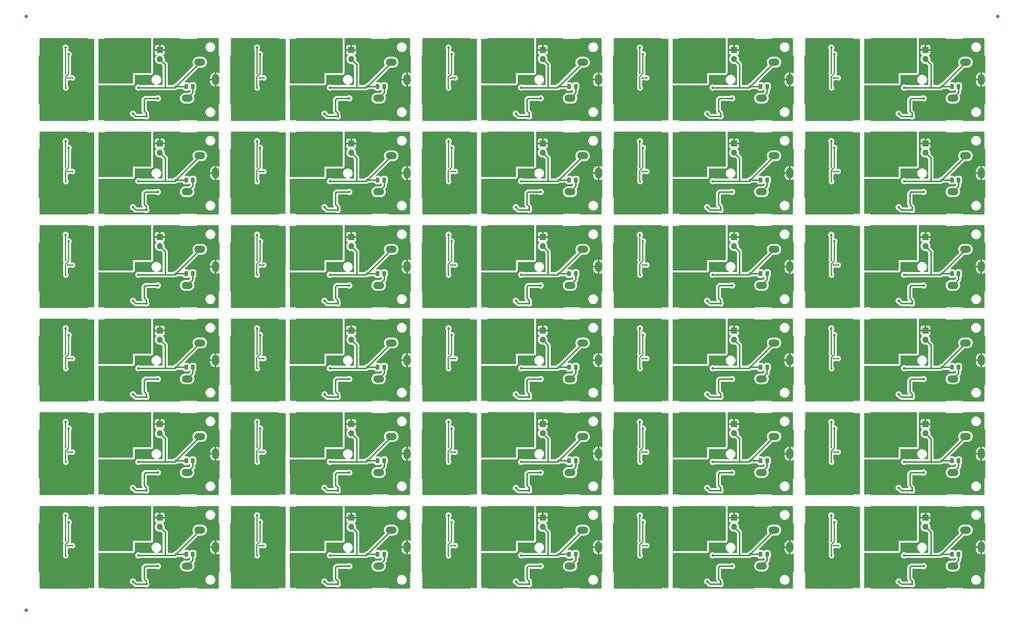
<source format=gbr>
%TF.GenerationSoftware,KiCad,Pcbnew,7.0.2*%
%TF.CreationDate,2023-06-29T11:18:24+02:00*%
%TF.ProjectId,zvukovka_panel,7a76756b-6f76-46b6-915f-70616e656c2e,rev?*%
%TF.SameCoordinates,Original*%
%TF.FileFunction,Copper,L2,Bot*%
%TF.FilePolarity,Positive*%
%FSLAX46Y46*%
G04 Gerber Fmt 4.6, Leading zero omitted, Abs format (unit mm)*
G04 Created by KiCad (PCBNEW 7.0.2) date 2023-06-29 11:18:24*
%MOMM*%
%LPD*%
G01*
G04 APERTURE LIST*
G04 Aperture macros list*
%AMRoundRect*
0 Rectangle with rounded corners*
0 $1 Rounding radius*
0 $2 $3 $4 $5 $6 $7 $8 $9 X,Y pos of 4 corners*
0 Add a 4 corners polygon primitive as box body*
4,1,4,$2,$3,$4,$5,$6,$7,$8,$9,$2,$3,0*
0 Add four circle primitives for the rounded corners*
1,1,$1+$1,$2,$3*
1,1,$1+$1,$4,$5*
1,1,$1+$1,$6,$7*
1,1,$1+$1,$8,$9*
0 Add four rect primitives between the rounded corners*
20,1,$1+$1,$2,$3,$4,$5,0*
20,1,$1+$1,$4,$5,$6,$7,0*
20,1,$1+$1,$6,$7,$8,$9,0*
20,1,$1+$1,$8,$9,$2,$3,0*%
G04 Aperture macros list end*
%TA.AperFunction,SMDPad,CuDef*%
%ADD10C,1.000000*%
%TD*%
%TA.AperFunction,SMDPad,CuDef*%
%ADD11RoundRect,0.250000X0.262500X0.450000X-0.262500X0.450000X-0.262500X-0.450000X0.262500X-0.450000X0*%
%TD*%
%TA.AperFunction,ComponentPad*%
%ADD12O,2.000000X3.000000*%
%TD*%
%TA.AperFunction,ComponentPad*%
%ADD13O,3.000000X2.000000*%
%TD*%
%TA.AperFunction,ComponentPad*%
%ADD14R,1.700000X1.700000*%
%TD*%
%TA.AperFunction,ComponentPad*%
%ADD15O,1.700000X1.700000*%
%TD*%
%TA.AperFunction,ComponentPad*%
%ADD16RoundRect,0.250000X-0.650000X0.250000X-0.650000X-0.250000X0.650000X-0.250000X0.650000X0.250000X0*%
%TD*%
%TA.AperFunction,ComponentPad*%
%ADD17RoundRect,0.250000X-0.850000X0.250000X-0.850000X-0.250000X0.850000X-0.250000X0.850000X0.250000X0*%
%TD*%
%TA.AperFunction,ViaPad*%
%ADD18C,0.700000*%
%TD*%
%TA.AperFunction,ViaPad*%
%ADD19C,0.500000*%
%TD*%
%TA.AperFunction,Conductor*%
%ADD20C,0.400000*%
%TD*%
%TA.AperFunction,Conductor*%
%ADD21C,0.300000*%
%TD*%
G04 APERTURE END LIST*
D10*
%TO.P,REF\u002A\u002A,*%
%TO.N,*%
X13625000Y-187500000D03*
%TD*%
D11*
%TO.P,R8,1*%
%TO.N,Board_11-Net-(R8-Pad1)*%
X113037500Y-93950000D03*
%TO.P,R8,2*%
%TO.N,Board_11-VIN*%
X111212500Y-93950000D03*
%TD*%
%TO.P,R8,1*%
%TO.N,Board_15-Net-(R8-Pad1)*%
X59887500Y-119950000D03*
%TO.P,R8,2*%
%TO.N,Board_15-VIN*%
X58062500Y-119950000D03*
%TD*%
%TO.P,R8,1*%
%TO.N,Board_13-Net-(R8-Pad1)*%
X219337500Y-93950000D03*
%TO.P,R8,2*%
%TO.N,Board_13-VIN*%
X217512500Y-93950000D03*
%TD*%
%TO.P,R8,1*%
%TO.N,Board_4-Net-(R8-Pad1)*%
X272487500Y-41950000D03*
%TO.P,R8,2*%
%TO.N,Board_4-VIN*%
X270662500Y-41950000D03*
%TD*%
%TO.P,R8,1*%
%TO.N,Board_0-Net-(R8-Pad1)*%
X59887500Y-41950000D03*
%TO.P,R8,2*%
%TO.N,Board_0-VIN*%
X58062500Y-41950000D03*
%TD*%
%TO.P,R8,1*%
%TO.N,Board_5-Net-(R8-Pad1)*%
X59887500Y-67950000D03*
%TO.P,R8,2*%
%TO.N,Board_5-VIN*%
X58062500Y-67950000D03*
%TD*%
%TO.P,R8,1*%
%TO.N,Board_7-Net-(R8-Pad1)*%
X166187500Y-67950000D03*
%TO.P,R8,2*%
%TO.N,Board_7-VIN*%
X164362500Y-67950000D03*
%TD*%
%TO.P,R8,1*%
%TO.N,Board_8-Net-(R8-Pad1)*%
X219337500Y-67950000D03*
%TO.P,R8,2*%
%TO.N,Board_8-VIN*%
X217512500Y-67950000D03*
%TD*%
%TO.P,R8,1*%
%TO.N,Board_19-Net-(R8-Pad1)*%
X272487500Y-119950000D03*
%TO.P,R8,2*%
%TO.N,Board_19-VIN*%
X270662500Y-119950000D03*
%TD*%
%TO.P,R8,1*%
%TO.N,Board_23-Net-(R8-Pad1)*%
X219337500Y-145950000D03*
%TO.P,R8,2*%
%TO.N,Board_23-VIN*%
X217512500Y-145950000D03*
%TD*%
D10*
%TO.P,REF\u002A\u002A,*%
%TO.N,*%
X283375000Y-22500000D03*
%TD*%
%TO.P,REF\u002A\u002A,*%
%TO.N,*%
X13625000Y-22500000D03*
%TD*%
D11*
%TO.P,R8,1*%
%TO.N,Board_12-Net-(R8-Pad1)*%
X166187500Y-93950000D03*
%TO.P,R8,2*%
%TO.N,Board_12-VIN*%
X164362500Y-93950000D03*
%TD*%
%TO.P,R8,1*%
%TO.N,Board_9-Net-(R8-Pad1)*%
X272487500Y-67950000D03*
%TO.P,R8,2*%
%TO.N,Board_9-VIN*%
X270662500Y-67950000D03*
%TD*%
%TO.P,R8,1*%
%TO.N,Board_29-Net-(R8-Pad1)*%
X272487500Y-171950000D03*
%TO.P,R8,2*%
%TO.N,Board_29-VIN*%
X270662500Y-171950000D03*
%TD*%
%TO.P,R8,1*%
%TO.N,Board_10-Net-(R8-Pad1)*%
X59887500Y-93950000D03*
%TO.P,R8,2*%
%TO.N,Board_10-VIN*%
X58062500Y-93950000D03*
%TD*%
%TO.P,R8,1*%
%TO.N,Board_6-Net-(R8-Pad1)*%
X113037500Y-67950000D03*
%TO.P,R8,2*%
%TO.N,Board_6-VIN*%
X111212500Y-67950000D03*
%TD*%
%TO.P,R8,1*%
%TO.N,Board_18-Net-(R8-Pad1)*%
X219337500Y-119950000D03*
%TO.P,R8,2*%
%TO.N,Board_18-VIN*%
X217512500Y-119950000D03*
%TD*%
%TO.P,R8,1*%
%TO.N,Board_1-Net-(R8-Pad1)*%
X113037500Y-41950000D03*
%TO.P,R8,2*%
%TO.N,Board_1-VIN*%
X111212500Y-41950000D03*
%TD*%
%TO.P,R8,1*%
%TO.N,Board_27-Net-(R8-Pad1)*%
X166187500Y-171950000D03*
%TO.P,R8,2*%
%TO.N,Board_27-VIN*%
X164362500Y-171950000D03*
%TD*%
%TO.P,R8,1*%
%TO.N,Board_24-Net-(R8-Pad1)*%
X272487500Y-145950000D03*
%TO.P,R8,2*%
%TO.N,Board_24-VIN*%
X270662500Y-145950000D03*
%TD*%
%TO.P,R8,1*%
%TO.N,Board_20-Net-(R8-Pad1)*%
X59887500Y-145950000D03*
%TO.P,R8,2*%
%TO.N,Board_20-VIN*%
X58062500Y-145950000D03*
%TD*%
%TO.P,R8,1*%
%TO.N,Board_26-Net-(R8-Pad1)*%
X113037500Y-171950000D03*
%TO.P,R8,2*%
%TO.N,Board_26-VIN*%
X111212500Y-171950000D03*
%TD*%
%TO.P,R8,1*%
%TO.N,Board_2-Net-(R8-Pad1)*%
X166187500Y-41950000D03*
%TO.P,R8,2*%
%TO.N,Board_2-VIN*%
X164362500Y-41950000D03*
%TD*%
%TO.P,R8,1*%
%TO.N,Board_14-Net-(R8-Pad1)*%
X272487500Y-93950000D03*
%TO.P,R8,2*%
%TO.N,Board_14-VIN*%
X270662500Y-93950000D03*
%TD*%
%TO.P,R8,1*%
%TO.N,Board_21-Net-(R8-Pad1)*%
X113037500Y-145950000D03*
%TO.P,R8,2*%
%TO.N,Board_21-VIN*%
X111212500Y-145950000D03*
%TD*%
%TO.P,R8,1*%
%TO.N,Board_22-Net-(R8-Pad1)*%
X166187500Y-145950000D03*
%TO.P,R8,2*%
%TO.N,Board_22-VIN*%
X164362500Y-145950000D03*
%TD*%
%TO.P,R8,1*%
%TO.N,Board_16-Net-(R8-Pad1)*%
X113037500Y-119950000D03*
%TO.P,R8,2*%
%TO.N,Board_16-VIN*%
X111212500Y-119950000D03*
%TD*%
%TO.P,R8,1*%
%TO.N,Board_25-Net-(R8-Pad1)*%
X59887500Y-171950000D03*
%TO.P,R8,2*%
%TO.N,Board_25-VIN*%
X58062500Y-171950000D03*
%TD*%
%TO.P,R8,1*%
%TO.N,Board_3-Net-(R8-Pad1)*%
X219337500Y-41950000D03*
%TO.P,R8,2*%
%TO.N,Board_3-VIN*%
X217512500Y-41950000D03*
%TD*%
%TO.P,R8,1*%
%TO.N,Board_17-Net-(R8-Pad1)*%
X166187500Y-119950000D03*
%TO.P,R8,2*%
%TO.N,Board_17-VIN*%
X164362500Y-119950000D03*
%TD*%
%TO.P,R8,1*%
%TO.N,Board_28-Net-(R8-Pad1)*%
X219337500Y-171950000D03*
%TO.P,R8,2*%
%TO.N,Board_28-VIN*%
X217512500Y-171950000D03*
%TD*%
D12*
%TO.P,U1,1*%
%TO.N,Board_24-GNDA*%
X278825000Y-144000000D03*
D13*
%TO.P,U1,2*%
%TO.N,Board_24-VIN*%
X274425000Y-139200000D03*
%TO.P,U1,3*%
%TO.N,Board_24-Net-(R8-Pad1)*%
X270925000Y-149200000D03*
%TD*%
D12*
%TO.P,U1,1*%
%TO.N,Board_14-GNDA*%
X278825000Y-92000000D03*
D13*
%TO.P,U1,2*%
%TO.N,Board_14-VIN*%
X274425000Y-87200000D03*
%TO.P,U1,3*%
%TO.N,Board_14-Net-(R8-Pad1)*%
X270925000Y-97200000D03*
%TD*%
D12*
%TO.P,U1,1*%
%TO.N,Board_2-GNDA*%
X172525000Y-40000000D03*
D13*
%TO.P,U1,2*%
%TO.N,Board_2-VIN*%
X168125000Y-35200000D03*
%TO.P,U1,3*%
%TO.N,Board_2-Net-(R8-Pad1)*%
X164625000Y-45200000D03*
%TD*%
D14*
%TO.P,J2,1,Pin_1*%
%TO.N,Board_9-GNDA*%
X263325000Y-57775000D03*
D15*
%TO.P,J2,2,Pin_2*%
%TO.N,Board_9-VIN*%
X263325000Y-60315000D03*
%TD*%
D12*
%TO.P,U1,1*%
%TO.N,Board_3-GNDA*%
X225675000Y-40000000D03*
D13*
%TO.P,U1,2*%
%TO.N,Board_3-VIN*%
X221275000Y-35200000D03*
%TO.P,U1,3*%
%TO.N,Board_3-Net-(R8-Pad1)*%
X217775000Y-45200000D03*
%TD*%
D16*
%TO.P,J1,S1,SHIELD*%
%TO.N,Board_21-GNDD*%
X75825000Y-139630000D03*
D17*
X71825000Y-139630000D03*
D16*
X75825000Y-148270000D03*
D17*
X71825000Y-148270000D03*
%TD*%
D16*
%TO.P,J1,S1,SHIELD*%
%TO.N,Board_4-GNDD*%
X235275000Y-35630000D03*
D17*
X231275000Y-35630000D03*
D16*
X235275000Y-44270000D03*
D17*
X231275000Y-44270000D03*
%TD*%
D12*
%TO.P,U1,1*%
%TO.N,Board_7-GNDA*%
X172525000Y-66000000D03*
D13*
%TO.P,U1,2*%
%TO.N,Board_7-VIN*%
X168125000Y-61200000D03*
%TO.P,U1,3*%
%TO.N,Board_7-Net-(R8-Pad1)*%
X164625000Y-71200000D03*
%TD*%
D16*
%TO.P,J1,S1,SHIELD*%
%TO.N,Board_12-GNDD*%
X128975000Y-87630000D03*
D17*
X124975000Y-87630000D03*
D16*
X128975000Y-96270000D03*
D17*
X124975000Y-96270000D03*
%TD*%
D14*
%TO.P,J2,1,Pin_1*%
%TO.N,Board_20-GNDA*%
X50725000Y-135775000D03*
D15*
%TO.P,J2,2,Pin_2*%
%TO.N,Board_20-VIN*%
X50725000Y-138315000D03*
%TD*%
D12*
%TO.P,U1,1*%
%TO.N,Board_18-GNDA*%
X225675000Y-118000000D03*
D13*
%TO.P,U1,2*%
%TO.N,Board_18-VIN*%
X221275000Y-113200000D03*
%TO.P,U1,3*%
%TO.N,Board_18-Net-(R8-Pad1)*%
X217775000Y-123200000D03*
%TD*%
D12*
%TO.P,U1,1*%
%TO.N,Board_12-GNDA*%
X172525000Y-92000000D03*
D13*
%TO.P,U1,2*%
%TO.N,Board_12-VIN*%
X168125000Y-87200000D03*
%TO.P,U1,3*%
%TO.N,Board_12-Net-(R8-Pad1)*%
X164625000Y-97200000D03*
%TD*%
D14*
%TO.P,J2,1,Pin_1*%
%TO.N,Board_28-GNDA*%
X210175000Y-161775000D03*
D15*
%TO.P,J2,2,Pin_2*%
%TO.N,Board_28-VIN*%
X210175000Y-164315000D03*
%TD*%
D14*
%TO.P,J2,1,Pin_1*%
%TO.N,Board_24-GNDA*%
X263325000Y-135775000D03*
D15*
%TO.P,J2,2,Pin_2*%
%TO.N,Board_24-VIN*%
X263325000Y-138315000D03*
%TD*%
D12*
%TO.P,U1,1*%
%TO.N,Board_11-GNDA*%
X119375000Y-92000000D03*
D13*
%TO.P,U1,2*%
%TO.N,Board_11-VIN*%
X114975000Y-87200000D03*
%TO.P,U1,3*%
%TO.N,Board_11-Net-(R8-Pad1)*%
X111475000Y-97200000D03*
%TD*%
D14*
%TO.P,J2,1,Pin_1*%
%TO.N,Board_14-GNDA*%
X263325000Y-83775000D03*
D15*
%TO.P,J2,2,Pin_2*%
%TO.N,Board_14-VIN*%
X263325000Y-86315000D03*
%TD*%
D14*
%TO.P,J2,1,Pin_1*%
%TO.N,Board_19-GNDA*%
X263325000Y-109775000D03*
D15*
%TO.P,J2,2,Pin_2*%
%TO.N,Board_19-VIN*%
X263325000Y-112315000D03*
%TD*%
D12*
%TO.P,U1,1*%
%TO.N,Board_16-GNDA*%
X119375000Y-118000000D03*
D13*
%TO.P,U1,2*%
%TO.N,Board_16-VIN*%
X114975000Y-113200000D03*
%TO.P,U1,3*%
%TO.N,Board_16-Net-(R8-Pad1)*%
X111475000Y-123200000D03*
%TD*%
D14*
%TO.P,J2,1,Pin_1*%
%TO.N,Board_3-GNDA*%
X210175000Y-31775000D03*
D15*
%TO.P,J2,2,Pin_2*%
%TO.N,Board_3-VIN*%
X210175000Y-34315000D03*
%TD*%
D16*
%TO.P,J1,S1,SHIELD*%
%TO.N,Board_24-GNDD*%
X235275000Y-139630000D03*
D17*
X231275000Y-139630000D03*
D16*
X235275000Y-148270000D03*
D17*
X231275000Y-148270000D03*
%TD*%
D16*
%TO.P,J1,S1,SHIELD*%
%TO.N,Board_29-GNDD*%
X235275000Y-165630000D03*
D17*
X231275000Y-165630000D03*
D16*
X235275000Y-174270000D03*
D17*
X231275000Y-174270000D03*
%TD*%
D14*
%TO.P,J2,1,Pin_1*%
%TO.N,Board_5-GNDA*%
X50725000Y-57775000D03*
D15*
%TO.P,J2,2,Pin_2*%
%TO.N,Board_5-VIN*%
X50725000Y-60315000D03*
%TD*%
D12*
%TO.P,U1,1*%
%TO.N,Board_10-GNDA*%
X66225000Y-92000000D03*
D13*
%TO.P,U1,2*%
%TO.N,Board_10-VIN*%
X61825000Y-87200000D03*
%TO.P,U1,3*%
%TO.N,Board_10-Net-(R8-Pad1)*%
X58325000Y-97200000D03*
%TD*%
D16*
%TO.P,J1,S1,SHIELD*%
%TO.N,Board_10-GNDD*%
X22675000Y-87630000D03*
D17*
X18675000Y-87630000D03*
D16*
X22675000Y-96270000D03*
D17*
X18675000Y-96270000D03*
%TD*%
D14*
%TO.P,J2,1,Pin_1*%
%TO.N,Board_0-GNDA*%
X50725000Y-31775000D03*
D15*
%TO.P,J2,2,Pin_2*%
%TO.N,Board_0-VIN*%
X50725000Y-34315000D03*
%TD*%
D14*
%TO.P,J2,1,Pin_1*%
%TO.N,Board_10-GNDA*%
X50725000Y-83775000D03*
D15*
%TO.P,J2,2,Pin_2*%
%TO.N,Board_10-VIN*%
X50725000Y-86315000D03*
%TD*%
D14*
%TO.P,J2,1,Pin_1*%
%TO.N,Board_13-GNDA*%
X210175000Y-83775000D03*
D15*
%TO.P,J2,2,Pin_2*%
%TO.N,Board_13-VIN*%
X210175000Y-86315000D03*
%TD*%
D14*
%TO.P,J2,1,Pin_1*%
%TO.N,Board_29-GNDA*%
X263325000Y-161775000D03*
D15*
%TO.P,J2,2,Pin_2*%
%TO.N,Board_29-VIN*%
X263325000Y-164315000D03*
%TD*%
D12*
%TO.P,U1,1*%
%TO.N,Board_5-GNDA*%
X66225000Y-66000000D03*
D13*
%TO.P,U1,2*%
%TO.N,Board_5-VIN*%
X61825000Y-61200000D03*
%TO.P,U1,3*%
%TO.N,Board_5-Net-(R8-Pad1)*%
X58325000Y-71200000D03*
%TD*%
D14*
%TO.P,J2,1,Pin_1*%
%TO.N,Board_12-GNDA*%
X157025000Y-83775000D03*
D15*
%TO.P,J2,2,Pin_2*%
%TO.N,Board_12-VIN*%
X157025000Y-86315000D03*
%TD*%
D12*
%TO.P,U1,1*%
%TO.N,Board_20-GNDA*%
X66225000Y-144000000D03*
D13*
%TO.P,U1,2*%
%TO.N,Board_20-VIN*%
X61825000Y-139200000D03*
%TO.P,U1,3*%
%TO.N,Board_20-Net-(R8-Pad1)*%
X58325000Y-149200000D03*
%TD*%
D12*
%TO.P,U1,1*%
%TO.N,Board_19-GNDA*%
X278825000Y-118000000D03*
D13*
%TO.P,U1,2*%
%TO.N,Board_19-VIN*%
X274425000Y-113200000D03*
%TO.P,U1,3*%
%TO.N,Board_19-Net-(R8-Pad1)*%
X270925000Y-123200000D03*
%TD*%
D12*
%TO.P,U1,1*%
%TO.N,Board_13-GNDA*%
X225675000Y-92000000D03*
D13*
%TO.P,U1,2*%
%TO.N,Board_13-VIN*%
X221275000Y-87200000D03*
%TO.P,U1,3*%
%TO.N,Board_13-Net-(R8-Pad1)*%
X217775000Y-97200000D03*
%TD*%
D16*
%TO.P,J1,S1,SHIELD*%
%TO.N,Board_19-GNDD*%
X235275000Y-113630000D03*
D17*
X231275000Y-113630000D03*
D16*
X235275000Y-122270000D03*
D17*
X231275000Y-122270000D03*
%TD*%
D14*
%TO.P,J2,1,Pin_1*%
%TO.N,Board_17-GNDA*%
X157025000Y-109775000D03*
D15*
%TO.P,J2,2,Pin_2*%
%TO.N,Board_17-VIN*%
X157025000Y-112315000D03*
%TD*%
D16*
%TO.P,J1,S1,SHIELD*%
%TO.N,Board_15-GNDD*%
X22675000Y-113630000D03*
D17*
X18675000Y-113630000D03*
D16*
X22675000Y-122270000D03*
D17*
X18675000Y-122270000D03*
%TD*%
D12*
%TO.P,U1,1*%
%TO.N,Board_17-GNDA*%
X172525000Y-118000000D03*
D13*
%TO.P,U1,2*%
%TO.N,Board_17-VIN*%
X168125000Y-113200000D03*
%TO.P,U1,3*%
%TO.N,Board_17-Net-(R8-Pad1)*%
X164625000Y-123200000D03*
%TD*%
D14*
%TO.P,J2,1,Pin_1*%
%TO.N,Board_25-GNDA*%
X50725000Y-161775000D03*
D15*
%TO.P,J2,2,Pin_2*%
%TO.N,Board_25-VIN*%
X50725000Y-164315000D03*
%TD*%
D12*
%TO.P,U1,1*%
%TO.N,Board_28-GNDA*%
X225675000Y-170000000D03*
D13*
%TO.P,U1,2*%
%TO.N,Board_28-VIN*%
X221275000Y-165200000D03*
%TO.P,U1,3*%
%TO.N,Board_28-Net-(R8-Pad1)*%
X217775000Y-175200000D03*
%TD*%
D16*
%TO.P,J1,S1,SHIELD*%
%TO.N,Board_2-GNDD*%
X128975000Y-35630000D03*
D17*
X124975000Y-35630000D03*
D16*
X128975000Y-44270000D03*
D17*
X124975000Y-44270000D03*
%TD*%
D16*
%TO.P,J1,S1,SHIELD*%
%TO.N,Board_22-GNDD*%
X128975000Y-139630000D03*
D17*
X124975000Y-139630000D03*
D16*
X128975000Y-148270000D03*
D17*
X124975000Y-148270000D03*
%TD*%
D16*
%TO.P,J1,S1,SHIELD*%
%TO.N,Board_0-GNDD*%
X22675000Y-35630000D03*
D17*
X18675000Y-35630000D03*
D16*
X22675000Y-44270000D03*
D17*
X18675000Y-44270000D03*
%TD*%
D16*
%TO.P,J1,S1,SHIELD*%
%TO.N,Board_26-GNDD*%
X75825000Y-165630000D03*
D17*
X71825000Y-165630000D03*
D16*
X75825000Y-174270000D03*
D17*
X71825000Y-174270000D03*
%TD*%
D12*
%TO.P,U1,1*%
%TO.N,Board_27-GNDA*%
X172525000Y-170000000D03*
D13*
%TO.P,U1,2*%
%TO.N,Board_27-VIN*%
X168125000Y-165200000D03*
%TO.P,U1,3*%
%TO.N,Board_27-Net-(R8-Pad1)*%
X164625000Y-175200000D03*
%TD*%
D16*
%TO.P,J1,S1,SHIELD*%
%TO.N,Board_16-GNDD*%
X75825000Y-113630000D03*
D17*
X71825000Y-113630000D03*
D16*
X75825000Y-122270000D03*
D17*
X71825000Y-122270000D03*
%TD*%
D16*
%TO.P,J1,S1,SHIELD*%
%TO.N,Board_25-GNDD*%
X22675000Y-165630000D03*
D17*
X18675000Y-165630000D03*
D16*
X22675000Y-174270000D03*
D17*
X18675000Y-174270000D03*
%TD*%
D16*
%TO.P,J1,S1,SHIELD*%
%TO.N,Board_9-GNDD*%
X235275000Y-61630000D03*
D17*
X231275000Y-61630000D03*
D16*
X235275000Y-70270000D03*
D17*
X231275000Y-70270000D03*
%TD*%
D12*
%TO.P,U1,1*%
%TO.N,Board_21-GNDA*%
X119375000Y-144000000D03*
D13*
%TO.P,U1,2*%
%TO.N,Board_21-VIN*%
X114975000Y-139200000D03*
%TO.P,U1,3*%
%TO.N,Board_21-Net-(R8-Pad1)*%
X111475000Y-149200000D03*
%TD*%
D12*
%TO.P,U1,1*%
%TO.N,Board_26-GNDA*%
X119375000Y-170000000D03*
D13*
%TO.P,U1,2*%
%TO.N,Board_26-VIN*%
X114975000Y-165200000D03*
%TO.P,U1,3*%
%TO.N,Board_26-Net-(R8-Pad1)*%
X111475000Y-175200000D03*
%TD*%
D14*
%TO.P,J2,1,Pin_1*%
%TO.N,Board_8-GNDA*%
X210175000Y-57775000D03*
D15*
%TO.P,J2,2,Pin_2*%
%TO.N,Board_8-VIN*%
X210175000Y-60315000D03*
%TD*%
D14*
%TO.P,J2,1,Pin_1*%
%TO.N,Board_2-GNDA*%
X157025000Y-31775000D03*
D15*
%TO.P,J2,2,Pin_2*%
%TO.N,Board_2-VIN*%
X157025000Y-34315000D03*
%TD*%
D14*
%TO.P,J2,1,Pin_1*%
%TO.N,Board_22-GNDA*%
X157025000Y-135775000D03*
D15*
%TO.P,J2,2,Pin_2*%
%TO.N,Board_22-VIN*%
X157025000Y-138315000D03*
%TD*%
D14*
%TO.P,J2,1,Pin_1*%
%TO.N,Board_21-GNDA*%
X103875000Y-135775000D03*
D15*
%TO.P,J2,2,Pin_2*%
%TO.N,Board_21-VIN*%
X103875000Y-138315000D03*
%TD*%
D16*
%TO.P,J1,S1,SHIELD*%
%TO.N,Board_3-GNDD*%
X182125000Y-35630000D03*
D17*
X178125000Y-35630000D03*
D16*
X182125000Y-44270000D03*
D17*
X178125000Y-44270000D03*
%TD*%
D12*
%TO.P,U1,1*%
%TO.N,Board_25-GNDA*%
X66225000Y-170000000D03*
D13*
%TO.P,U1,2*%
%TO.N,Board_25-VIN*%
X61825000Y-165200000D03*
%TO.P,U1,3*%
%TO.N,Board_25-Net-(R8-Pad1)*%
X58325000Y-175200000D03*
%TD*%
D14*
%TO.P,J2,1,Pin_1*%
%TO.N,Board_16-GNDA*%
X103875000Y-109775000D03*
D15*
%TO.P,J2,2,Pin_2*%
%TO.N,Board_16-VIN*%
X103875000Y-112315000D03*
%TD*%
D14*
%TO.P,J2,1,Pin_1*%
%TO.N,Board_4-GNDA*%
X263325000Y-31775000D03*
D15*
%TO.P,J2,2,Pin_2*%
%TO.N,Board_4-VIN*%
X263325000Y-34315000D03*
%TD*%
D16*
%TO.P,J1,S1,SHIELD*%
%TO.N,Board_20-GNDD*%
X22675000Y-139630000D03*
D17*
X18675000Y-139630000D03*
D16*
X22675000Y-148270000D03*
D17*
X18675000Y-148270000D03*
%TD*%
D16*
%TO.P,J1,S1,SHIELD*%
%TO.N,Board_7-GNDD*%
X128975000Y-61630000D03*
D17*
X124975000Y-61630000D03*
D16*
X128975000Y-70270000D03*
D17*
X124975000Y-70270000D03*
%TD*%
D14*
%TO.P,J2,1,Pin_1*%
%TO.N,Board_18-GNDA*%
X210175000Y-109775000D03*
D15*
%TO.P,J2,2,Pin_2*%
%TO.N,Board_18-VIN*%
X210175000Y-112315000D03*
%TD*%
D16*
%TO.P,J1,S1,SHIELD*%
%TO.N,Board_13-GNDD*%
X182125000Y-87630000D03*
D17*
X178125000Y-87630000D03*
D16*
X182125000Y-96270000D03*
D17*
X178125000Y-96270000D03*
%TD*%
D12*
%TO.P,U1,1*%
%TO.N,Board_8-GNDA*%
X225675000Y-66000000D03*
D13*
%TO.P,U1,2*%
%TO.N,Board_8-VIN*%
X221275000Y-61200000D03*
%TO.P,U1,3*%
%TO.N,Board_8-Net-(R8-Pad1)*%
X217775000Y-71200000D03*
%TD*%
D12*
%TO.P,U1,1*%
%TO.N,Board_6-GNDA*%
X119375000Y-66000000D03*
D13*
%TO.P,U1,2*%
%TO.N,Board_6-VIN*%
X114975000Y-61200000D03*
%TO.P,U1,3*%
%TO.N,Board_6-Net-(R8-Pad1)*%
X111475000Y-71200000D03*
%TD*%
D16*
%TO.P,J1,S1,SHIELD*%
%TO.N,Board_18-GNDD*%
X182125000Y-113630000D03*
D17*
X178125000Y-113630000D03*
D16*
X182125000Y-122270000D03*
D17*
X178125000Y-122270000D03*
%TD*%
D12*
%TO.P,U1,1*%
%TO.N,Board_29-GNDA*%
X278825000Y-170000000D03*
D13*
%TO.P,U1,2*%
%TO.N,Board_29-VIN*%
X274425000Y-165200000D03*
%TO.P,U1,3*%
%TO.N,Board_29-Net-(R8-Pad1)*%
X270925000Y-175200000D03*
%TD*%
D16*
%TO.P,J1,S1,SHIELD*%
%TO.N,Board_28-GNDD*%
X182125000Y-165630000D03*
D17*
X178125000Y-165630000D03*
D16*
X182125000Y-174270000D03*
D17*
X178125000Y-174270000D03*
%TD*%
D14*
%TO.P,J2,1,Pin_1*%
%TO.N,Board_15-GNDA*%
X50725000Y-109775000D03*
D15*
%TO.P,J2,2,Pin_2*%
%TO.N,Board_15-VIN*%
X50725000Y-112315000D03*
%TD*%
D16*
%TO.P,J1,S1,SHIELD*%
%TO.N,Board_11-GNDD*%
X75825000Y-87630000D03*
D17*
X71825000Y-87630000D03*
D16*
X75825000Y-96270000D03*
D17*
X71825000Y-96270000D03*
%TD*%
D14*
%TO.P,J2,1,Pin_1*%
%TO.N,Board_26-GNDA*%
X103875000Y-161775000D03*
D15*
%TO.P,J2,2,Pin_2*%
%TO.N,Board_26-VIN*%
X103875000Y-164315000D03*
%TD*%
D14*
%TO.P,J2,1,Pin_1*%
%TO.N,Board_7-GNDA*%
X157025000Y-57775000D03*
D15*
%TO.P,J2,2,Pin_2*%
%TO.N,Board_7-VIN*%
X157025000Y-60315000D03*
%TD*%
D16*
%TO.P,J1,S1,SHIELD*%
%TO.N,Board_14-GNDD*%
X235275000Y-87630000D03*
D17*
X231275000Y-87630000D03*
D16*
X235275000Y-96270000D03*
D17*
X231275000Y-96270000D03*
%TD*%
D14*
%TO.P,J2,1,Pin_1*%
%TO.N,Board_11-GNDA*%
X103875000Y-83775000D03*
D15*
%TO.P,J2,2,Pin_2*%
%TO.N,Board_11-VIN*%
X103875000Y-86315000D03*
%TD*%
D12*
%TO.P,U1,1*%
%TO.N,Board_9-GNDA*%
X278825000Y-66000000D03*
D13*
%TO.P,U1,2*%
%TO.N,Board_9-VIN*%
X274425000Y-61200000D03*
%TO.P,U1,3*%
%TO.N,Board_9-Net-(R8-Pad1)*%
X270925000Y-71200000D03*
%TD*%
D16*
%TO.P,J1,S1,SHIELD*%
%TO.N,Board_23-GNDD*%
X182125000Y-139630000D03*
D17*
X178125000Y-139630000D03*
D16*
X182125000Y-148270000D03*
D17*
X178125000Y-148270000D03*
%TD*%
D12*
%TO.P,U1,1*%
%TO.N,Board_23-GNDA*%
X225675000Y-144000000D03*
D13*
%TO.P,U1,2*%
%TO.N,Board_23-VIN*%
X221275000Y-139200000D03*
%TO.P,U1,3*%
%TO.N,Board_23-Net-(R8-Pad1)*%
X217775000Y-149200000D03*
%TD*%
D14*
%TO.P,J2,1,Pin_1*%
%TO.N,Board_23-GNDA*%
X210175000Y-135775000D03*
D15*
%TO.P,J2,2,Pin_2*%
%TO.N,Board_23-VIN*%
X210175000Y-138315000D03*
%TD*%
D12*
%TO.P,U1,1*%
%TO.N,Board_4-GNDA*%
X278825000Y-40000000D03*
D13*
%TO.P,U1,2*%
%TO.N,Board_4-VIN*%
X274425000Y-35200000D03*
%TO.P,U1,3*%
%TO.N,Board_4-Net-(R8-Pad1)*%
X270925000Y-45200000D03*
%TD*%
D12*
%TO.P,U1,1*%
%TO.N,Board_22-GNDA*%
X172525000Y-144000000D03*
D13*
%TO.P,U1,2*%
%TO.N,Board_22-VIN*%
X168125000Y-139200000D03*
%TO.P,U1,3*%
%TO.N,Board_22-Net-(R8-Pad1)*%
X164625000Y-149200000D03*
%TD*%
D16*
%TO.P,J1,S1,SHIELD*%
%TO.N,Board_27-GNDD*%
X128975000Y-165630000D03*
D17*
X124975000Y-165630000D03*
D16*
X128975000Y-174270000D03*
D17*
X124975000Y-174270000D03*
%TD*%
D14*
%TO.P,J2,1,Pin_1*%
%TO.N,Board_27-GNDA*%
X157025000Y-161775000D03*
D15*
%TO.P,J2,2,Pin_2*%
%TO.N,Board_27-VIN*%
X157025000Y-164315000D03*
%TD*%
D12*
%TO.P,U1,1*%
%TO.N,Board_0-GNDA*%
X66225000Y-40000000D03*
D13*
%TO.P,U1,2*%
%TO.N,Board_0-VIN*%
X61825000Y-35200000D03*
%TO.P,U1,3*%
%TO.N,Board_0-Net-(R8-Pad1)*%
X58325000Y-45200000D03*
%TD*%
D16*
%TO.P,J1,S1,SHIELD*%
%TO.N,Board_17-GNDD*%
X128975000Y-113630000D03*
D17*
X124975000Y-113630000D03*
D16*
X128975000Y-122270000D03*
D17*
X124975000Y-122270000D03*
%TD*%
D16*
%TO.P,J1,S1,SHIELD*%
%TO.N,Board_5-GNDD*%
X22675000Y-61630000D03*
D17*
X18675000Y-61630000D03*
D16*
X22675000Y-70270000D03*
D17*
X18675000Y-70270000D03*
%TD*%
D12*
%TO.P,U1,1*%
%TO.N,Board_1-GNDA*%
X119375000Y-40000000D03*
D13*
%TO.P,U1,2*%
%TO.N,Board_1-VIN*%
X114975000Y-35200000D03*
%TO.P,U1,3*%
%TO.N,Board_1-Net-(R8-Pad1)*%
X111475000Y-45200000D03*
%TD*%
D16*
%TO.P,J1,S1,SHIELD*%
%TO.N,Board_6-GNDD*%
X75825000Y-61630000D03*
D17*
X71825000Y-61630000D03*
D16*
X75825000Y-70270000D03*
D17*
X71825000Y-70270000D03*
%TD*%
D16*
%TO.P,J1,S1,SHIELD*%
%TO.N,Board_8-GNDD*%
X182125000Y-61630000D03*
D17*
X178125000Y-61630000D03*
D16*
X182125000Y-70270000D03*
D17*
X178125000Y-70270000D03*
%TD*%
D14*
%TO.P,J2,1,Pin_1*%
%TO.N,Board_1-GNDA*%
X103875000Y-31775000D03*
D15*
%TO.P,J2,2,Pin_2*%
%TO.N,Board_1-VIN*%
X103875000Y-34315000D03*
%TD*%
D16*
%TO.P,J1,S1,SHIELD*%
%TO.N,Board_1-GNDD*%
X75825000Y-35630000D03*
D17*
X71825000Y-35630000D03*
D16*
X75825000Y-44270000D03*
D17*
X71825000Y-44270000D03*
%TD*%
D14*
%TO.P,J2,1,Pin_1*%
%TO.N,Board_6-GNDA*%
X103875000Y-57775000D03*
D15*
%TO.P,J2,2,Pin_2*%
%TO.N,Board_6-VIN*%
X103875000Y-60315000D03*
%TD*%
D12*
%TO.P,U1,1*%
%TO.N,Board_15-GNDA*%
X66225000Y-118000000D03*
D13*
%TO.P,U1,2*%
%TO.N,Board_15-VIN*%
X61825000Y-113200000D03*
%TO.P,U1,3*%
%TO.N,Board_15-Net-(R8-Pad1)*%
X58325000Y-123200000D03*
%TD*%
D18*
%TO.N,Board_29-VIN*%
X257375000Y-172250000D03*
X267775000Y-171950000D03*
D19*
%TO.N,Board_29-Net-(J1-VBUS-PadA4)*%
X237225000Y-172350000D03*
D18*
X238025000Y-163000000D03*
D19*
%TO.N,Board_29-Net-(J1-CC1)*%
X237175000Y-168300000D03*
D18*
X237175000Y-161150000D03*
%TO.N,Board_29-Net-(D1-A)*%
X255875000Y-179500000D03*
X259575000Y-180250000D03*
X262775000Y-175250000D03*
%TO.N,Board_29-GNDD*%
X231925000Y-175850000D03*
X233025000Y-164000000D03*
X232775000Y-175850000D03*
X242175000Y-172000000D03*
X233975000Y-164000000D03*
X243825000Y-180850000D03*
%TO.N,Board_29-GNDA*%
X250925000Y-173800000D03*
X271275000Y-178900000D03*
X265825000Y-175250000D03*
X274125000Y-170150000D03*
X257625000Y-174650000D03*
X247325000Y-176800000D03*
X266775000Y-167250000D03*
%TO.N,Board_29-GND*%
X250175000Y-159600000D03*
X258825000Y-160450000D03*
D19*
%TO.N,Board_29-/USBC_D+*%
X239075000Y-169550000D03*
X237775000Y-169550000D03*
D18*
%TO.N,Board_28-VIN*%
X204225000Y-172250000D03*
X214625000Y-171950000D03*
%TO.N,Board_28-Net-(J1-VBUS-PadA4)*%
X184875000Y-163000000D03*
D19*
X184075000Y-172350000D03*
D18*
%TO.N,Board_28-Net-(J1-CC1)*%
X184025000Y-161150000D03*
D19*
X184025000Y-168300000D03*
D18*
%TO.N,Board_28-Net-(D1-A)*%
X209625000Y-175250000D03*
X206425000Y-180250000D03*
X202725000Y-179500000D03*
%TO.N,Board_28-GNDD*%
X189025000Y-172000000D03*
X190675000Y-180850000D03*
X178775000Y-175850000D03*
X180825000Y-164000000D03*
X179875000Y-164000000D03*
X179625000Y-175850000D03*
%TO.N,Board_28-GNDA*%
X218125000Y-178900000D03*
X204475000Y-174650000D03*
X194175000Y-176800000D03*
X213625000Y-167250000D03*
X197775000Y-173800000D03*
X212675000Y-175250000D03*
X220975000Y-170150000D03*
%TO.N,Board_28-GND*%
X205675000Y-160450000D03*
X197025000Y-159600000D03*
D19*
%TO.N,Board_28-/USBC_D+*%
X184625000Y-169550000D03*
X185925000Y-169550000D03*
D18*
%TO.N,Board_27-VIN*%
X151075000Y-172250000D03*
X161475000Y-171950000D03*
D19*
%TO.N,Board_27-Net-(J1-VBUS-PadA4)*%
X130925000Y-172350000D03*
D18*
X131725000Y-163000000D03*
%TO.N,Board_27-Net-(J1-CC1)*%
X130875000Y-161150000D03*
D19*
X130875000Y-168300000D03*
D18*
%TO.N,Board_27-Net-(D1-A)*%
X153275000Y-180250000D03*
X156475000Y-175250000D03*
X149575000Y-179500000D03*
%TO.N,Board_27-GNDD*%
X126725000Y-164000000D03*
X126475000Y-175850000D03*
X127675000Y-164000000D03*
X137525000Y-180850000D03*
X125625000Y-175850000D03*
X135875000Y-172000000D03*
%TO.N,Board_27-GNDA*%
X151325000Y-174650000D03*
X160475000Y-167250000D03*
X141025000Y-176800000D03*
X164975000Y-178900000D03*
X144625000Y-173800000D03*
X159525000Y-175250000D03*
X167825000Y-170150000D03*
%TO.N,Board_27-GND*%
X143875000Y-159600000D03*
X152525000Y-160450000D03*
D19*
%TO.N,Board_27-/USBC_D+*%
X131475000Y-169550000D03*
X132775000Y-169550000D03*
D18*
%TO.N,Board_26-VIN*%
X108325000Y-171950000D03*
X97925000Y-172250000D03*
D19*
%TO.N,Board_26-Net-(J1-VBUS-PadA4)*%
X77775000Y-172350000D03*
D18*
X78575000Y-163000000D03*
D19*
%TO.N,Board_26-Net-(J1-CC1)*%
X77725000Y-168300000D03*
D18*
X77725000Y-161150000D03*
%TO.N,Board_26-Net-(D1-A)*%
X96425000Y-179500000D03*
X103325000Y-175250000D03*
X100125000Y-180250000D03*
%TO.N,Board_26-GNDD*%
X73325000Y-175850000D03*
X72475000Y-175850000D03*
X82725000Y-172000000D03*
X73575000Y-164000000D03*
X74525000Y-164000000D03*
X84375000Y-180850000D03*
%TO.N,Board_26-GNDA*%
X91475000Y-173800000D03*
X87875000Y-176800000D03*
X114675000Y-170150000D03*
X98175000Y-174650000D03*
X107325000Y-167250000D03*
X106375000Y-175250000D03*
X111825000Y-178900000D03*
%TO.N,Board_26-GND*%
X99375000Y-160450000D03*
X90725000Y-159600000D03*
D19*
%TO.N,Board_26-/USBC_D+*%
X79625000Y-169550000D03*
X78325000Y-169550000D03*
D18*
%TO.N,Board_25-VIN*%
X44775000Y-172250000D03*
X55175000Y-171950000D03*
D19*
%TO.N,Board_25-Net-(J1-VBUS-PadA4)*%
X24625000Y-172350000D03*
D18*
X25425000Y-163000000D03*
%TO.N,Board_25-Net-(J1-CC1)*%
X24575000Y-161150000D03*
D19*
X24575000Y-168300000D03*
D18*
%TO.N,Board_25-Net-(D1-A)*%
X50175000Y-175250000D03*
X46975000Y-180250000D03*
X43275000Y-179500000D03*
%TO.N,Board_25-GNDD*%
X29575000Y-172000000D03*
X20175000Y-175850000D03*
X19325000Y-175850000D03*
X21375000Y-164000000D03*
X20425000Y-164000000D03*
X31225000Y-180850000D03*
%TO.N,Board_25-GNDA*%
X61525000Y-170150000D03*
X38325000Y-173800000D03*
X58675000Y-178900000D03*
X34725000Y-176800000D03*
X45025000Y-174650000D03*
X54175000Y-167250000D03*
X53225000Y-175250000D03*
%TO.N,Board_25-GND*%
X37575000Y-159600000D03*
X46225000Y-160450000D03*
D19*
%TO.N,Board_25-/USBC_D+*%
X25175000Y-169550000D03*
X26475000Y-169550000D03*
D18*
%TO.N,Board_24-VIN*%
X267775000Y-145950000D03*
X257375000Y-146250000D03*
D19*
%TO.N,Board_24-Net-(J1-VBUS-PadA4)*%
X237225000Y-146350000D03*
D18*
X238025000Y-137000000D03*
%TO.N,Board_24-Net-(J1-CC1)*%
X237175000Y-135150000D03*
D19*
X237175000Y-142300000D03*
D18*
%TO.N,Board_24-Net-(D1-A)*%
X255875000Y-153500000D03*
X259575000Y-154250000D03*
X262775000Y-149250000D03*
%TO.N,Board_24-GNDD*%
X231925000Y-149850000D03*
X242175000Y-146000000D03*
X233975000Y-138000000D03*
X243825000Y-154850000D03*
X233025000Y-138000000D03*
X232775000Y-149850000D03*
%TO.N,Board_24-GNDA*%
X247325000Y-150800000D03*
X250925000Y-147800000D03*
X265825000Y-149250000D03*
X274125000Y-144150000D03*
X271275000Y-152900000D03*
X266775000Y-141250000D03*
X257625000Y-148650000D03*
%TO.N,Board_24-GND*%
X258825000Y-134450000D03*
X250175000Y-133600000D03*
D19*
%TO.N,Board_24-/USBC_D+*%
X239075000Y-143550000D03*
X237775000Y-143550000D03*
D18*
%TO.N,Board_23-VIN*%
X214625000Y-145950000D03*
X204225000Y-146250000D03*
D19*
%TO.N,Board_23-Net-(J1-VBUS-PadA4)*%
X184075000Y-146350000D03*
D18*
X184875000Y-137000000D03*
%TO.N,Board_23-Net-(J1-CC1)*%
X184025000Y-135150000D03*
D19*
X184025000Y-142300000D03*
D18*
%TO.N,Board_23-Net-(D1-A)*%
X206425000Y-154250000D03*
X202725000Y-153500000D03*
X209625000Y-149250000D03*
%TO.N,Board_23-GNDD*%
X189025000Y-146000000D03*
X178775000Y-149850000D03*
X190675000Y-154850000D03*
X180825000Y-138000000D03*
X179625000Y-149850000D03*
X179875000Y-138000000D03*
%TO.N,Board_23-GNDA*%
X220975000Y-144150000D03*
X213625000Y-141250000D03*
X204475000Y-148650000D03*
X194175000Y-150800000D03*
X218125000Y-152900000D03*
X197775000Y-147800000D03*
X212675000Y-149250000D03*
%TO.N,Board_23-GND*%
X197025000Y-133600000D03*
X205675000Y-134450000D03*
D19*
%TO.N,Board_23-/USBC_D+*%
X185925000Y-143550000D03*
X184625000Y-143550000D03*
D18*
%TO.N,Board_22-VIN*%
X151075000Y-146250000D03*
X161475000Y-145950000D03*
%TO.N,Board_22-Net-(J1-VBUS-PadA4)*%
X131725000Y-137000000D03*
D19*
X130925000Y-146350000D03*
%TO.N,Board_22-Net-(J1-CC1)*%
X130875000Y-142300000D03*
D18*
X130875000Y-135150000D03*
%TO.N,Board_22-Net-(D1-A)*%
X149575000Y-153500000D03*
X153275000Y-154250000D03*
X156475000Y-149250000D03*
%TO.N,Board_22-GNDD*%
X126725000Y-138000000D03*
X126475000Y-149850000D03*
X125625000Y-149850000D03*
X137525000Y-154850000D03*
X135875000Y-146000000D03*
X127675000Y-138000000D03*
%TO.N,Board_22-GNDA*%
X160475000Y-141250000D03*
X164975000Y-152900000D03*
X144625000Y-147800000D03*
X159525000Y-149250000D03*
X167825000Y-144150000D03*
X151325000Y-148650000D03*
X141025000Y-150800000D03*
%TO.N,Board_22-GND*%
X152525000Y-134450000D03*
X143875000Y-133600000D03*
D19*
%TO.N,Board_22-/USBC_D+*%
X132775000Y-143550000D03*
X131475000Y-143550000D03*
D18*
%TO.N,Board_21-VIN*%
X108325000Y-145950000D03*
X97925000Y-146250000D03*
D19*
%TO.N,Board_21-Net-(J1-VBUS-PadA4)*%
X77775000Y-146350000D03*
D18*
X78575000Y-137000000D03*
D19*
%TO.N,Board_21-Net-(J1-CC1)*%
X77725000Y-142300000D03*
D18*
X77725000Y-135150000D03*
%TO.N,Board_21-Net-(D1-A)*%
X100125000Y-154250000D03*
X96425000Y-153500000D03*
X103325000Y-149250000D03*
%TO.N,Board_21-GNDD*%
X73325000Y-149850000D03*
X74525000Y-138000000D03*
X84375000Y-154850000D03*
X72475000Y-149850000D03*
X73575000Y-138000000D03*
X82725000Y-146000000D03*
%TO.N,Board_21-GNDA*%
X98175000Y-148650000D03*
X87875000Y-150800000D03*
X91475000Y-147800000D03*
X107325000Y-141250000D03*
X114675000Y-144150000D03*
X106375000Y-149250000D03*
X111825000Y-152900000D03*
%TO.N,Board_21-GND*%
X90725000Y-133600000D03*
X99375000Y-134450000D03*
D19*
%TO.N,Board_21-/USBC_D+*%
X78325000Y-143550000D03*
X79625000Y-143550000D03*
D18*
%TO.N,Board_20-VIN*%
X44775000Y-146250000D03*
X55175000Y-145950000D03*
D19*
%TO.N,Board_20-Net-(J1-VBUS-PadA4)*%
X24625000Y-146350000D03*
D18*
X25425000Y-137000000D03*
D19*
%TO.N,Board_20-Net-(J1-CC1)*%
X24575000Y-142300000D03*
D18*
X24575000Y-135150000D03*
%TO.N,Board_20-Net-(D1-A)*%
X43275000Y-153500000D03*
X50175000Y-149250000D03*
X46975000Y-154250000D03*
%TO.N,Board_20-GNDD*%
X21375000Y-138000000D03*
X19325000Y-149850000D03*
X20175000Y-149850000D03*
X29575000Y-146000000D03*
X20425000Y-138000000D03*
X31225000Y-154850000D03*
%TO.N,Board_20-GNDA*%
X38325000Y-147800000D03*
X34725000Y-150800000D03*
X45025000Y-148650000D03*
X53225000Y-149250000D03*
X58675000Y-152900000D03*
X54175000Y-141250000D03*
X61525000Y-144150000D03*
%TO.N,Board_20-GND*%
X46225000Y-134450000D03*
X37575000Y-133600000D03*
D19*
%TO.N,Board_20-/USBC_D+*%
X25175000Y-143550000D03*
X26475000Y-143550000D03*
D18*
%TO.N,Board_19-VIN*%
X257375000Y-120250000D03*
X267775000Y-119950000D03*
%TO.N,Board_19-Net-(J1-VBUS-PadA4)*%
X238025000Y-111000000D03*
D19*
X237225000Y-120350000D03*
D18*
%TO.N,Board_19-Net-(J1-CC1)*%
X237175000Y-109150000D03*
D19*
X237175000Y-116300000D03*
D18*
%TO.N,Board_19-Net-(D1-A)*%
X262775000Y-123250000D03*
X255875000Y-127500000D03*
X259575000Y-128250000D03*
%TO.N,Board_19-GNDD*%
X243825000Y-128850000D03*
X231925000Y-123850000D03*
X242175000Y-120000000D03*
X233975000Y-112000000D03*
X232775000Y-123850000D03*
X233025000Y-112000000D03*
%TO.N,Board_19-GNDA*%
X266775000Y-115250000D03*
X271275000Y-126900000D03*
X250925000Y-121800000D03*
X247325000Y-124800000D03*
X257625000Y-122650000D03*
X265825000Y-123250000D03*
X274125000Y-118150000D03*
%TO.N,Board_19-GND*%
X258825000Y-108450000D03*
X250175000Y-107600000D03*
D19*
%TO.N,Board_19-/USBC_D+*%
X239075000Y-117550000D03*
X237775000Y-117550000D03*
D18*
%TO.N,Board_18-VIN*%
X204225000Y-120250000D03*
X214625000Y-119950000D03*
%TO.N,Board_18-Net-(J1-VBUS-PadA4)*%
X184875000Y-111000000D03*
D19*
X184075000Y-120350000D03*
%TO.N,Board_18-Net-(J1-CC1)*%
X184025000Y-116300000D03*
D18*
X184025000Y-109150000D03*
%TO.N,Board_18-Net-(D1-A)*%
X209625000Y-123250000D03*
X202725000Y-127500000D03*
X206425000Y-128250000D03*
%TO.N,Board_18-GNDD*%
X179625000Y-123850000D03*
X178775000Y-123850000D03*
X190675000Y-128850000D03*
X189025000Y-120000000D03*
X180825000Y-112000000D03*
X179875000Y-112000000D03*
%TO.N,Board_18-GNDA*%
X197775000Y-121800000D03*
X218125000Y-126900000D03*
X204475000Y-122650000D03*
X213625000Y-115250000D03*
X194175000Y-124800000D03*
X212675000Y-123250000D03*
X220975000Y-118150000D03*
%TO.N,Board_18-GND*%
X197025000Y-107600000D03*
X205675000Y-108450000D03*
D19*
%TO.N,Board_18-/USBC_D+*%
X185925000Y-117550000D03*
X184625000Y-117550000D03*
D18*
%TO.N,Board_17-VIN*%
X161475000Y-119950000D03*
X151075000Y-120250000D03*
D19*
%TO.N,Board_17-Net-(J1-VBUS-PadA4)*%
X130925000Y-120350000D03*
D18*
X131725000Y-111000000D03*
%TO.N,Board_17-Net-(J1-CC1)*%
X130875000Y-109150000D03*
D19*
X130875000Y-116300000D03*
D18*
%TO.N,Board_17-Net-(D1-A)*%
X149575000Y-127500000D03*
X153275000Y-128250000D03*
X156475000Y-123250000D03*
%TO.N,Board_17-GNDD*%
X125625000Y-123850000D03*
X126725000Y-112000000D03*
X126475000Y-123850000D03*
X127675000Y-112000000D03*
X137525000Y-128850000D03*
X135875000Y-120000000D03*
%TO.N,Board_17-GNDA*%
X141025000Y-124800000D03*
X167825000Y-118150000D03*
X160475000Y-115250000D03*
X144625000Y-121800000D03*
X151325000Y-122650000D03*
X164975000Y-126900000D03*
X159525000Y-123250000D03*
%TO.N,Board_17-GND*%
X152525000Y-108450000D03*
X143875000Y-107600000D03*
D19*
%TO.N,Board_17-/USBC_D+*%
X131475000Y-117550000D03*
X132775000Y-117550000D03*
D18*
%TO.N,Board_16-VIN*%
X97925000Y-120250000D03*
X108325000Y-119950000D03*
%TO.N,Board_16-Net-(J1-VBUS-PadA4)*%
X78575000Y-111000000D03*
D19*
X77775000Y-120350000D03*
%TO.N,Board_16-Net-(J1-CC1)*%
X77725000Y-116300000D03*
D18*
X77725000Y-109150000D03*
%TO.N,Board_16-Net-(D1-A)*%
X100125000Y-128250000D03*
X103325000Y-123250000D03*
X96425000Y-127500000D03*
%TO.N,Board_16-GNDD*%
X73575000Y-112000000D03*
X72475000Y-123850000D03*
X82725000Y-120000000D03*
X84375000Y-128850000D03*
X74525000Y-112000000D03*
X73325000Y-123850000D03*
%TO.N,Board_16-GNDA*%
X107325000Y-115250000D03*
X87875000Y-124800000D03*
X114675000Y-118150000D03*
X111825000Y-126900000D03*
X98175000Y-122650000D03*
X106375000Y-123250000D03*
X91475000Y-121800000D03*
%TO.N,Board_16-GND*%
X99375000Y-108450000D03*
X90725000Y-107600000D03*
D19*
%TO.N,Board_16-/USBC_D+*%
X78325000Y-117550000D03*
X79625000Y-117550000D03*
D18*
%TO.N,Board_15-VIN*%
X44775000Y-120250000D03*
X55175000Y-119950000D03*
%TO.N,Board_15-Net-(J1-VBUS-PadA4)*%
X25425000Y-111000000D03*
D19*
X24625000Y-120350000D03*
D18*
%TO.N,Board_15-Net-(J1-CC1)*%
X24575000Y-109150000D03*
D19*
X24575000Y-116300000D03*
D18*
%TO.N,Board_15-Net-(D1-A)*%
X43275000Y-127500000D03*
X46975000Y-128250000D03*
X50175000Y-123250000D03*
%TO.N,Board_15-GNDD*%
X19325000Y-123850000D03*
X21375000Y-112000000D03*
X31225000Y-128850000D03*
X20425000Y-112000000D03*
X20175000Y-123850000D03*
X29575000Y-120000000D03*
%TO.N,Board_15-GNDA*%
X61525000Y-118150000D03*
X53225000Y-123250000D03*
X34725000Y-124800000D03*
X45025000Y-122650000D03*
X38325000Y-121800000D03*
X54175000Y-115250000D03*
X58675000Y-126900000D03*
%TO.N,Board_15-GND*%
X46225000Y-108450000D03*
X37575000Y-107600000D03*
D19*
%TO.N,Board_15-/USBC_D+*%
X26475000Y-117550000D03*
X25175000Y-117550000D03*
D18*
%TO.N,Board_14-VIN*%
X267775000Y-93950000D03*
X257375000Y-94250000D03*
D19*
%TO.N,Board_14-Net-(J1-VBUS-PadA4)*%
X237225000Y-94350000D03*
D18*
X238025000Y-85000000D03*
D19*
%TO.N,Board_14-Net-(J1-CC1)*%
X237175000Y-90300000D03*
D18*
X237175000Y-83150000D03*
%TO.N,Board_14-Net-(D1-A)*%
X259575000Y-102250000D03*
X255875000Y-101500000D03*
X262775000Y-97250000D03*
%TO.N,Board_14-GNDD*%
X233025000Y-86000000D03*
X242175000Y-94000000D03*
X232775000Y-97850000D03*
X231925000Y-97850000D03*
X233975000Y-86000000D03*
X243825000Y-102850000D03*
%TO.N,Board_14-GNDA*%
X274125000Y-92150000D03*
X257625000Y-96650000D03*
X247325000Y-98800000D03*
X266775000Y-89250000D03*
X250925000Y-95800000D03*
X265825000Y-97250000D03*
X271275000Y-100900000D03*
%TO.N,Board_14-GND*%
X250175000Y-81600000D03*
X258825000Y-82450000D03*
D19*
%TO.N,Board_14-/USBC_D+*%
X239075000Y-91550000D03*
X237775000Y-91550000D03*
D18*
%TO.N,Board_13-VIN*%
X204225000Y-94250000D03*
X214625000Y-93950000D03*
D19*
%TO.N,Board_13-Net-(J1-VBUS-PadA4)*%
X184075000Y-94350000D03*
D18*
X184875000Y-85000000D03*
D19*
%TO.N,Board_13-Net-(J1-CC1)*%
X184025000Y-90300000D03*
D18*
X184025000Y-83150000D03*
%TO.N,Board_13-Net-(D1-A)*%
X202725000Y-101500000D03*
X209625000Y-97250000D03*
X206425000Y-102250000D03*
%TO.N,Board_13-GNDD*%
X190675000Y-102850000D03*
X189025000Y-94000000D03*
X178775000Y-97850000D03*
X179625000Y-97850000D03*
X179875000Y-86000000D03*
X180825000Y-86000000D03*
%TO.N,Board_13-GNDA*%
X212675000Y-97250000D03*
X194175000Y-98800000D03*
X218125000Y-100900000D03*
X204475000Y-96650000D03*
X220975000Y-92150000D03*
X197775000Y-95800000D03*
X213625000Y-89250000D03*
%TO.N,Board_13-GND*%
X205675000Y-82450000D03*
X197025000Y-81600000D03*
D19*
%TO.N,Board_13-/USBC_D+*%
X185925000Y-91550000D03*
X184625000Y-91550000D03*
D18*
%TO.N,Board_12-VIN*%
X161475000Y-93950000D03*
X151075000Y-94250000D03*
%TO.N,Board_12-Net-(J1-VBUS-PadA4)*%
X131725000Y-85000000D03*
D19*
X130925000Y-94350000D03*
D18*
%TO.N,Board_12-Net-(J1-CC1)*%
X130875000Y-83150000D03*
D19*
X130875000Y-90300000D03*
D18*
%TO.N,Board_12-Net-(D1-A)*%
X156475000Y-97250000D03*
X153275000Y-102250000D03*
X149575000Y-101500000D03*
%TO.N,Board_12-GNDD*%
X137525000Y-102850000D03*
X126475000Y-97850000D03*
X126725000Y-86000000D03*
X135875000Y-94000000D03*
X125625000Y-97850000D03*
X127675000Y-86000000D03*
%TO.N,Board_12-GNDA*%
X159525000Y-97250000D03*
X144625000Y-95800000D03*
X151325000Y-96650000D03*
X167825000Y-92150000D03*
X141025000Y-98800000D03*
X160475000Y-89250000D03*
X164975000Y-100900000D03*
%TO.N,Board_12-GND*%
X152525000Y-82450000D03*
X143875000Y-81600000D03*
D19*
%TO.N,Board_12-/USBC_D+*%
X132775000Y-91550000D03*
X131475000Y-91550000D03*
D18*
%TO.N,Board_11-VIN*%
X108325000Y-93950000D03*
X97925000Y-94250000D03*
%TO.N,Board_11-Net-(J1-VBUS-PadA4)*%
X78575000Y-85000000D03*
D19*
X77775000Y-94350000D03*
D18*
%TO.N,Board_11-Net-(J1-CC1)*%
X77725000Y-83150000D03*
D19*
X77725000Y-90300000D03*
D18*
%TO.N,Board_11-Net-(D1-A)*%
X100125000Y-102250000D03*
X96425000Y-101500000D03*
X103325000Y-97250000D03*
%TO.N,Board_11-GNDD*%
X82725000Y-94000000D03*
X84375000Y-102850000D03*
X74525000Y-86000000D03*
X73325000Y-97850000D03*
X73575000Y-86000000D03*
X72475000Y-97850000D03*
%TO.N,Board_11-GNDA*%
X91475000Y-95800000D03*
X106375000Y-97250000D03*
X114675000Y-92150000D03*
X111825000Y-100900000D03*
X87875000Y-98800000D03*
X98175000Y-96650000D03*
X107325000Y-89250000D03*
%TO.N,Board_11-GND*%
X99375000Y-82450000D03*
X90725000Y-81600000D03*
D19*
%TO.N,Board_11-/USBC_D+*%
X79625000Y-91550000D03*
X78325000Y-91550000D03*
D18*
%TO.N,Board_10-VIN*%
X55175000Y-93950000D03*
X44775000Y-94250000D03*
%TO.N,Board_10-Net-(J1-VBUS-PadA4)*%
X25425000Y-85000000D03*
D19*
X24625000Y-94350000D03*
D18*
%TO.N,Board_10-Net-(J1-CC1)*%
X24575000Y-83150000D03*
D19*
X24575000Y-90300000D03*
D18*
%TO.N,Board_10-Net-(D1-A)*%
X43275000Y-101500000D03*
X46975000Y-102250000D03*
X50175000Y-97250000D03*
%TO.N,Board_10-GNDD*%
X20425000Y-86000000D03*
X20175000Y-97850000D03*
X19325000Y-97850000D03*
X29575000Y-94000000D03*
X31225000Y-102850000D03*
X21375000Y-86000000D03*
%TO.N,Board_10-GNDA*%
X61525000Y-92150000D03*
X58675000Y-100900000D03*
X53225000Y-97250000D03*
X34725000Y-98800000D03*
X54175000Y-89250000D03*
X38325000Y-95800000D03*
X45025000Y-96650000D03*
%TO.N,Board_10-GND*%
X46225000Y-82450000D03*
X37575000Y-81600000D03*
D19*
%TO.N,Board_10-/USBC_D+*%
X26475000Y-91550000D03*
X25175000Y-91550000D03*
D18*
%TO.N,Board_9-VIN*%
X267775000Y-67950000D03*
X257375000Y-68250000D03*
%TO.N,Board_9-Net-(J1-VBUS-PadA4)*%
X238025000Y-59000000D03*
D19*
X237225000Y-68350000D03*
D18*
%TO.N,Board_9-Net-(J1-CC1)*%
X237175000Y-57150000D03*
D19*
X237175000Y-64300000D03*
D18*
%TO.N,Board_9-Net-(D1-A)*%
X262775000Y-71250000D03*
X259575000Y-76250000D03*
X255875000Y-75500000D03*
%TO.N,Board_9-GNDD*%
X233975000Y-60000000D03*
X231925000Y-71850000D03*
X232775000Y-71850000D03*
X242175000Y-68000000D03*
X233025000Y-60000000D03*
X243825000Y-76850000D03*
%TO.N,Board_9-GNDA*%
X274125000Y-66150000D03*
X247325000Y-72800000D03*
X257625000Y-70650000D03*
X265825000Y-71250000D03*
X250925000Y-69800000D03*
X266775000Y-63250000D03*
X271275000Y-74900000D03*
%TO.N,Board_9-GND*%
X250175000Y-55600000D03*
X258825000Y-56450000D03*
D19*
%TO.N,Board_9-/USBC_D+*%
X239075000Y-65550000D03*
X237775000Y-65550000D03*
D18*
%TO.N,Board_8-VIN*%
X214625000Y-67950000D03*
X204225000Y-68250000D03*
%TO.N,Board_8-Net-(J1-VBUS-PadA4)*%
X184875000Y-59000000D03*
D19*
X184075000Y-68350000D03*
D18*
%TO.N,Board_8-Net-(J1-CC1)*%
X184025000Y-57150000D03*
D19*
X184025000Y-64300000D03*
D18*
%TO.N,Board_8-Net-(D1-A)*%
X202725000Y-75500000D03*
X209625000Y-71250000D03*
X206425000Y-76250000D03*
%TO.N,Board_8-GNDD*%
X180825000Y-60000000D03*
X190675000Y-76850000D03*
X179875000Y-60000000D03*
X179625000Y-71850000D03*
X178775000Y-71850000D03*
X189025000Y-68000000D03*
%TO.N,Board_8-GNDA*%
X212675000Y-71250000D03*
X197775000Y-69800000D03*
X220975000Y-66150000D03*
X213625000Y-63250000D03*
X218125000Y-74900000D03*
X194175000Y-72800000D03*
X204475000Y-70650000D03*
%TO.N,Board_8-GND*%
X205675000Y-56450000D03*
X197025000Y-55600000D03*
D19*
%TO.N,Board_8-/USBC_D+*%
X184625000Y-65550000D03*
X185925000Y-65550000D03*
D18*
%TO.N,Board_7-VIN*%
X151075000Y-68250000D03*
X161475000Y-67950000D03*
%TO.N,Board_7-Net-(J1-VBUS-PadA4)*%
X131725000Y-59000000D03*
D19*
X130925000Y-68350000D03*
%TO.N,Board_7-Net-(J1-CC1)*%
X130875000Y-64300000D03*
D18*
X130875000Y-57150000D03*
%TO.N,Board_7-Net-(D1-A)*%
X156475000Y-71250000D03*
X149575000Y-75500000D03*
X153275000Y-76250000D03*
%TO.N,Board_7-GNDD*%
X135875000Y-68000000D03*
X137525000Y-76850000D03*
X127675000Y-60000000D03*
X125625000Y-71850000D03*
X126475000Y-71850000D03*
X126725000Y-60000000D03*
%TO.N,Board_7-GNDA*%
X160475000Y-63250000D03*
X151325000Y-70650000D03*
X144625000Y-69800000D03*
X164975000Y-74900000D03*
X159525000Y-71250000D03*
X141025000Y-72800000D03*
X167825000Y-66150000D03*
%TO.N,Board_7-GND*%
X152525000Y-56450000D03*
X143875000Y-55600000D03*
D19*
%TO.N,Board_7-/USBC_D+*%
X132775000Y-65550000D03*
X131475000Y-65550000D03*
D18*
%TO.N,Board_6-VIN*%
X108325000Y-67950000D03*
X97925000Y-68250000D03*
%TO.N,Board_6-Net-(J1-VBUS-PadA4)*%
X78575000Y-59000000D03*
D19*
X77775000Y-68350000D03*
D18*
%TO.N,Board_6-Net-(J1-CC1)*%
X77725000Y-57150000D03*
D19*
X77725000Y-64300000D03*
D18*
%TO.N,Board_6-Net-(D1-A)*%
X103325000Y-71250000D03*
X96425000Y-75500000D03*
X100125000Y-76250000D03*
%TO.N,Board_6-GNDD*%
X72475000Y-71850000D03*
X73575000Y-60000000D03*
X73325000Y-71850000D03*
X82725000Y-68000000D03*
X84375000Y-76850000D03*
X74525000Y-60000000D03*
%TO.N,Board_6-GNDA*%
X91475000Y-69800000D03*
X98175000Y-70650000D03*
X111825000Y-74900000D03*
X107325000Y-63250000D03*
X106375000Y-71250000D03*
X114675000Y-66150000D03*
X87875000Y-72800000D03*
%TO.N,Board_6-GND*%
X99375000Y-56450000D03*
X90725000Y-55600000D03*
D19*
%TO.N,Board_6-/USBC_D+*%
X78325000Y-65550000D03*
X79625000Y-65550000D03*
D18*
%TO.N,Board_5-VIN*%
X44775000Y-68250000D03*
X55175000Y-67950000D03*
%TO.N,Board_5-Net-(J1-VBUS-PadA4)*%
X25425000Y-59000000D03*
D19*
X24625000Y-68350000D03*
D18*
%TO.N,Board_5-Net-(J1-CC1)*%
X24575000Y-57150000D03*
D19*
X24575000Y-64300000D03*
D18*
%TO.N,Board_5-Net-(D1-A)*%
X43275000Y-75500000D03*
X46975000Y-76250000D03*
X50175000Y-71250000D03*
%TO.N,Board_5-GNDD*%
X20425000Y-60000000D03*
X29575000Y-68000000D03*
X20175000Y-71850000D03*
X31225000Y-76850000D03*
X19325000Y-71850000D03*
X21375000Y-60000000D03*
%TO.N,Board_5-GNDA*%
X53225000Y-71250000D03*
X34725000Y-72800000D03*
X45025000Y-70650000D03*
X54175000Y-63250000D03*
X38325000Y-69800000D03*
X61525000Y-66150000D03*
X58675000Y-74900000D03*
%TO.N,Board_5-GND*%
X37575000Y-55600000D03*
X46225000Y-56450000D03*
D19*
%TO.N,Board_5-/USBC_D+*%
X25175000Y-65550000D03*
X26475000Y-65550000D03*
D18*
%TO.N,Board_4-VIN*%
X257375000Y-42250000D03*
X267775000Y-41950000D03*
%TO.N,Board_4-Net-(J1-VBUS-PadA4)*%
X238025000Y-33000000D03*
D19*
X237225000Y-42350000D03*
%TO.N,Board_4-Net-(J1-CC1)*%
X237175000Y-38300000D03*
D18*
X237175000Y-31150000D03*
%TO.N,Board_4-Net-(D1-A)*%
X262775000Y-45250000D03*
X255875000Y-49500000D03*
X259575000Y-50250000D03*
%TO.N,Board_4-GNDD*%
X233975000Y-34000000D03*
X232775000Y-45850000D03*
X233025000Y-34000000D03*
X243825000Y-50850000D03*
X231925000Y-45850000D03*
X242175000Y-42000000D03*
%TO.N,Board_4-GNDA*%
X266775000Y-37250000D03*
X274125000Y-40150000D03*
X265825000Y-45250000D03*
X250925000Y-43800000D03*
X271275000Y-48900000D03*
X257625000Y-44650000D03*
X247325000Y-46800000D03*
%TO.N,Board_4-GND*%
X250175000Y-29600000D03*
X258825000Y-30450000D03*
D19*
%TO.N,Board_4-/USBC_D+*%
X237775000Y-39550000D03*
X239075000Y-39550000D03*
D18*
%TO.N,Board_3-VIN*%
X204225000Y-42250000D03*
X214625000Y-41950000D03*
D19*
%TO.N,Board_3-Net-(J1-VBUS-PadA4)*%
X184075000Y-42350000D03*
D18*
X184875000Y-33000000D03*
D19*
%TO.N,Board_3-Net-(J1-CC1)*%
X184025000Y-38300000D03*
D18*
X184025000Y-31150000D03*
%TO.N,Board_3-Net-(D1-A)*%
X209625000Y-45250000D03*
X202725000Y-49500000D03*
X206425000Y-50250000D03*
%TO.N,Board_3-GNDD*%
X190675000Y-50850000D03*
X179875000Y-34000000D03*
X178775000Y-45850000D03*
X189025000Y-42000000D03*
X179625000Y-45850000D03*
X180825000Y-34000000D03*
%TO.N,Board_3-GNDA*%
X194175000Y-46800000D03*
X204475000Y-44650000D03*
X218125000Y-48900000D03*
X213625000Y-37250000D03*
X220975000Y-40150000D03*
X197775000Y-43800000D03*
X212675000Y-45250000D03*
%TO.N,Board_3-GND*%
X197025000Y-29600000D03*
X205675000Y-30450000D03*
D19*
%TO.N,Board_3-/USBC_D+*%
X185925000Y-39550000D03*
X184625000Y-39550000D03*
D18*
%TO.N,Board_2-VIN*%
X151075000Y-42250000D03*
X161475000Y-41950000D03*
D19*
%TO.N,Board_2-Net-(J1-VBUS-PadA4)*%
X130925000Y-42350000D03*
D18*
X131725000Y-33000000D03*
D19*
%TO.N,Board_2-Net-(J1-CC1)*%
X130875000Y-38300000D03*
D18*
X130875000Y-31150000D03*
%TO.N,Board_2-Net-(D1-A)*%
X149575000Y-49500000D03*
X153275000Y-50250000D03*
X156475000Y-45250000D03*
%TO.N,Board_2-GNDD*%
X135875000Y-42000000D03*
X126725000Y-34000000D03*
X125625000Y-45850000D03*
X127675000Y-34000000D03*
X126475000Y-45850000D03*
X137525000Y-50850000D03*
%TO.N,Board_2-GNDA*%
X159525000Y-45250000D03*
X141025000Y-46800000D03*
X151325000Y-44650000D03*
X144625000Y-43800000D03*
X160475000Y-37250000D03*
X167825000Y-40150000D03*
X164975000Y-48900000D03*
%TO.N,Board_2-GND*%
X152525000Y-30450000D03*
X143875000Y-29600000D03*
D19*
%TO.N,Board_2-/USBC_D+*%
X131475000Y-39550000D03*
X132775000Y-39550000D03*
D18*
%TO.N,Board_1-VIN*%
X97925000Y-42250000D03*
X108325000Y-41950000D03*
D19*
%TO.N,Board_1-Net-(J1-VBUS-PadA4)*%
X77775000Y-42350000D03*
D18*
X78575000Y-33000000D03*
%TO.N,Board_1-Net-(J1-CC1)*%
X77725000Y-31150000D03*
D19*
X77725000Y-38300000D03*
D18*
%TO.N,Board_1-Net-(D1-A)*%
X100125000Y-50250000D03*
X96425000Y-49500000D03*
X103325000Y-45250000D03*
%TO.N,Board_1-GNDD*%
X74525000Y-34000000D03*
X72475000Y-45850000D03*
X73325000Y-45850000D03*
X84375000Y-50850000D03*
X82725000Y-42000000D03*
X73575000Y-34000000D03*
%TO.N,Board_1-GNDA*%
X87875000Y-46800000D03*
X106375000Y-45250000D03*
X98175000Y-44650000D03*
X107325000Y-37250000D03*
X114675000Y-40150000D03*
X91475000Y-43800000D03*
X111825000Y-48900000D03*
%TO.N,Board_1-GND*%
X90725000Y-29600000D03*
X99375000Y-30450000D03*
D19*
%TO.N,Board_1-/USBC_D+*%
X78325000Y-39550000D03*
X79625000Y-39550000D03*
D18*
%TO.N,Board_0-VIN*%
X55175000Y-41950000D03*
X44775000Y-42250000D03*
%TO.N,Board_0-Net-(J1-VBUS-PadA4)*%
X25425000Y-33000000D03*
D19*
X24625000Y-42350000D03*
D18*
%TO.N,Board_0-Net-(J1-CC1)*%
X24575000Y-31150000D03*
D19*
X24575000Y-38300000D03*
D18*
%TO.N,Board_0-Net-(D1-A)*%
X43275000Y-49500000D03*
X46975000Y-50250000D03*
X50175000Y-45250000D03*
%TO.N,Board_0-GNDD*%
X20175000Y-45850000D03*
X19325000Y-45850000D03*
X20425000Y-34000000D03*
X31225000Y-50850000D03*
X29575000Y-42000000D03*
X21375000Y-34000000D03*
%TO.N,Board_0-GNDA*%
X61525000Y-40150000D03*
X54175000Y-37250000D03*
X34725000Y-46800000D03*
X45025000Y-44650000D03*
X58675000Y-48900000D03*
X53225000Y-45250000D03*
X38325000Y-43800000D03*
%TO.N,Board_0-GND*%
X46225000Y-30450000D03*
X37575000Y-29600000D03*
D19*
%TO.N,Board_0-/USBC_D+*%
X25175000Y-39550000D03*
X26475000Y-39550000D03*
%TD*%
D20*
%TO.N,Board_29-VIN*%
X267825000Y-171950000D02*
X274425000Y-165350000D01*
X263325000Y-164315000D02*
X264825000Y-165815000D01*
X267775000Y-171950000D02*
X267825000Y-171950000D01*
X264825000Y-165815000D02*
X264825000Y-172250000D01*
X270662500Y-171950000D02*
X267775000Y-171950000D01*
X267775000Y-172000000D02*
X267775000Y-171950000D01*
X267525000Y-172250000D02*
X267775000Y-172000000D01*
X257375000Y-172250000D02*
X264825000Y-172250000D01*
X264825000Y-172250000D02*
X267525000Y-172250000D01*
%TO.N,Board_29-Net-(R8-Pad1)*%
X272475000Y-171962500D02*
X272487500Y-171950000D01*
X270925000Y-175200000D02*
X272475000Y-173650000D01*
X272475000Y-173650000D02*
X272475000Y-171962500D01*
D21*
%TO.N,Board_29-Net-(J1-VBUS-PadA4)*%
X237125000Y-172250000D02*
X237125000Y-169280761D01*
X237125000Y-169280761D02*
X238025000Y-168380761D01*
D20*
X237225000Y-172350000D02*
X237175000Y-172300000D01*
D21*
X237225000Y-172350000D02*
X237125000Y-172250000D01*
X238025000Y-168380761D02*
X238025000Y-163000000D01*
%TO.N,Board_29-Net-(J1-CC1)*%
X237175000Y-168300000D02*
X237175000Y-161150000D01*
D20*
%TO.N,Board_29-Net-(D1-A)*%
X262775000Y-175250000D02*
X259325000Y-175250000D01*
X256625000Y-180250000D02*
X259575000Y-180250000D01*
X259575000Y-179350000D02*
X259575000Y-180250000D01*
X258975000Y-178750000D02*
X259575000Y-179350000D01*
X258975000Y-175600000D02*
X258975000Y-178750000D01*
X259325000Y-175250000D02*
X258975000Y-175600000D01*
X255875000Y-179500000D02*
X256625000Y-180250000D01*
D21*
%TO.N,Board_29-/USBC_D+*%
X237775000Y-169550000D02*
X239075000Y-169550000D01*
D20*
%TO.N,Board_28-VIN*%
X217512500Y-171950000D02*
X214625000Y-171950000D01*
X214675000Y-171950000D02*
X221275000Y-165350000D01*
X211675000Y-165815000D02*
X211675000Y-172250000D01*
X214625000Y-171950000D02*
X214675000Y-171950000D01*
X214375000Y-172250000D02*
X214625000Y-172000000D01*
X204225000Y-172250000D02*
X211675000Y-172250000D01*
X214625000Y-172000000D02*
X214625000Y-171950000D01*
X211675000Y-172250000D02*
X214375000Y-172250000D01*
X210175000Y-164315000D02*
X211675000Y-165815000D01*
%TO.N,Board_28-Net-(R8-Pad1)*%
X217775000Y-175200000D02*
X219325000Y-173650000D01*
X219325000Y-171962500D02*
X219337500Y-171950000D01*
X219325000Y-173650000D02*
X219325000Y-171962500D01*
D21*
%TO.N,Board_28-Net-(J1-VBUS-PadA4)*%
X183975000Y-172250000D02*
X183975000Y-169280761D01*
X184875000Y-168380761D02*
X184875000Y-163000000D01*
D20*
X184075000Y-172350000D02*
X184025000Y-172300000D01*
D21*
X183975000Y-169280761D02*
X184875000Y-168380761D01*
X184075000Y-172350000D02*
X183975000Y-172250000D01*
%TO.N,Board_28-Net-(J1-CC1)*%
X184025000Y-168300000D02*
X184025000Y-161150000D01*
D20*
%TO.N,Board_28-Net-(D1-A)*%
X205825000Y-175600000D02*
X205825000Y-178750000D01*
X206425000Y-179350000D02*
X206425000Y-180250000D01*
X205825000Y-178750000D02*
X206425000Y-179350000D01*
X203475000Y-180250000D02*
X206425000Y-180250000D01*
X202725000Y-179500000D02*
X203475000Y-180250000D01*
X209625000Y-175250000D02*
X206175000Y-175250000D01*
X206175000Y-175250000D02*
X205825000Y-175600000D01*
D21*
%TO.N,Board_28-/USBC_D+*%
X184625000Y-169550000D02*
X185925000Y-169550000D01*
D20*
%TO.N,Board_27-VIN*%
X151075000Y-172250000D02*
X158525000Y-172250000D01*
X161225000Y-172250000D02*
X161475000Y-172000000D01*
X161475000Y-172000000D02*
X161475000Y-171950000D01*
X157025000Y-164315000D02*
X158525000Y-165815000D01*
X161475000Y-171950000D02*
X161525000Y-171950000D01*
X161525000Y-171950000D02*
X168125000Y-165350000D01*
X164362500Y-171950000D02*
X161475000Y-171950000D01*
X158525000Y-165815000D02*
X158525000Y-172250000D01*
X158525000Y-172250000D02*
X161225000Y-172250000D01*
%TO.N,Board_27-Net-(R8-Pad1)*%
X164625000Y-175200000D02*
X166175000Y-173650000D01*
X166175000Y-171962500D02*
X166187500Y-171950000D01*
X166175000Y-173650000D02*
X166175000Y-171962500D01*
D21*
%TO.N,Board_27-Net-(J1-VBUS-PadA4)*%
X130825000Y-169280761D02*
X131725000Y-168380761D01*
X130925000Y-172350000D02*
X130825000Y-172250000D01*
D20*
X130925000Y-172350000D02*
X130875000Y-172300000D01*
D21*
X130825000Y-172250000D02*
X130825000Y-169280761D01*
X131725000Y-168380761D02*
X131725000Y-163000000D01*
%TO.N,Board_27-Net-(J1-CC1)*%
X130875000Y-168300000D02*
X130875000Y-161150000D01*
D20*
%TO.N,Board_27-Net-(D1-A)*%
X150325000Y-180250000D02*
X153275000Y-180250000D01*
X153025000Y-175250000D02*
X152675000Y-175600000D01*
X153275000Y-179350000D02*
X153275000Y-180250000D01*
X156475000Y-175250000D02*
X153025000Y-175250000D01*
X152675000Y-175600000D02*
X152675000Y-178750000D01*
X152675000Y-178750000D02*
X153275000Y-179350000D01*
X149575000Y-179500000D02*
X150325000Y-180250000D01*
D21*
%TO.N,Board_27-/USBC_D+*%
X131475000Y-169550000D02*
X132775000Y-169550000D01*
D20*
%TO.N,Board_26-VIN*%
X108325000Y-171950000D02*
X108375000Y-171950000D01*
X97925000Y-172250000D02*
X105375000Y-172250000D01*
X108325000Y-172000000D02*
X108325000Y-171950000D01*
X105375000Y-165815000D02*
X105375000Y-172250000D01*
X108375000Y-171950000D02*
X114975000Y-165350000D01*
X108075000Y-172250000D02*
X108325000Y-172000000D01*
X105375000Y-172250000D02*
X108075000Y-172250000D01*
X103875000Y-164315000D02*
X105375000Y-165815000D01*
X111212500Y-171950000D02*
X108325000Y-171950000D01*
%TO.N,Board_26-Net-(R8-Pad1)*%
X113025000Y-171962500D02*
X113037500Y-171950000D01*
X111475000Y-175200000D02*
X113025000Y-173650000D01*
X113025000Y-173650000D02*
X113025000Y-171962500D01*
D21*
%TO.N,Board_26-Net-(J1-VBUS-PadA4)*%
X77675000Y-169280761D02*
X78575000Y-168380761D01*
X78575000Y-168380761D02*
X78575000Y-163000000D01*
X77775000Y-172350000D02*
X77675000Y-172250000D01*
X77675000Y-172250000D02*
X77675000Y-169280761D01*
D20*
X77775000Y-172350000D02*
X77725000Y-172300000D01*
D21*
%TO.N,Board_26-Net-(J1-CC1)*%
X77725000Y-168300000D02*
X77725000Y-161150000D01*
D20*
%TO.N,Board_26-Net-(D1-A)*%
X103325000Y-175250000D02*
X99875000Y-175250000D01*
X97175000Y-180250000D02*
X100125000Y-180250000D01*
X99525000Y-175600000D02*
X99525000Y-178750000D01*
X99525000Y-178750000D02*
X100125000Y-179350000D01*
X100125000Y-179350000D02*
X100125000Y-180250000D01*
X96425000Y-179500000D02*
X97175000Y-180250000D01*
X99875000Y-175250000D02*
X99525000Y-175600000D01*
D21*
%TO.N,Board_26-/USBC_D+*%
X78325000Y-169550000D02*
X79625000Y-169550000D01*
D20*
%TO.N,Board_25-VIN*%
X58062500Y-171950000D02*
X55175000Y-171950000D01*
X55175000Y-171950000D02*
X55225000Y-171950000D01*
X55225000Y-171950000D02*
X61825000Y-165350000D01*
X44775000Y-172250000D02*
X52225000Y-172250000D01*
X54925000Y-172250000D02*
X55175000Y-172000000D01*
X55175000Y-172000000D02*
X55175000Y-171950000D01*
X52225000Y-165815000D02*
X52225000Y-172250000D01*
X50725000Y-164315000D02*
X52225000Y-165815000D01*
X52225000Y-172250000D02*
X54925000Y-172250000D01*
%TO.N,Board_25-Net-(R8-Pad1)*%
X58325000Y-175200000D02*
X59875000Y-173650000D01*
X59875000Y-173650000D02*
X59875000Y-171962500D01*
X59875000Y-171962500D02*
X59887500Y-171950000D01*
D21*
%TO.N,Board_25-Net-(J1-VBUS-PadA4)*%
X24525000Y-172250000D02*
X24525000Y-169280761D01*
X24625000Y-172350000D02*
X24525000Y-172250000D01*
D20*
X24625000Y-172350000D02*
X24575000Y-172300000D01*
D21*
X25425000Y-168380761D02*
X25425000Y-163000000D01*
X24525000Y-169280761D02*
X25425000Y-168380761D01*
%TO.N,Board_25-Net-(J1-CC1)*%
X24575000Y-168300000D02*
X24575000Y-161150000D01*
D20*
%TO.N,Board_25-Net-(D1-A)*%
X46975000Y-179350000D02*
X46975000Y-180250000D01*
X50175000Y-175250000D02*
X46725000Y-175250000D01*
X46725000Y-175250000D02*
X46375000Y-175600000D01*
X43275000Y-179500000D02*
X44025000Y-180250000D01*
X44025000Y-180250000D02*
X46975000Y-180250000D01*
X46375000Y-175600000D02*
X46375000Y-178750000D01*
X46375000Y-178750000D02*
X46975000Y-179350000D01*
D21*
%TO.N,Board_25-/USBC_D+*%
X25175000Y-169550000D02*
X26475000Y-169550000D01*
D20*
%TO.N,Board_24-VIN*%
X267775000Y-146000000D02*
X267775000Y-145950000D01*
X267525000Y-146250000D02*
X267775000Y-146000000D01*
X264825000Y-146250000D02*
X267525000Y-146250000D01*
X264825000Y-139815000D02*
X264825000Y-146250000D01*
X257375000Y-146250000D02*
X264825000Y-146250000D01*
X267825000Y-145950000D02*
X274425000Y-139350000D01*
X267775000Y-145950000D02*
X267825000Y-145950000D01*
X270662500Y-145950000D02*
X267775000Y-145950000D01*
X263325000Y-138315000D02*
X264825000Y-139815000D01*
%TO.N,Board_24-Net-(R8-Pad1)*%
X272475000Y-147650000D02*
X272475000Y-145962500D01*
X272475000Y-145962500D02*
X272487500Y-145950000D01*
X270925000Y-149200000D02*
X272475000Y-147650000D01*
D21*
%TO.N,Board_24-Net-(J1-VBUS-PadA4)*%
X237125000Y-146250000D02*
X237125000Y-143280761D01*
D20*
X237225000Y-146350000D02*
X237175000Y-146300000D01*
D21*
X238025000Y-142380761D02*
X238025000Y-137000000D01*
X237225000Y-146350000D02*
X237125000Y-146250000D01*
X237125000Y-143280761D02*
X238025000Y-142380761D01*
%TO.N,Board_24-Net-(J1-CC1)*%
X237175000Y-142300000D02*
X237175000Y-135150000D01*
D20*
%TO.N,Board_24-Net-(D1-A)*%
X256625000Y-154250000D02*
X259575000Y-154250000D01*
X259575000Y-153350000D02*
X259575000Y-154250000D01*
X262775000Y-149250000D02*
X259325000Y-149250000D01*
X255875000Y-153500000D02*
X256625000Y-154250000D01*
X258975000Y-149600000D02*
X258975000Y-152750000D01*
X258975000Y-152750000D02*
X259575000Y-153350000D01*
X259325000Y-149250000D02*
X258975000Y-149600000D01*
D21*
%TO.N,Board_24-/USBC_D+*%
X237775000Y-143550000D02*
X239075000Y-143550000D01*
D20*
%TO.N,Board_23-VIN*%
X204225000Y-146250000D02*
X211675000Y-146250000D01*
X217512500Y-145950000D02*
X214625000Y-145950000D01*
X211675000Y-139815000D02*
X211675000Y-146250000D01*
X214625000Y-145950000D02*
X214675000Y-145950000D01*
X214675000Y-145950000D02*
X221275000Y-139350000D01*
X211675000Y-146250000D02*
X214375000Y-146250000D01*
X214375000Y-146250000D02*
X214625000Y-146000000D01*
X210175000Y-138315000D02*
X211675000Y-139815000D01*
X214625000Y-146000000D02*
X214625000Y-145950000D01*
%TO.N,Board_23-Net-(R8-Pad1)*%
X219325000Y-147650000D02*
X219325000Y-145962500D01*
X219325000Y-145962500D02*
X219337500Y-145950000D01*
X217775000Y-149200000D02*
X219325000Y-147650000D01*
D21*
%TO.N,Board_23-Net-(J1-VBUS-PadA4)*%
X183975000Y-143280761D02*
X184875000Y-142380761D01*
X183975000Y-146250000D02*
X183975000Y-143280761D01*
X184075000Y-146350000D02*
X183975000Y-146250000D01*
X184875000Y-142380761D02*
X184875000Y-137000000D01*
D20*
X184075000Y-146350000D02*
X184025000Y-146300000D01*
D21*
%TO.N,Board_23-Net-(J1-CC1)*%
X184025000Y-142300000D02*
X184025000Y-135150000D01*
D20*
%TO.N,Board_23-Net-(D1-A)*%
X205825000Y-152750000D02*
X206425000Y-153350000D01*
X205825000Y-149600000D02*
X205825000Y-152750000D01*
X203475000Y-154250000D02*
X206425000Y-154250000D01*
X206175000Y-149250000D02*
X205825000Y-149600000D01*
X209625000Y-149250000D02*
X206175000Y-149250000D01*
X202725000Y-153500000D02*
X203475000Y-154250000D01*
X206425000Y-153350000D02*
X206425000Y-154250000D01*
D21*
%TO.N,Board_23-/USBC_D+*%
X184625000Y-143550000D02*
X185925000Y-143550000D01*
D20*
%TO.N,Board_22-VIN*%
X161475000Y-145950000D02*
X161525000Y-145950000D01*
X161225000Y-146250000D02*
X161475000Y-146000000D01*
X161475000Y-146000000D02*
X161475000Y-145950000D01*
X151075000Y-146250000D02*
X158525000Y-146250000D01*
X164362500Y-145950000D02*
X161475000Y-145950000D01*
X161525000Y-145950000D02*
X168125000Y-139350000D01*
X158525000Y-146250000D02*
X161225000Y-146250000D01*
X157025000Y-138315000D02*
X158525000Y-139815000D01*
X158525000Y-139815000D02*
X158525000Y-146250000D01*
%TO.N,Board_22-Net-(R8-Pad1)*%
X164625000Y-149200000D02*
X166175000Y-147650000D01*
X166175000Y-145962500D02*
X166187500Y-145950000D01*
X166175000Y-147650000D02*
X166175000Y-145962500D01*
D21*
%TO.N,Board_22-Net-(J1-VBUS-PadA4)*%
X130925000Y-146350000D02*
X130825000Y-146250000D01*
X131725000Y-142380761D02*
X131725000Y-137000000D01*
X130825000Y-143280761D02*
X131725000Y-142380761D01*
D20*
X130925000Y-146350000D02*
X130875000Y-146300000D01*
D21*
X130825000Y-146250000D02*
X130825000Y-143280761D01*
%TO.N,Board_22-Net-(J1-CC1)*%
X130875000Y-142300000D02*
X130875000Y-135150000D01*
D20*
%TO.N,Board_22-Net-(D1-A)*%
X149575000Y-153500000D02*
X150325000Y-154250000D01*
X153275000Y-153350000D02*
X153275000Y-154250000D01*
X152675000Y-149600000D02*
X152675000Y-152750000D01*
X153025000Y-149250000D02*
X152675000Y-149600000D01*
X152675000Y-152750000D02*
X153275000Y-153350000D01*
X150325000Y-154250000D02*
X153275000Y-154250000D01*
X156475000Y-149250000D02*
X153025000Y-149250000D01*
D21*
%TO.N,Board_22-/USBC_D+*%
X131475000Y-143550000D02*
X132775000Y-143550000D01*
D20*
%TO.N,Board_21-VIN*%
X105375000Y-146250000D02*
X108075000Y-146250000D01*
X108325000Y-146000000D02*
X108325000Y-145950000D01*
X108325000Y-145950000D02*
X108375000Y-145950000D01*
X97925000Y-146250000D02*
X105375000Y-146250000D01*
X108375000Y-145950000D02*
X114975000Y-139350000D01*
X105375000Y-139815000D02*
X105375000Y-146250000D01*
X103875000Y-138315000D02*
X105375000Y-139815000D01*
X108075000Y-146250000D02*
X108325000Y-146000000D01*
X111212500Y-145950000D02*
X108325000Y-145950000D01*
%TO.N,Board_21-Net-(R8-Pad1)*%
X111475000Y-149200000D02*
X113025000Y-147650000D01*
X113025000Y-145962500D02*
X113037500Y-145950000D01*
X113025000Y-147650000D02*
X113025000Y-145962500D01*
D21*
%TO.N,Board_21-Net-(J1-VBUS-PadA4)*%
X78575000Y-142380761D02*
X78575000Y-137000000D01*
X77675000Y-146250000D02*
X77675000Y-143280761D01*
D20*
X77775000Y-146350000D02*
X77725000Y-146300000D01*
D21*
X77775000Y-146350000D02*
X77675000Y-146250000D01*
X77675000Y-143280761D02*
X78575000Y-142380761D01*
%TO.N,Board_21-Net-(J1-CC1)*%
X77725000Y-142300000D02*
X77725000Y-135150000D01*
D20*
%TO.N,Board_21-Net-(D1-A)*%
X99525000Y-149600000D02*
X99525000Y-152750000D01*
X97175000Y-154250000D02*
X100125000Y-154250000D01*
X100125000Y-153350000D02*
X100125000Y-154250000D01*
X99875000Y-149250000D02*
X99525000Y-149600000D01*
X103325000Y-149250000D02*
X99875000Y-149250000D01*
X99525000Y-152750000D02*
X100125000Y-153350000D01*
X96425000Y-153500000D02*
X97175000Y-154250000D01*
D21*
%TO.N,Board_21-/USBC_D+*%
X78325000Y-143550000D02*
X79625000Y-143550000D01*
D20*
%TO.N,Board_20-VIN*%
X50725000Y-138315000D02*
X52225000Y-139815000D01*
X55175000Y-145950000D02*
X55225000Y-145950000D01*
X44775000Y-146250000D02*
X52225000Y-146250000D01*
X52225000Y-139815000D02*
X52225000Y-146250000D01*
X52225000Y-146250000D02*
X54925000Y-146250000D01*
X55225000Y-145950000D02*
X61825000Y-139350000D01*
X54925000Y-146250000D02*
X55175000Y-146000000D01*
X55175000Y-146000000D02*
X55175000Y-145950000D01*
X58062500Y-145950000D02*
X55175000Y-145950000D01*
%TO.N,Board_20-Net-(R8-Pad1)*%
X58325000Y-149200000D02*
X59875000Y-147650000D01*
X59875000Y-145962500D02*
X59887500Y-145950000D01*
X59875000Y-147650000D02*
X59875000Y-145962500D01*
D21*
%TO.N,Board_20-Net-(J1-VBUS-PadA4)*%
X24525000Y-146250000D02*
X24525000Y-143280761D01*
D20*
X24625000Y-146350000D02*
X24575000Y-146300000D01*
D21*
X24525000Y-143280761D02*
X25425000Y-142380761D01*
X24625000Y-146350000D02*
X24525000Y-146250000D01*
X25425000Y-142380761D02*
X25425000Y-137000000D01*
%TO.N,Board_20-Net-(J1-CC1)*%
X24575000Y-142300000D02*
X24575000Y-135150000D01*
D20*
%TO.N,Board_20-Net-(D1-A)*%
X43275000Y-153500000D02*
X44025000Y-154250000D01*
X46725000Y-149250000D02*
X46375000Y-149600000D01*
X44025000Y-154250000D02*
X46975000Y-154250000D01*
X46375000Y-152750000D02*
X46975000Y-153350000D01*
X50175000Y-149250000D02*
X46725000Y-149250000D01*
X46375000Y-149600000D02*
X46375000Y-152750000D01*
X46975000Y-153350000D02*
X46975000Y-154250000D01*
D21*
%TO.N,Board_20-/USBC_D+*%
X25175000Y-143550000D02*
X26475000Y-143550000D01*
D20*
%TO.N,Board_19-VIN*%
X264825000Y-120250000D02*
X267525000Y-120250000D01*
X267775000Y-120000000D02*
X267775000Y-119950000D01*
X264825000Y-113815000D02*
X264825000Y-120250000D01*
X263325000Y-112315000D02*
X264825000Y-113815000D01*
X267825000Y-119950000D02*
X274425000Y-113350000D01*
X270662500Y-119950000D02*
X267775000Y-119950000D01*
X267775000Y-119950000D02*
X267825000Y-119950000D01*
X267525000Y-120250000D02*
X267775000Y-120000000D01*
X257375000Y-120250000D02*
X264825000Y-120250000D01*
%TO.N,Board_19-Net-(R8-Pad1)*%
X272475000Y-119962500D02*
X272487500Y-119950000D01*
X272475000Y-121650000D02*
X272475000Y-119962500D01*
X270925000Y-123200000D02*
X272475000Y-121650000D01*
D21*
%TO.N,Board_19-Net-(J1-VBUS-PadA4)*%
X237125000Y-120250000D02*
X237125000Y-117280761D01*
X237225000Y-120350000D02*
X237125000Y-120250000D01*
X237125000Y-117280761D02*
X238025000Y-116380761D01*
D20*
X237225000Y-120350000D02*
X237175000Y-120300000D01*
D21*
X238025000Y-116380761D02*
X238025000Y-111000000D01*
%TO.N,Board_19-Net-(J1-CC1)*%
X237175000Y-116300000D02*
X237175000Y-109150000D01*
D20*
%TO.N,Board_19-Net-(D1-A)*%
X258975000Y-126750000D02*
X259575000Y-127350000D01*
X262775000Y-123250000D02*
X259325000Y-123250000D01*
X256625000Y-128250000D02*
X259575000Y-128250000D01*
X259575000Y-127350000D02*
X259575000Y-128250000D01*
X258975000Y-123600000D02*
X258975000Y-126750000D01*
X259325000Y-123250000D02*
X258975000Y-123600000D01*
X255875000Y-127500000D02*
X256625000Y-128250000D01*
D21*
%TO.N,Board_19-/USBC_D+*%
X237775000Y-117550000D02*
X239075000Y-117550000D01*
D20*
%TO.N,Board_18-VIN*%
X217512500Y-119950000D02*
X214625000Y-119950000D01*
X214625000Y-120000000D02*
X214625000Y-119950000D01*
X214675000Y-119950000D02*
X221275000Y-113350000D01*
X211675000Y-120250000D02*
X214375000Y-120250000D01*
X214625000Y-119950000D02*
X214675000Y-119950000D01*
X210175000Y-112315000D02*
X211675000Y-113815000D01*
X204225000Y-120250000D02*
X211675000Y-120250000D01*
X211675000Y-113815000D02*
X211675000Y-120250000D01*
X214375000Y-120250000D02*
X214625000Y-120000000D01*
%TO.N,Board_18-Net-(R8-Pad1)*%
X219325000Y-119962500D02*
X219337500Y-119950000D01*
X217775000Y-123200000D02*
X219325000Y-121650000D01*
X219325000Y-121650000D02*
X219325000Y-119962500D01*
%TO.N,Board_18-Net-(J1-VBUS-PadA4)*%
X184075000Y-120350000D02*
X184025000Y-120300000D01*
D21*
X184875000Y-116380761D02*
X184875000Y-111000000D01*
X183975000Y-117280761D02*
X184875000Y-116380761D01*
X183975000Y-120250000D02*
X183975000Y-117280761D01*
X184075000Y-120350000D02*
X183975000Y-120250000D01*
%TO.N,Board_18-Net-(J1-CC1)*%
X184025000Y-116300000D02*
X184025000Y-109150000D01*
D20*
%TO.N,Board_18-Net-(D1-A)*%
X203475000Y-128250000D02*
X206425000Y-128250000D01*
X205825000Y-123600000D02*
X205825000Y-126750000D01*
X206175000Y-123250000D02*
X205825000Y-123600000D01*
X209625000Y-123250000D02*
X206175000Y-123250000D01*
X206425000Y-127350000D02*
X206425000Y-128250000D01*
X205825000Y-126750000D02*
X206425000Y-127350000D01*
X202725000Y-127500000D02*
X203475000Y-128250000D01*
D21*
%TO.N,Board_18-/USBC_D+*%
X184625000Y-117550000D02*
X185925000Y-117550000D01*
D20*
%TO.N,Board_17-VIN*%
X161475000Y-120000000D02*
X161475000Y-119950000D01*
X151075000Y-120250000D02*
X158525000Y-120250000D01*
X164362500Y-119950000D02*
X161475000Y-119950000D01*
X157025000Y-112315000D02*
X158525000Y-113815000D01*
X161525000Y-119950000D02*
X168125000Y-113350000D01*
X158525000Y-120250000D02*
X161225000Y-120250000D01*
X161475000Y-119950000D02*
X161525000Y-119950000D01*
X158525000Y-113815000D02*
X158525000Y-120250000D01*
X161225000Y-120250000D02*
X161475000Y-120000000D01*
%TO.N,Board_17-Net-(R8-Pad1)*%
X166175000Y-119962500D02*
X166187500Y-119950000D01*
X164625000Y-123200000D02*
X166175000Y-121650000D01*
X166175000Y-121650000D02*
X166175000Y-119962500D01*
D21*
%TO.N,Board_17-Net-(J1-VBUS-PadA4)*%
X131725000Y-116380761D02*
X131725000Y-111000000D01*
D20*
X130925000Y-120350000D02*
X130875000Y-120300000D01*
D21*
X130825000Y-120250000D02*
X130825000Y-117280761D01*
X130825000Y-117280761D02*
X131725000Y-116380761D01*
X130925000Y-120350000D02*
X130825000Y-120250000D01*
%TO.N,Board_17-Net-(J1-CC1)*%
X130875000Y-116300000D02*
X130875000Y-109150000D01*
D20*
%TO.N,Board_17-Net-(D1-A)*%
X153275000Y-127350000D02*
X153275000Y-128250000D01*
X149575000Y-127500000D02*
X150325000Y-128250000D01*
X150325000Y-128250000D02*
X153275000Y-128250000D01*
X156475000Y-123250000D02*
X153025000Y-123250000D01*
X153025000Y-123250000D02*
X152675000Y-123600000D01*
X152675000Y-123600000D02*
X152675000Y-126750000D01*
X152675000Y-126750000D02*
X153275000Y-127350000D01*
D21*
%TO.N,Board_17-/USBC_D+*%
X131475000Y-117550000D02*
X132775000Y-117550000D01*
D20*
%TO.N,Board_16-VIN*%
X103875000Y-112315000D02*
X105375000Y-113815000D01*
X111212500Y-119950000D02*
X108325000Y-119950000D01*
X108375000Y-119950000D02*
X114975000Y-113350000D01*
X108075000Y-120250000D02*
X108325000Y-120000000D01*
X108325000Y-119950000D02*
X108375000Y-119950000D01*
X105375000Y-120250000D02*
X108075000Y-120250000D01*
X97925000Y-120250000D02*
X105375000Y-120250000D01*
X105375000Y-113815000D02*
X105375000Y-120250000D01*
X108325000Y-120000000D02*
X108325000Y-119950000D01*
%TO.N,Board_16-Net-(R8-Pad1)*%
X113025000Y-119962500D02*
X113037500Y-119950000D01*
X113025000Y-121650000D02*
X113025000Y-119962500D01*
X111475000Y-123200000D02*
X113025000Y-121650000D01*
D21*
%TO.N,Board_16-Net-(J1-VBUS-PadA4)*%
X78575000Y-116380761D02*
X78575000Y-111000000D01*
D20*
X77775000Y-120350000D02*
X77725000Y-120300000D01*
D21*
X77775000Y-120350000D02*
X77675000Y-120250000D01*
X77675000Y-117280761D02*
X78575000Y-116380761D01*
X77675000Y-120250000D02*
X77675000Y-117280761D01*
%TO.N,Board_16-Net-(J1-CC1)*%
X77725000Y-116300000D02*
X77725000Y-109150000D01*
D20*
%TO.N,Board_16-Net-(D1-A)*%
X100125000Y-127350000D02*
X100125000Y-128250000D01*
X99525000Y-126750000D02*
X100125000Y-127350000D01*
X96425000Y-127500000D02*
X97175000Y-128250000D01*
X99875000Y-123250000D02*
X99525000Y-123600000D01*
X97175000Y-128250000D02*
X100125000Y-128250000D01*
X99525000Y-123600000D02*
X99525000Y-126750000D01*
X103325000Y-123250000D02*
X99875000Y-123250000D01*
D21*
%TO.N,Board_16-/USBC_D+*%
X78325000Y-117550000D02*
X79625000Y-117550000D01*
D20*
%TO.N,Board_15-VIN*%
X55225000Y-119950000D02*
X61825000Y-113350000D01*
X50725000Y-112315000D02*
X52225000Y-113815000D01*
X44775000Y-120250000D02*
X52225000Y-120250000D01*
X55175000Y-119950000D02*
X55225000Y-119950000D01*
X58062500Y-119950000D02*
X55175000Y-119950000D01*
X52225000Y-113815000D02*
X52225000Y-120250000D01*
X54925000Y-120250000D02*
X55175000Y-120000000D01*
X52225000Y-120250000D02*
X54925000Y-120250000D01*
X55175000Y-120000000D02*
X55175000Y-119950000D01*
%TO.N,Board_15-Net-(R8-Pad1)*%
X59875000Y-121650000D02*
X59875000Y-119962500D01*
X59875000Y-119962500D02*
X59887500Y-119950000D01*
X58325000Y-123200000D02*
X59875000Y-121650000D01*
D21*
%TO.N,Board_15-Net-(J1-VBUS-PadA4)*%
X24625000Y-120350000D02*
X24525000Y-120250000D01*
X25425000Y-116380761D02*
X25425000Y-111000000D01*
D20*
X24625000Y-120350000D02*
X24575000Y-120300000D01*
D21*
X24525000Y-117280761D02*
X25425000Y-116380761D01*
X24525000Y-120250000D02*
X24525000Y-117280761D01*
%TO.N,Board_15-Net-(J1-CC1)*%
X24575000Y-116300000D02*
X24575000Y-109150000D01*
D20*
%TO.N,Board_15-Net-(D1-A)*%
X46975000Y-127350000D02*
X46975000Y-128250000D01*
X43275000Y-127500000D02*
X44025000Y-128250000D01*
X44025000Y-128250000D02*
X46975000Y-128250000D01*
X46375000Y-123600000D02*
X46375000Y-126750000D01*
X46725000Y-123250000D02*
X46375000Y-123600000D01*
X46375000Y-126750000D02*
X46975000Y-127350000D01*
X50175000Y-123250000D02*
X46725000Y-123250000D01*
D21*
%TO.N,Board_15-/USBC_D+*%
X25175000Y-117550000D02*
X26475000Y-117550000D01*
D20*
%TO.N,Board_14-VIN*%
X267525000Y-94250000D02*
X267775000Y-94000000D01*
X264825000Y-94250000D02*
X267525000Y-94250000D01*
X263325000Y-86315000D02*
X264825000Y-87815000D01*
X267825000Y-93950000D02*
X274425000Y-87350000D01*
X257375000Y-94250000D02*
X264825000Y-94250000D01*
X264825000Y-87815000D02*
X264825000Y-94250000D01*
X267775000Y-93950000D02*
X267825000Y-93950000D01*
X270662500Y-93950000D02*
X267775000Y-93950000D01*
X267775000Y-94000000D02*
X267775000Y-93950000D01*
%TO.N,Board_14-Net-(R8-Pad1)*%
X272475000Y-93962500D02*
X272487500Y-93950000D01*
X270925000Y-97200000D02*
X272475000Y-95650000D01*
X272475000Y-95650000D02*
X272475000Y-93962500D01*
D21*
%TO.N,Board_14-Net-(J1-VBUS-PadA4)*%
X238025000Y-90380761D02*
X238025000Y-85000000D01*
X237125000Y-94250000D02*
X237125000Y-91280761D01*
D20*
X237225000Y-94350000D02*
X237175000Y-94300000D01*
D21*
X237125000Y-91280761D02*
X238025000Y-90380761D01*
X237225000Y-94350000D02*
X237125000Y-94250000D01*
%TO.N,Board_14-Net-(J1-CC1)*%
X237175000Y-90300000D02*
X237175000Y-83150000D01*
D20*
%TO.N,Board_14-Net-(D1-A)*%
X258975000Y-97600000D02*
X258975000Y-100750000D01*
X255875000Y-101500000D02*
X256625000Y-102250000D01*
X259325000Y-97250000D02*
X258975000Y-97600000D01*
X256625000Y-102250000D02*
X259575000Y-102250000D01*
X259575000Y-101350000D02*
X259575000Y-102250000D01*
X262775000Y-97250000D02*
X259325000Y-97250000D01*
X258975000Y-100750000D02*
X259575000Y-101350000D01*
D21*
%TO.N,Board_14-/USBC_D+*%
X237775000Y-91550000D02*
X239075000Y-91550000D01*
D20*
%TO.N,Board_13-VIN*%
X214675000Y-93950000D02*
X221275000Y-87350000D01*
X211675000Y-94250000D02*
X214375000Y-94250000D01*
X214375000Y-94250000D02*
X214625000Y-94000000D01*
X214625000Y-93950000D02*
X214675000Y-93950000D01*
X214625000Y-94000000D02*
X214625000Y-93950000D01*
X204225000Y-94250000D02*
X211675000Y-94250000D01*
X217512500Y-93950000D02*
X214625000Y-93950000D01*
X211675000Y-87815000D02*
X211675000Y-94250000D01*
X210175000Y-86315000D02*
X211675000Y-87815000D01*
%TO.N,Board_13-Net-(R8-Pad1)*%
X219325000Y-95650000D02*
X219325000Y-93962500D01*
X219325000Y-93962500D02*
X219337500Y-93950000D01*
X217775000Y-97200000D02*
X219325000Y-95650000D01*
D21*
%TO.N,Board_13-Net-(J1-VBUS-PadA4)*%
X183975000Y-91280761D02*
X184875000Y-90380761D01*
X184075000Y-94350000D02*
X183975000Y-94250000D01*
X184875000Y-90380761D02*
X184875000Y-85000000D01*
D20*
X184075000Y-94350000D02*
X184025000Y-94300000D01*
D21*
X183975000Y-94250000D02*
X183975000Y-91280761D01*
%TO.N,Board_13-Net-(J1-CC1)*%
X184025000Y-90300000D02*
X184025000Y-83150000D01*
D20*
%TO.N,Board_13-Net-(D1-A)*%
X202725000Y-101500000D02*
X203475000Y-102250000D01*
X209625000Y-97250000D02*
X206175000Y-97250000D01*
X206175000Y-97250000D02*
X205825000Y-97600000D01*
X205825000Y-100750000D02*
X206425000Y-101350000D01*
X203475000Y-102250000D02*
X206425000Y-102250000D01*
X206425000Y-101350000D02*
X206425000Y-102250000D01*
X205825000Y-97600000D02*
X205825000Y-100750000D01*
D21*
%TO.N,Board_13-/USBC_D+*%
X184625000Y-91550000D02*
X185925000Y-91550000D01*
D20*
%TO.N,Board_12-VIN*%
X161225000Y-94250000D02*
X161475000Y-94000000D01*
X161525000Y-93950000D02*
X168125000Y-87350000D01*
X158525000Y-94250000D02*
X161225000Y-94250000D01*
X164362500Y-93950000D02*
X161475000Y-93950000D01*
X161475000Y-94000000D02*
X161475000Y-93950000D01*
X151075000Y-94250000D02*
X158525000Y-94250000D01*
X161475000Y-93950000D02*
X161525000Y-93950000D01*
X158525000Y-87815000D02*
X158525000Y-94250000D01*
X157025000Y-86315000D02*
X158525000Y-87815000D01*
%TO.N,Board_12-Net-(R8-Pad1)*%
X164625000Y-97200000D02*
X166175000Y-95650000D01*
X166175000Y-93962500D02*
X166187500Y-93950000D01*
X166175000Y-95650000D02*
X166175000Y-93962500D01*
D21*
%TO.N,Board_12-Net-(J1-VBUS-PadA4)*%
X130825000Y-91280761D02*
X131725000Y-90380761D01*
X130825000Y-94250000D02*
X130825000Y-91280761D01*
D20*
X130925000Y-94350000D02*
X130875000Y-94300000D01*
D21*
X131725000Y-90380761D02*
X131725000Y-85000000D01*
X130925000Y-94350000D02*
X130825000Y-94250000D01*
%TO.N,Board_12-Net-(J1-CC1)*%
X130875000Y-90300000D02*
X130875000Y-83150000D01*
D20*
%TO.N,Board_12-Net-(D1-A)*%
X156475000Y-97250000D02*
X153025000Y-97250000D01*
X152675000Y-100750000D02*
X153275000Y-101350000D01*
X153275000Y-101350000D02*
X153275000Y-102250000D01*
X152675000Y-97600000D02*
X152675000Y-100750000D01*
X149575000Y-101500000D02*
X150325000Y-102250000D01*
X150325000Y-102250000D02*
X153275000Y-102250000D01*
X153025000Y-97250000D02*
X152675000Y-97600000D01*
D21*
%TO.N,Board_12-/USBC_D+*%
X131475000Y-91550000D02*
X132775000Y-91550000D01*
D20*
%TO.N,Board_11-VIN*%
X108325000Y-94000000D02*
X108325000Y-93950000D01*
X105375000Y-94250000D02*
X108075000Y-94250000D01*
X108325000Y-93950000D02*
X108375000Y-93950000D01*
X105375000Y-87815000D02*
X105375000Y-94250000D01*
X108375000Y-93950000D02*
X114975000Y-87350000D01*
X111212500Y-93950000D02*
X108325000Y-93950000D01*
X108075000Y-94250000D02*
X108325000Y-94000000D01*
X97925000Y-94250000D02*
X105375000Y-94250000D01*
X103875000Y-86315000D02*
X105375000Y-87815000D01*
%TO.N,Board_11-Net-(R8-Pad1)*%
X113025000Y-93962500D02*
X113037500Y-93950000D01*
X113025000Y-95650000D02*
X113025000Y-93962500D01*
X111475000Y-97200000D02*
X113025000Y-95650000D01*
%TO.N,Board_11-Net-(J1-VBUS-PadA4)*%
X77775000Y-94350000D02*
X77725000Y-94300000D01*
D21*
X77675000Y-94250000D02*
X77675000Y-91280761D01*
X77675000Y-91280761D02*
X78575000Y-90380761D01*
X77775000Y-94350000D02*
X77675000Y-94250000D01*
X78575000Y-90380761D02*
X78575000Y-85000000D01*
%TO.N,Board_11-Net-(J1-CC1)*%
X77725000Y-90300000D02*
X77725000Y-83150000D01*
D20*
%TO.N,Board_11-Net-(D1-A)*%
X103325000Y-97250000D02*
X99875000Y-97250000D01*
X99525000Y-97600000D02*
X99525000Y-100750000D01*
X96425000Y-101500000D02*
X97175000Y-102250000D01*
X100125000Y-101350000D02*
X100125000Y-102250000D01*
X97175000Y-102250000D02*
X100125000Y-102250000D01*
X99875000Y-97250000D02*
X99525000Y-97600000D01*
X99525000Y-100750000D02*
X100125000Y-101350000D01*
D21*
%TO.N,Board_11-/USBC_D+*%
X78325000Y-91550000D02*
X79625000Y-91550000D01*
D20*
%TO.N,Board_10-VIN*%
X55175000Y-94000000D02*
X55175000Y-93950000D01*
X54925000Y-94250000D02*
X55175000Y-94000000D01*
X55225000Y-93950000D02*
X61825000Y-87350000D01*
X52225000Y-87815000D02*
X52225000Y-94250000D01*
X44775000Y-94250000D02*
X52225000Y-94250000D01*
X50725000Y-86315000D02*
X52225000Y-87815000D01*
X55175000Y-93950000D02*
X55225000Y-93950000D01*
X58062500Y-93950000D02*
X55175000Y-93950000D01*
X52225000Y-94250000D02*
X54925000Y-94250000D01*
%TO.N,Board_10-Net-(R8-Pad1)*%
X59875000Y-95650000D02*
X59875000Y-93962500D01*
X58325000Y-97200000D02*
X59875000Y-95650000D01*
X59875000Y-93962500D02*
X59887500Y-93950000D01*
D21*
%TO.N,Board_10-Net-(J1-VBUS-PadA4)*%
X24525000Y-91280761D02*
X25425000Y-90380761D01*
D20*
X24625000Y-94350000D02*
X24575000Y-94300000D01*
D21*
X24525000Y-94250000D02*
X24525000Y-91280761D01*
X24625000Y-94350000D02*
X24525000Y-94250000D01*
X25425000Y-90380761D02*
X25425000Y-85000000D01*
%TO.N,Board_10-Net-(J1-CC1)*%
X24575000Y-90300000D02*
X24575000Y-83150000D01*
D20*
%TO.N,Board_10-Net-(D1-A)*%
X50175000Y-97250000D02*
X46725000Y-97250000D01*
X46975000Y-101350000D02*
X46975000Y-102250000D01*
X46375000Y-100750000D02*
X46975000Y-101350000D01*
X46375000Y-97600000D02*
X46375000Y-100750000D01*
X43275000Y-101500000D02*
X44025000Y-102250000D01*
X44025000Y-102250000D02*
X46975000Y-102250000D01*
X46725000Y-97250000D02*
X46375000Y-97600000D01*
D21*
%TO.N,Board_10-/USBC_D+*%
X25175000Y-91550000D02*
X26475000Y-91550000D01*
D20*
%TO.N,Board_9-VIN*%
X257375000Y-68250000D02*
X264825000Y-68250000D01*
X267525000Y-68250000D02*
X267775000Y-68000000D01*
X264825000Y-61815000D02*
X264825000Y-68250000D01*
X270662500Y-67950000D02*
X267775000Y-67950000D01*
X267775000Y-67950000D02*
X267825000Y-67950000D01*
X264825000Y-68250000D02*
X267525000Y-68250000D01*
X263325000Y-60315000D02*
X264825000Y-61815000D01*
X267775000Y-68000000D02*
X267775000Y-67950000D01*
X267825000Y-67950000D02*
X274425000Y-61350000D01*
%TO.N,Board_9-Net-(R8-Pad1)*%
X270925000Y-71200000D02*
X272475000Y-69650000D01*
X272475000Y-67962500D02*
X272487500Y-67950000D01*
X272475000Y-69650000D02*
X272475000Y-67962500D01*
D21*
%TO.N,Board_9-Net-(J1-VBUS-PadA4)*%
X237225000Y-68350000D02*
X237125000Y-68250000D01*
X238025000Y-64380761D02*
X238025000Y-59000000D01*
X237125000Y-65280761D02*
X238025000Y-64380761D01*
D20*
X237225000Y-68350000D02*
X237175000Y-68300000D01*
D21*
X237125000Y-68250000D02*
X237125000Y-65280761D01*
%TO.N,Board_9-Net-(J1-CC1)*%
X237175000Y-64300000D02*
X237175000Y-57150000D01*
D20*
%TO.N,Board_9-Net-(D1-A)*%
X258975000Y-74750000D02*
X259575000Y-75350000D01*
X259575000Y-75350000D02*
X259575000Y-76250000D01*
X256625000Y-76250000D02*
X259575000Y-76250000D01*
X255875000Y-75500000D02*
X256625000Y-76250000D01*
X259325000Y-71250000D02*
X258975000Y-71600000D01*
X258975000Y-71600000D02*
X258975000Y-74750000D01*
X262775000Y-71250000D02*
X259325000Y-71250000D01*
D21*
%TO.N,Board_9-/USBC_D+*%
X237775000Y-65550000D02*
X239075000Y-65550000D01*
D20*
%TO.N,Board_8-VIN*%
X214675000Y-67950000D02*
X221275000Y-61350000D01*
X204225000Y-68250000D02*
X211675000Y-68250000D01*
X211675000Y-61815000D02*
X211675000Y-68250000D01*
X214375000Y-68250000D02*
X214625000Y-68000000D01*
X214625000Y-68000000D02*
X214625000Y-67950000D01*
X214625000Y-67950000D02*
X214675000Y-67950000D01*
X210175000Y-60315000D02*
X211675000Y-61815000D01*
X211675000Y-68250000D02*
X214375000Y-68250000D01*
X217512500Y-67950000D02*
X214625000Y-67950000D01*
%TO.N,Board_8-Net-(R8-Pad1)*%
X219325000Y-67962500D02*
X219337500Y-67950000D01*
X219325000Y-69650000D02*
X219325000Y-67962500D01*
X217775000Y-71200000D02*
X219325000Y-69650000D01*
D21*
%TO.N,Board_8-Net-(J1-VBUS-PadA4)*%
X183975000Y-65280761D02*
X184875000Y-64380761D01*
D20*
X184075000Y-68350000D02*
X184025000Y-68300000D01*
D21*
X184075000Y-68350000D02*
X183975000Y-68250000D01*
X183975000Y-68250000D02*
X183975000Y-65280761D01*
X184875000Y-64380761D02*
X184875000Y-59000000D01*
%TO.N,Board_8-Net-(J1-CC1)*%
X184025000Y-64300000D02*
X184025000Y-57150000D01*
D20*
%TO.N,Board_8-Net-(D1-A)*%
X203475000Y-76250000D02*
X206425000Y-76250000D01*
X206175000Y-71250000D02*
X205825000Y-71600000D01*
X202725000Y-75500000D02*
X203475000Y-76250000D01*
X209625000Y-71250000D02*
X206175000Y-71250000D01*
X205825000Y-71600000D02*
X205825000Y-74750000D01*
X205825000Y-74750000D02*
X206425000Y-75350000D01*
X206425000Y-75350000D02*
X206425000Y-76250000D01*
D21*
%TO.N,Board_8-/USBC_D+*%
X184625000Y-65550000D02*
X185925000Y-65550000D01*
D20*
%TO.N,Board_7-VIN*%
X158525000Y-61815000D02*
X158525000Y-68250000D01*
X157025000Y-60315000D02*
X158525000Y-61815000D01*
X161475000Y-68000000D02*
X161475000Y-67950000D01*
X161225000Y-68250000D02*
X161475000Y-68000000D01*
X161475000Y-67950000D02*
X161525000Y-67950000D01*
X151075000Y-68250000D02*
X158525000Y-68250000D01*
X164362500Y-67950000D02*
X161475000Y-67950000D01*
X161525000Y-67950000D02*
X168125000Y-61350000D01*
X158525000Y-68250000D02*
X161225000Y-68250000D01*
%TO.N,Board_7-Net-(R8-Pad1)*%
X166175000Y-67962500D02*
X166187500Y-67950000D01*
X164625000Y-71200000D02*
X166175000Y-69650000D01*
X166175000Y-69650000D02*
X166175000Y-67962500D01*
D21*
%TO.N,Board_7-Net-(J1-VBUS-PadA4)*%
X131725000Y-64380761D02*
X131725000Y-59000000D01*
D20*
X130925000Y-68350000D02*
X130875000Y-68300000D01*
D21*
X130825000Y-65280761D02*
X131725000Y-64380761D01*
X130825000Y-68250000D02*
X130825000Y-65280761D01*
X130925000Y-68350000D02*
X130825000Y-68250000D01*
%TO.N,Board_7-Net-(J1-CC1)*%
X130875000Y-64300000D02*
X130875000Y-57150000D01*
D20*
%TO.N,Board_7-Net-(D1-A)*%
X152675000Y-74750000D02*
X153275000Y-75350000D01*
X156475000Y-71250000D02*
X153025000Y-71250000D01*
X153025000Y-71250000D02*
X152675000Y-71600000D01*
X153275000Y-75350000D02*
X153275000Y-76250000D01*
X149575000Y-75500000D02*
X150325000Y-76250000D01*
X152675000Y-71600000D02*
X152675000Y-74750000D01*
X150325000Y-76250000D02*
X153275000Y-76250000D01*
D21*
%TO.N,Board_7-/USBC_D+*%
X131475000Y-65550000D02*
X132775000Y-65550000D01*
D20*
%TO.N,Board_6-VIN*%
X108325000Y-68000000D02*
X108325000Y-67950000D01*
X105375000Y-61815000D02*
X105375000Y-68250000D01*
X103875000Y-60315000D02*
X105375000Y-61815000D01*
X108375000Y-67950000D02*
X114975000Y-61350000D01*
X108325000Y-67950000D02*
X108375000Y-67950000D01*
X108075000Y-68250000D02*
X108325000Y-68000000D01*
X105375000Y-68250000D02*
X108075000Y-68250000D01*
X111212500Y-67950000D02*
X108325000Y-67950000D01*
X97925000Y-68250000D02*
X105375000Y-68250000D01*
%TO.N,Board_6-Net-(R8-Pad1)*%
X113025000Y-69650000D02*
X113025000Y-67962500D01*
X111475000Y-71200000D02*
X113025000Y-69650000D01*
X113025000Y-67962500D02*
X113037500Y-67950000D01*
D21*
%TO.N,Board_6-Net-(J1-VBUS-PadA4)*%
X77775000Y-68350000D02*
X77675000Y-68250000D01*
X78575000Y-64380761D02*
X78575000Y-59000000D01*
D20*
X77775000Y-68350000D02*
X77725000Y-68300000D01*
D21*
X77675000Y-65280761D02*
X78575000Y-64380761D01*
X77675000Y-68250000D02*
X77675000Y-65280761D01*
%TO.N,Board_6-Net-(J1-CC1)*%
X77725000Y-64300000D02*
X77725000Y-57150000D01*
D20*
%TO.N,Board_6-Net-(D1-A)*%
X96425000Y-75500000D02*
X97175000Y-76250000D01*
X99525000Y-74750000D02*
X100125000Y-75350000D01*
X103325000Y-71250000D02*
X99875000Y-71250000D01*
X99875000Y-71250000D02*
X99525000Y-71600000D01*
X100125000Y-75350000D02*
X100125000Y-76250000D01*
X99525000Y-71600000D02*
X99525000Y-74750000D01*
X97175000Y-76250000D02*
X100125000Y-76250000D01*
D21*
%TO.N,Board_6-/USBC_D+*%
X78325000Y-65550000D02*
X79625000Y-65550000D01*
D20*
%TO.N,Board_5-VIN*%
X50725000Y-60315000D02*
X52225000Y-61815000D01*
X54925000Y-68250000D02*
X55175000Y-68000000D01*
X55225000Y-67950000D02*
X61825000Y-61350000D01*
X44775000Y-68250000D02*
X52225000Y-68250000D01*
X55175000Y-68000000D02*
X55175000Y-67950000D01*
X58062500Y-67950000D02*
X55175000Y-67950000D01*
X52225000Y-68250000D02*
X54925000Y-68250000D01*
X52225000Y-61815000D02*
X52225000Y-68250000D01*
X55175000Y-67950000D02*
X55225000Y-67950000D01*
%TO.N,Board_5-Net-(R8-Pad1)*%
X59875000Y-67962500D02*
X59887500Y-67950000D01*
X58325000Y-71200000D02*
X59875000Y-69650000D01*
X59875000Y-69650000D02*
X59875000Y-67962500D01*
D21*
%TO.N,Board_5-Net-(J1-VBUS-PadA4)*%
X24525000Y-68250000D02*
X24525000Y-65280761D01*
X24625000Y-68350000D02*
X24525000Y-68250000D01*
X25425000Y-64380761D02*
X25425000Y-59000000D01*
X24525000Y-65280761D02*
X25425000Y-64380761D01*
D20*
X24625000Y-68350000D02*
X24575000Y-68300000D01*
D21*
%TO.N,Board_5-Net-(J1-CC1)*%
X24575000Y-64300000D02*
X24575000Y-57150000D01*
D20*
%TO.N,Board_5-Net-(D1-A)*%
X46725000Y-71250000D02*
X46375000Y-71600000D01*
X43275000Y-75500000D02*
X44025000Y-76250000D01*
X50175000Y-71250000D02*
X46725000Y-71250000D01*
X46975000Y-75350000D02*
X46975000Y-76250000D01*
X46375000Y-74750000D02*
X46975000Y-75350000D01*
X44025000Y-76250000D02*
X46975000Y-76250000D01*
X46375000Y-71600000D02*
X46375000Y-74750000D01*
D21*
%TO.N,Board_5-/USBC_D+*%
X25175000Y-65550000D02*
X26475000Y-65550000D01*
D20*
%TO.N,Board_4-VIN*%
X267825000Y-41950000D02*
X274425000Y-35350000D01*
X267775000Y-41950000D02*
X267825000Y-41950000D01*
X267775000Y-42000000D02*
X267775000Y-41950000D01*
X267525000Y-42250000D02*
X267775000Y-42000000D01*
X264825000Y-35815000D02*
X264825000Y-42250000D01*
X263325000Y-34315000D02*
X264825000Y-35815000D01*
X270662500Y-41950000D02*
X267775000Y-41950000D01*
X257375000Y-42250000D02*
X264825000Y-42250000D01*
X264825000Y-42250000D02*
X267525000Y-42250000D01*
%TO.N,Board_4-Net-(R8-Pad1)*%
X272475000Y-43650000D02*
X272475000Y-41962500D01*
X272475000Y-41962500D02*
X272487500Y-41950000D01*
X270925000Y-45200000D02*
X272475000Y-43650000D01*
D21*
%TO.N,Board_4-Net-(J1-VBUS-PadA4)*%
X237125000Y-42250000D02*
X237125000Y-39280761D01*
D20*
X237225000Y-42350000D02*
X237175000Y-42300000D01*
D21*
X237125000Y-39280761D02*
X238025000Y-38380761D01*
X237225000Y-42350000D02*
X237125000Y-42250000D01*
X238025000Y-38380761D02*
X238025000Y-33000000D01*
%TO.N,Board_4-Net-(J1-CC1)*%
X237175000Y-38300000D02*
X237175000Y-31150000D01*
D20*
%TO.N,Board_4-Net-(D1-A)*%
X259575000Y-49350000D02*
X259575000Y-50250000D01*
X255875000Y-49500000D02*
X256625000Y-50250000D01*
X258975000Y-48750000D02*
X259575000Y-49350000D01*
X262775000Y-45250000D02*
X259325000Y-45250000D01*
X259325000Y-45250000D02*
X258975000Y-45600000D01*
X258975000Y-45600000D02*
X258975000Y-48750000D01*
X256625000Y-50250000D02*
X259575000Y-50250000D01*
D21*
%TO.N,Board_4-/USBC_D+*%
X237775000Y-39550000D02*
X239075000Y-39550000D01*
D20*
%TO.N,Board_3-VIN*%
X210175000Y-34315000D02*
X211675000Y-35815000D01*
X211675000Y-42250000D02*
X214375000Y-42250000D01*
X204225000Y-42250000D02*
X211675000Y-42250000D01*
X211675000Y-35815000D02*
X211675000Y-42250000D01*
X214625000Y-42000000D02*
X214625000Y-41950000D01*
X214625000Y-41950000D02*
X214675000Y-41950000D01*
X214675000Y-41950000D02*
X221275000Y-35350000D01*
X217512500Y-41950000D02*
X214625000Y-41950000D01*
X214375000Y-42250000D02*
X214625000Y-42000000D01*
%TO.N,Board_3-Net-(R8-Pad1)*%
X219325000Y-41962500D02*
X219337500Y-41950000D01*
X219325000Y-43650000D02*
X219325000Y-41962500D01*
X217775000Y-45200000D02*
X219325000Y-43650000D01*
D21*
%TO.N,Board_3-Net-(J1-VBUS-PadA4)*%
X184075000Y-42350000D02*
X183975000Y-42250000D01*
D20*
X184075000Y-42350000D02*
X184025000Y-42300000D01*
D21*
X184875000Y-38380761D02*
X184875000Y-33000000D01*
X183975000Y-42250000D02*
X183975000Y-39280761D01*
X183975000Y-39280761D02*
X184875000Y-38380761D01*
%TO.N,Board_3-Net-(J1-CC1)*%
X184025000Y-38300000D02*
X184025000Y-31150000D01*
D20*
%TO.N,Board_3-Net-(D1-A)*%
X206425000Y-49350000D02*
X206425000Y-50250000D01*
X209625000Y-45250000D02*
X206175000Y-45250000D01*
X203475000Y-50250000D02*
X206425000Y-50250000D01*
X206175000Y-45250000D02*
X205825000Y-45600000D01*
X202725000Y-49500000D02*
X203475000Y-50250000D01*
X205825000Y-45600000D02*
X205825000Y-48750000D01*
X205825000Y-48750000D02*
X206425000Y-49350000D01*
D21*
%TO.N,Board_3-/USBC_D+*%
X184625000Y-39550000D02*
X185925000Y-39550000D01*
D20*
%TO.N,Board_2-VIN*%
X151075000Y-42250000D02*
X158525000Y-42250000D01*
X158525000Y-35815000D02*
X158525000Y-42250000D01*
X157025000Y-34315000D02*
X158525000Y-35815000D01*
X161225000Y-42250000D02*
X161475000Y-42000000D01*
X161475000Y-42000000D02*
X161475000Y-41950000D01*
X161525000Y-41950000D02*
X168125000Y-35350000D01*
X164362500Y-41950000D02*
X161475000Y-41950000D01*
X158525000Y-42250000D02*
X161225000Y-42250000D01*
X161475000Y-41950000D02*
X161525000Y-41950000D01*
%TO.N,Board_2-Net-(R8-Pad1)*%
X164625000Y-45200000D02*
X166175000Y-43650000D01*
X166175000Y-41962500D02*
X166187500Y-41950000D01*
X166175000Y-43650000D02*
X166175000Y-41962500D01*
%TO.N,Board_2-Net-(J1-VBUS-PadA4)*%
X130925000Y-42350000D02*
X130875000Y-42300000D01*
D21*
X130825000Y-39280761D02*
X131725000Y-38380761D01*
X130925000Y-42350000D02*
X130825000Y-42250000D01*
X131725000Y-38380761D02*
X131725000Y-33000000D01*
X130825000Y-42250000D02*
X130825000Y-39280761D01*
%TO.N,Board_2-Net-(J1-CC1)*%
X130875000Y-38300000D02*
X130875000Y-31150000D01*
D20*
%TO.N,Board_2-Net-(D1-A)*%
X150325000Y-50250000D02*
X153275000Y-50250000D01*
X152675000Y-45600000D02*
X152675000Y-48750000D01*
X149575000Y-49500000D02*
X150325000Y-50250000D01*
X153275000Y-49350000D02*
X153275000Y-50250000D01*
X152675000Y-48750000D02*
X153275000Y-49350000D01*
X153025000Y-45250000D02*
X152675000Y-45600000D01*
X156475000Y-45250000D02*
X153025000Y-45250000D01*
D21*
%TO.N,Board_2-/USBC_D+*%
X131475000Y-39550000D02*
X132775000Y-39550000D01*
D20*
%TO.N,Board_1-VIN*%
X97925000Y-42250000D02*
X105375000Y-42250000D01*
X108325000Y-41950000D02*
X108375000Y-41950000D01*
X105375000Y-35815000D02*
X105375000Y-42250000D01*
X111212500Y-41950000D02*
X108325000Y-41950000D01*
X103875000Y-34315000D02*
X105375000Y-35815000D01*
X108325000Y-42000000D02*
X108325000Y-41950000D01*
X108375000Y-41950000D02*
X114975000Y-35350000D01*
X108075000Y-42250000D02*
X108325000Y-42000000D01*
X105375000Y-42250000D02*
X108075000Y-42250000D01*
%TO.N,Board_1-Net-(R8-Pad1)*%
X113025000Y-41962500D02*
X113037500Y-41950000D01*
X113025000Y-43650000D02*
X113025000Y-41962500D01*
X111475000Y-45200000D02*
X113025000Y-43650000D01*
D21*
%TO.N,Board_1-Net-(J1-VBUS-PadA4)*%
X77675000Y-42250000D02*
X77675000Y-39280761D01*
X78575000Y-38380761D02*
X78575000Y-33000000D01*
X77675000Y-39280761D02*
X78575000Y-38380761D01*
X77775000Y-42350000D02*
X77675000Y-42250000D01*
D20*
X77775000Y-42350000D02*
X77725000Y-42300000D01*
D21*
%TO.N,Board_1-Net-(J1-CC1)*%
X77725000Y-38300000D02*
X77725000Y-31150000D01*
D20*
%TO.N,Board_1-Net-(D1-A)*%
X96425000Y-49500000D02*
X97175000Y-50250000D01*
X99525000Y-45600000D02*
X99525000Y-48750000D01*
X97175000Y-50250000D02*
X100125000Y-50250000D01*
X100125000Y-49350000D02*
X100125000Y-50250000D01*
X99875000Y-45250000D02*
X99525000Y-45600000D01*
X103325000Y-45250000D02*
X99875000Y-45250000D01*
X99525000Y-48750000D02*
X100125000Y-49350000D01*
D21*
%TO.N,Board_1-/USBC_D+*%
X78325000Y-39550000D02*
X79625000Y-39550000D01*
D20*
%TO.N,Board_0-VIN*%
X50725000Y-34315000D02*
X52225000Y-35815000D01*
X54925000Y-42250000D02*
X55175000Y-42000000D01*
X55175000Y-41950000D02*
X55225000Y-41950000D01*
X55175000Y-42000000D02*
X55175000Y-41950000D01*
X55225000Y-41950000D02*
X61825000Y-35350000D01*
X58062500Y-41950000D02*
X55175000Y-41950000D01*
X52225000Y-35815000D02*
X52225000Y-42250000D01*
X52225000Y-42250000D02*
X54925000Y-42250000D01*
X44775000Y-42250000D02*
X52225000Y-42250000D01*
%TO.N,Board_0-Net-(R8-Pad1)*%
X59875000Y-41962500D02*
X59887500Y-41950000D01*
X58325000Y-45200000D02*
X59875000Y-43650000D01*
X59875000Y-43650000D02*
X59875000Y-41962500D01*
D21*
%TO.N,Board_0-Net-(J1-VBUS-PadA4)*%
X24525000Y-42250000D02*
X24525000Y-39280761D01*
X24625000Y-42350000D02*
X24525000Y-42250000D01*
D20*
X24625000Y-42350000D02*
X24575000Y-42300000D01*
D21*
X25425000Y-38380761D02*
X25425000Y-33000000D01*
X24525000Y-39280761D02*
X25425000Y-38380761D01*
%TO.N,Board_0-Net-(J1-CC1)*%
X24575000Y-38300000D02*
X24575000Y-31150000D01*
D20*
%TO.N,Board_0-Net-(D1-A)*%
X46375000Y-48750000D02*
X46975000Y-49350000D01*
X46975000Y-49350000D02*
X46975000Y-50250000D01*
X44025000Y-50250000D02*
X46975000Y-50250000D01*
X50175000Y-45250000D02*
X46725000Y-45250000D01*
X46375000Y-45600000D02*
X46375000Y-48750000D01*
X46725000Y-45250000D02*
X46375000Y-45600000D01*
X43275000Y-49500000D02*
X44025000Y-50250000D01*
D21*
%TO.N,Board_0-/USBC_D+*%
X25175000Y-39550000D02*
X26475000Y-39550000D01*
%TD*%
%TA.AperFunction,Conductor*%
%TO.N,Board_6-GND*%
G36*
X88710360Y-54500536D02*
G01*
X88738562Y-54501219D01*
X88738562Y-54501218D01*
X88739558Y-54501243D01*
X88752078Y-54500500D01*
X101399000Y-54500500D01*
X101467121Y-54520502D01*
X101513614Y-54574158D01*
X101525000Y-54626500D01*
X101525000Y-64074000D01*
X101504998Y-64142121D01*
X101451342Y-64188614D01*
X101399000Y-64200000D01*
X96425000Y-64200000D01*
X96425000Y-66974000D01*
X96404998Y-67042121D01*
X96351342Y-67088614D01*
X96299000Y-67100000D01*
X86951000Y-67100000D01*
X86882879Y-67079998D01*
X86836386Y-67026342D01*
X86825000Y-66974000D01*
X86825000Y-54753171D01*
X86845002Y-54685050D01*
X86868483Y-54657951D01*
X86892491Y-54637148D01*
X86957069Y-54607657D01*
X87027343Y-54617762D01*
X87057507Y-54637147D01*
X87097525Y-54671823D01*
X87101628Y-54675378D01*
X87232543Y-54735165D01*
X87339198Y-54750500D01*
X87339201Y-54750500D01*
X87410802Y-54750500D01*
X87490792Y-54738998D01*
X87517457Y-54735165D01*
X87648373Y-54675377D01*
X87692489Y-54637149D01*
X87757065Y-54607658D01*
X87827339Y-54617760D01*
X87857511Y-54637151D01*
X87881510Y-54657946D01*
X87901627Y-54675377D01*
X88032542Y-54735165D01*
X88032543Y-54735165D01*
X88139198Y-54750500D01*
X88139201Y-54750500D01*
X88210802Y-54750500D01*
X88290792Y-54738998D01*
X88317457Y-54735165D01*
X88448373Y-54675377D01*
X88557143Y-54581128D01*
X88571762Y-54558379D01*
X88625419Y-54511886D01*
X88677761Y-54500500D01*
X88679076Y-54500500D01*
X88707316Y-54500500D01*
X88710360Y-54500536D01*
G37*
%TD.AperFunction*%
%TD*%
%TA.AperFunction,Conductor*%
%TO.N,Board_21-GNDD*%
G36*
X77066500Y-140803256D02*
G01*
X70275500Y-140942797D01*
X70275500Y-138489854D01*
X77066500Y-138352199D01*
X77066500Y-140803256D01*
G37*
%TD.AperFunction*%
%TD*%
%TA.AperFunction,Conductor*%
%TO.N,Board_16-GNDA*%
G36*
X109360461Y-106501250D02*
G01*
X109361373Y-106501227D01*
X109361377Y-106501228D01*
X109369460Y-106501029D01*
X109438050Y-106519352D01*
X109478551Y-106558869D01*
X109492855Y-106581126D01*
X109492856Y-106581127D01*
X109492857Y-106581128D01*
X109601627Y-106675377D01*
X109700294Y-106720437D01*
X109732543Y-106735165D01*
X109839198Y-106750500D01*
X109839201Y-106750500D01*
X109910802Y-106750500D01*
X109993406Y-106738623D01*
X110017457Y-106735165D01*
X110148373Y-106675377D01*
X110192490Y-106637149D01*
X110257067Y-106607658D01*
X110327341Y-106617761D01*
X110357507Y-106637147D01*
X110385701Y-106661577D01*
X110401628Y-106675378D01*
X110532543Y-106735165D01*
X110639198Y-106750500D01*
X110639201Y-106750500D01*
X110710802Y-106750500D01*
X110793406Y-106738623D01*
X110817457Y-106735165D01*
X110948373Y-106675377D01*
X110992490Y-106637149D01*
X111057067Y-106607658D01*
X111127341Y-106617761D01*
X111157507Y-106637147D01*
X111185701Y-106661577D01*
X111201628Y-106675378D01*
X111332543Y-106735165D01*
X111439198Y-106750500D01*
X111439201Y-106750500D01*
X111510802Y-106750500D01*
X111593406Y-106738623D01*
X111617457Y-106735165D01*
X111748373Y-106675377D01*
X111792490Y-106637149D01*
X111857067Y-106607658D01*
X111927341Y-106617761D01*
X111957507Y-106637147D01*
X111985701Y-106661577D01*
X112001628Y-106675378D01*
X112132543Y-106735165D01*
X112239198Y-106750500D01*
X112239201Y-106750500D01*
X112310802Y-106750500D01*
X112393406Y-106738623D01*
X112417457Y-106735165D01*
X112548373Y-106675377D01*
X112592490Y-106637149D01*
X112657067Y-106607658D01*
X112727341Y-106617761D01*
X112757507Y-106637147D01*
X112785701Y-106661577D01*
X112801628Y-106675378D01*
X112932543Y-106735165D01*
X113039198Y-106750500D01*
X113039201Y-106750500D01*
X113110802Y-106750500D01*
X113193406Y-106738623D01*
X113217457Y-106735165D01*
X113348373Y-106675377D01*
X113392490Y-106637149D01*
X113457067Y-106607658D01*
X113527341Y-106617761D01*
X113557507Y-106637147D01*
X113585701Y-106661577D01*
X113601628Y-106675378D01*
X113732543Y-106735165D01*
X113839198Y-106750500D01*
X113839201Y-106750500D01*
X113910802Y-106750500D01*
X113993406Y-106738623D01*
X114017457Y-106735165D01*
X114148373Y-106675377D01*
X114257143Y-106581128D01*
X114271762Y-106558379D01*
X114325419Y-106511886D01*
X114377761Y-106500500D01*
X114379076Y-106500500D01*
X114407316Y-106500500D01*
X114410360Y-106500536D01*
X114438562Y-106501219D01*
X114438562Y-106501218D01*
X114439558Y-106501243D01*
X114452078Y-106500500D01*
X120106046Y-106500500D01*
X120174167Y-106520502D01*
X120220660Y-106574158D01*
X120230764Y-106644432D01*
X120219708Y-106674072D01*
X120200755Y-106738623D01*
X120174500Y-106828039D01*
X120174500Y-106971961D01*
X120215047Y-107110053D01*
X120258407Y-107177522D01*
X120293340Y-107231880D01*
X120313341Y-107300001D01*
X120293340Y-107368120D01*
X120215046Y-107489949D01*
X120174500Y-107628038D01*
X120174500Y-107771961D01*
X120212065Y-107899899D01*
X120215047Y-107910053D01*
X120275194Y-108003644D01*
X120293340Y-108031880D01*
X120313341Y-108100001D01*
X120293340Y-108168120D01*
X120215046Y-108289949D01*
X120205585Y-108322171D01*
X120174500Y-108428039D01*
X120174500Y-108571961D01*
X120215047Y-108710053D01*
X120250096Y-108764590D01*
X120293340Y-108831880D01*
X120313341Y-108900001D01*
X120293340Y-108968120D01*
X120215046Y-109089949D01*
X120174500Y-109228038D01*
X120174500Y-109371961D01*
X120201425Y-109463662D01*
X120215047Y-109510053D01*
X120275194Y-109603644D01*
X120293340Y-109631880D01*
X120313341Y-109700001D01*
X120293340Y-109768120D01*
X120215046Y-109889949D01*
X120174500Y-110028038D01*
X120174500Y-110171961D01*
X120204432Y-110273903D01*
X120215047Y-110310053D01*
X120241041Y-110350500D01*
X120293340Y-110431880D01*
X120313341Y-110500001D01*
X120293340Y-110568120D01*
X120292856Y-110568872D01*
X120292857Y-110568872D01*
X120227724Y-110670222D01*
X120215046Y-110689949D01*
X120174500Y-110828038D01*
X120174500Y-110971961D01*
X120215047Y-111110053D01*
X120292855Y-111231127D01*
X120380523Y-111307091D01*
X120418907Y-111366818D01*
X120423973Y-111405400D01*
X120423749Y-111414537D01*
X120424500Y-111427219D01*
X120424500Y-116146402D01*
X120404498Y-116214523D01*
X120350842Y-116261016D01*
X120280568Y-116271120D01*
X120235500Y-116255521D01*
X120023572Y-116133164D01*
X119795919Y-116046826D01*
X119629000Y-116012750D01*
X119629000Y-119988234D01*
X119677619Y-119982330D01*
X119911481Y-119914592D01*
X120131453Y-119810214D01*
X120226924Y-119744316D01*
X120294349Y-119722080D01*
X120363091Y-119739827D01*
X120411327Y-119791922D01*
X120424500Y-119848012D01*
X120424500Y-124722780D01*
X120423749Y-124735460D01*
X120423973Y-124744599D01*
X120405645Y-124813189D01*
X120380524Y-124842907D01*
X120292856Y-124918872D01*
X120215047Y-125039946D01*
X120200755Y-125088623D01*
X120174500Y-125178039D01*
X120174500Y-125321961D01*
X120215047Y-125460053D01*
X120258407Y-125527522D01*
X120293340Y-125581880D01*
X120313341Y-125650001D01*
X120293340Y-125718120D01*
X120215046Y-125839949D01*
X120174500Y-125978038D01*
X120174500Y-126121961D01*
X120212065Y-126249899D01*
X120215047Y-126260053D01*
X120275194Y-126353644D01*
X120293340Y-126381880D01*
X120313341Y-126450001D01*
X120293340Y-126518120D01*
X120215046Y-126639949D01*
X120174500Y-126778038D01*
X120174500Y-126921961D01*
X120202793Y-127018321D01*
X120215047Y-127060053D01*
X120247096Y-127109922D01*
X120293340Y-127181880D01*
X120313341Y-127250001D01*
X120293340Y-127318120D01*
X120215046Y-127439949D01*
X120174500Y-127578038D01*
X120174500Y-127578039D01*
X120174500Y-127721961D01*
X120215047Y-127860053D01*
X120240008Y-127898893D01*
X120293340Y-127981880D01*
X120313341Y-128050001D01*
X120293340Y-128118120D01*
X120215046Y-128239949D01*
X120174714Y-128377309D01*
X120174500Y-128378039D01*
X120174500Y-128521961D01*
X120215047Y-128660053D01*
X120262018Y-128733141D01*
X120293340Y-128781880D01*
X120313341Y-128850001D01*
X120293340Y-128918120D01*
X120282306Y-128935289D01*
X120215047Y-129039947D01*
X120174500Y-129178039D01*
X120174500Y-129321961D01*
X120175282Y-129324623D01*
X120179210Y-129338001D01*
X120179210Y-129408998D01*
X120140827Y-129468724D01*
X120076246Y-129498217D01*
X120058314Y-129499500D01*
X114452219Y-129499500D01*
X114439538Y-129498749D01*
X114430530Y-129498970D01*
X114361940Y-129480642D01*
X114321447Y-129441129D01*
X114307143Y-129418872D01*
X114278408Y-129393973D01*
X114198373Y-129324623D01*
X114192542Y-129321960D01*
X114067456Y-129264834D01*
X113960802Y-129249500D01*
X113960799Y-129249500D01*
X113889201Y-129249500D01*
X113889198Y-129249500D01*
X113782543Y-129264834D01*
X113651628Y-129324622D01*
X113641820Y-129333121D01*
X113607510Y-129362849D01*
X113542931Y-129392342D01*
X113472657Y-129382238D01*
X113442489Y-129362850D01*
X113398373Y-129324623D01*
X113392542Y-129321960D01*
X113267456Y-129264834D01*
X113160802Y-129249500D01*
X113160799Y-129249500D01*
X113089201Y-129249500D01*
X113089198Y-129249500D01*
X112982543Y-129264834D01*
X112851628Y-129324622D01*
X112841820Y-129333121D01*
X112807510Y-129362849D01*
X112742931Y-129392342D01*
X112672657Y-129382238D01*
X112642489Y-129362850D01*
X112598373Y-129324623D01*
X112592542Y-129321960D01*
X112467456Y-129264834D01*
X112360802Y-129249500D01*
X112360799Y-129249500D01*
X112289201Y-129249500D01*
X112289198Y-129249500D01*
X112182543Y-129264834D01*
X112051628Y-129324622D01*
X112041820Y-129333121D01*
X112007510Y-129362849D01*
X111942931Y-129392342D01*
X111872657Y-129382238D01*
X111842489Y-129362850D01*
X111798373Y-129324623D01*
X111792542Y-129321960D01*
X111667456Y-129264834D01*
X111560802Y-129249500D01*
X111560799Y-129249500D01*
X111489201Y-129249500D01*
X111489198Y-129249500D01*
X111382543Y-129264834D01*
X111251628Y-129324622D01*
X111241820Y-129333121D01*
X111207510Y-129362849D01*
X111142931Y-129392342D01*
X111072657Y-129382238D01*
X111042489Y-129362850D01*
X110998373Y-129324623D01*
X110992542Y-129321960D01*
X110867456Y-129264834D01*
X110760802Y-129249500D01*
X110760799Y-129249500D01*
X110689201Y-129249500D01*
X110689198Y-129249500D01*
X110582543Y-129264834D01*
X110451628Y-129324622D01*
X110441820Y-129333121D01*
X110407510Y-129362849D01*
X110342931Y-129392342D01*
X110272657Y-129382238D01*
X110242489Y-129362850D01*
X110198373Y-129324623D01*
X110192542Y-129321960D01*
X110067456Y-129264834D01*
X109960802Y-129249500D01*
X109960799Y-129249500D01*
X109889201Y-129249500D01*
X109889198Y-129249500D01*
X109782543Y-129264834D01*
X109651628Y-129324622D01*
X109542857Y-129418871D01*
X109528237Y-129441621D01*
X109474581Y-129488114D01*
X109422239Y-129499500D01*
X109392690Y-129499500D01*
X109389647Y-129499463D01*
X109388818Y-129499443D01*
X109360426Y-129498756D01*
X109347912Y-129499500D01*
X88752219Y-129499500D01*
X88739538Y-129498749D01*
X88730530Y-129498970D01*
X88661940Y-129480642D01*
X88621447Y-129441129D01*
X88607143Y-129418872D01*
X88578408Y-129393973D01*
X88498373Y-129324623D01*
X88492542Y-129321960D01*
X88367456Y-129264834D01*
X88260802Y-129249500D01*
X88260799Y-129249500D01*
X88189201Y-129249500D01*
X88189198Y-129249500D01*
X88082543Y-129264834D01*
X87951628Y-129324622D01*
X87941820Y-129333121D01*
X87907510Y-129362849D01*
X87842931Y-129392342D01*
X87772657Y-129382238D01*
X87742489Y-129362850D01*
X87698373Y-129324623D01*
X87692542Y-129321960D01*
X87567456Y-129264834D01*
X87460802Y-129249500D01*
X87460799Y-129249500D01*
X87389201Y-129249500D01*
X87389198Y-129249500D01*
X87282543Y-129264834D01*
X87151628Y-129324622D01*
X87141820Y-129333121D01*
X87107510Y-129362849D01*
X87042931Y-129392342D01*
X86972657Y-129382238D01*
X86942489Y-129362850D01*
X86898652Y-129324865D01*
X86860269Y-129265140D01*
X86855167Y-129230251D01*
X86846928Y-127500000D01*
X95561771Y-127500000D01*
X95580635Y-127679475D01*
X95580636Y-127679478D01*
X95636400Y-127851106D01*
X95726631Y-128007391D01*
X95826332Y-128118120D01*
X95847387Y-128141504D01*
X95993385Y-128247578D01*
X96158248Y-128320980D01*
X96230653Y-128336369D01*
X96293126Y-128370097D01*
X96293551Y-128370521D01*
X96656171Y-128733141D01*
X96661388Y-128738682D01*
X96701727Y-128784215D01*
X96751768Y-128818756D01*
X96757899Y-128823267D01*
X96805774Y-128860775D01*
X96815060Y-128864954D01*
X96834933Y-128876162D01*
X96843323Y-128881953D01*
X96843324Y-128881953D01*
X96843325Y-128881954D01*
X96900192Y-128903520D01*
X96907205Y-128906424D01*
X96962671Y-128931388D01*
X96972695Y-128933224D01*
X96994662Y-128939348D01*
X97004199Y-128942965D01*
X97064588Y-128950297D01*
X97072068Y-128951435D01*
X97131907Y-128962401D01*
X97131907Y-128962400D01*
X97131908Y-128962401D01*
X97192598Y-128958730D01*
X97200206Y-128958500D01*
X99598659Y-128958500D01*
X99666780Y-128978502D01*
X99672720Y-128982564D01*
X99693385Y-128997578D01*
X99858248Y-129070980D01*
X100034768Y-129108500D01*
X100034770Y-129108500D01*
X100215230Y-129108500D01*
X100215232Y-129108500D01*
X100391752Y-129070980D01*
X100556615Y-128997578D01*
X100702613Y-128891504D01*
X100823367Y-128757393D01*
X100913599Y-128601107D01*
X100969365Y-128429475D01*
X100988229Y-128250000D01*
X100969365Y-128070525D01*
X100913599Y-127898893D01*
X100850381Y-127789395D01*
X100833500Y-127726395D01*
X100833500Y-127375205D01*
X100833730Y-127367597D01*
X100837401Y-127306908D01*
X100833461Y-127285408D01*
X100826432Y-127247053D01*
X100825301Y-127239620D01*
X100817965Y-127179199D01*
X100814351Y-127169672D01*
X100808225Y-127147694D01*
X100806389Y-127137671D01*
X100781418Y-127082189D01*
X100778524Y-127075203D01*
X100768966Y-127050000D01*
X116569341Y-127050000D01*
X116572112Y-127081673D01*
X116589937Y-127285409D01*
X116651096Y-127513662D01*
X116750965Y-127727829D01*
X116886507Y-127921404D01*
X117053595Y-128088492D01*
X117053598Y-128088494D01*
X117053599Y-128088495D01*
X117247171Y-128224035D01*
X117461337Y-128323903D01*
X117660653Y-128377309D01*
X117689596Y-128385064D01*
X117863287Y-128400260D01*
X117863294Y-128400260D01*
X117866034Y-128400500D01*
X117868774Y-128400500D01*
X117981226Y-128400500D01*
X117983966Y-128400500D01*
X117986706Y-128400260D01*
X117986712Y-128400260D01*
X118160403Y-128385064D01*
X118160406Y-128385063D01*
X118160408Y-128385063D01*
X118388663Y-128323903D01*
X118602829Y-128224035D01*
X118796401Y-128088495D01*
X118963495Y-127921401D01*
X119099035Y-127727830D01*
X119198903Y-127513663D01*
X119260063Y-127285408D01*
X119280659Y-127050000D01*
X119260063Y-126814592D01*
X119198903Y-126586337D01*
X119099035Y-126372171D01*
X118963495Y-126178599D01*
X118963494Y-126178598D01*
X118963492Y-126178595D01*
X118796404Y-126011507D01*
X118602829Y-125875965D01*
X118388662Y-125776096D01*
X118160403Y-125714935D01*
X117986712Y-125699739D01*
X117986683Y-125699737D01*
X117983966Y-125699500D01*
X117866034Y-125699500D01*
X117863317Y-125699737D01*
X117863287Y-125699739D01*
X117689596Y-125714935D01*
X117461337Y-125776096D01*
X117247170Y-125875965D01*
X117053595Y-126011507D01*
X116886507Y-126178595D01*
X116750965Y-126372169D01*
X116651096Y-126586336D01*
X116589937Y-126814590D01*
X116571544Y-127024822D01*
X116569341Y-127050000D01*
X100768966Y-127050000D01*
X100756954Y-127018325D01*
X100756952Y-127018323D01*
X100756952Y-127018321D01*
X100751161Y-127009931D01*
X100739957Y-126990067D01*
X100735775Y-126980774D01*
X100698260Y-126932891D01*
X100693766Y-126926783D01*
X100659215Y-126876727D01*
X100613682Y-126836388D01*
X100608158Y-126831188D01*
X100270401Y-126493431D01*
X100236379Y-126431123D01*
X100233500Y-126404349D01*
X100233500Y-124084499D01*
X100253502Y-124016379D01*
X100307158Y-123969886D01*
X100359500Y-123958500D01*
X102798659Y-123958500D01*
X102866780Y-123978502D01*
X102872720Y-123982564D01*
X102893385Y-123997578D01*
X103058248Y-124070980D01*
X103234768Y-124108500D01*
X103234770Y-124108500D01*
X103415230Y-124108500D01*
X103415232Y-124108500D01*
X103591752Y-124070980D01*
X103756615Y-123997578D01*
X103902613Y-123891504D01*
X104023367Y-123757393D01*
X104113599Y-123601107D01*
X104169365Y-123429475D01*
X104188229Y-123250000D01*
X104169365Y-123070525D01*
X104113599Y-122898893D01*
X104044345Y-122778942D01*
X104023368Y-122742608D01*
X103902612Y-122608495D01*
X103810119Y-122541295D01*
X103756615Y-122502422D01*
X103591752Y-122429020D01*
X103415232Y-122391500D01*
X103234768Y-122391500D01*
X103135758Y-122412545D01*
X103058247Y-122429020D01*
X102893384Y-122502423D01*
X102872721Y-122517436D01*
X102805853Y-122541295D01*
X102798660Y-122541500D01*
X99900223Y-122541500D01*
X99892616Y-122541270D01*
X99890540Y-122541144D01*
X99831906Y-122537597D01*
X99772090Y-122548559D01*
X99764569Y-122549704D01*
X99704197Y-122557035D01*
X99694662Y-122560651D01*
X99672711Y-122566770D01*
X99670609Y-122567155D01*
X99662668Y-122568611D01*
X99607211Y-122593570D01*
X99600183Y-122596482D01*
X99543319Y-122618048D01*
X99534923Y-122623843D01*
X99515078Y-122635036D01*
X99505774Y-122639224D01*
X99457898Y-122676731D01*
X99451773Y-122681238D01*
X99401729Y-122715782D01*
X99361388Y-122761317D01*
X99356172Y-122766856D01*
X99041856Y-123081172D01*
X99036317Y-123086388D01*
X98990782Y-123126729D01*
X98956238Y-123176773D01*
X98951731Y-123182898D01*
X98914224Y-123230774D01*
X98910036Y-123240078D01*
X98898843Y-123259923D01*
X98893048Y-123268319D01*
X98871482Y-123325183D01*
X98868570Y-123332211D01*
X98843611Y-123387668D01*
X98841771Y-123397710D01*
X98835651Y-123419662D01*
X98832035Y-123429197D01*
X98824705Y-123489554D01*
X98823561Y-123497071D01*
X98812597Y-123556906D01*
X98816270Y-123617608D01*
X98816500Y-123625217D01*
X98816500Y-126724781D01*
X98816270Y-126732389D01*
X98812597Y-126793093D01*
X98823559Y-126852910D01*
X98824704Y-126860432D01*
X98832035Y-126920801D01*
X98835649Y-126930332D01*
X98841770Y-126952289D01*
X98843610Y-126962329D01*
X98868572Y-127017794D01*
X98871483Y-127024822D01*
X98891933Y-127078740D01*
X98893046Y-127081675D01*
X98897951Y-127088781D01*
X98898839Y-127090068D01*
X98910036Y-127109922D01*
X98914223Y-127119224D01*
X98951725Y-127167092D01*
X98956235Y-127173220D01*
X98961694Y-127181128D01*
X98990785Y-127223273D01*
X99020955Y-127250001D01*
X99036316Y-127263610D01*
X99041857Y-127268827D01*
X99099435Y-127326405D01*
X99133461Y-127388717D01*
X99128396Y-127459532D01*
X99085849Y-127516368D01*
X99019329Y-127541179D01*
X99010340Y-127541500D01*
X97520660Y-127541500D01*
X97452539Y-127521498D01*
X97431565Y-127504595D01*
X97301282Y-127374312D01*
X97270544Y-127324153D01*
X97213599Y-127148892D01*
X97123368Y-126992608D01*
X97002612Y-126858495D01*
X96912594Y-126793093D01*
X96856615Y-126752422D01*
X96691752Y-126679020D01*
X96515232Y-126641500D01*
X96334768Y-126641500D01*
X96217088Y-126666513D01*
X96158247Y-126679020D01*
X95993384Y-126752423D01*
X95847387Y-126858495D01*
X95726631Y-126992608D01*
X95636400Y-127148893D01*
X95585059Y-127306908D01*
X95580635Y-127320525D01*
X95561771Y-127500000D01*
X86846928Y-127500000D01*
X86812403Y-120250000D01*
X97061771Y-120250000D01*
X97080635Y-120429475D01*
X97080636Y-120429478D01*
X97136400Y-120601106D01*
X97226631Y-120757391D01*
X97335005Y-120877752D01*
X97347387Y-120891504D01*
X97493385Y-120997578D01*
X97658248Y-121070980D01*
X97834768Y-121108500D01*
X97834770Y-121108500D01*
X98015230Y-121108500D01*
X98015232Y-121108500D01*
X98191752Y-121070980D01*
X98356615Y-120997578D01*
X98377279Y-120982564D01*
X98444148Y-120958705D01*
X98451341Y-120958500D01*
X105288972Y-120958500D01*
X105332141Y-120958500D01*
X108049782Y-120958500D01*
X108057390Y-120958730D01*
X108118091Y-120962402D01*
X108118091Y-120962401D01*
X108118093Y-120962402D01*
X108177941Y-120951434D01*
X108185398Y-120950299D01*
X108245801Y-120942965D01*
X108255328Y-120939351D01*
X108277294Y-120933227D01*
X108287329Y-120931389D01*
X108342797Y-120906423D01*
X108349802Y-120903522D01*
X108406675Y-120881954D01*
X108415069Y-120876159D01*
X108434926Y-120864960D01*
X108444226Y-120860775D01*
X108492109Y-120823259D01*
X108498201Y-120818776D01*
X108535902Y-120792753D01*
X108581273Y-120773207D01*
X108591752Y-120770980D01*
X108756615Y-120697578D01*
X108777279Y-120682564D01*
X108844148Y-120658705D01*
X108851341Y-120658500D01*
X110147940Y-120658500D01*
X110216061Y-120678502D01*
X110255181Y-120718353D01*
X110257884Y-120722735D01*
X110257885Y-120722738D01*
X110350970Y-120873652D01*
X110350972Y-120873655D01*
X110476344Y-120999027D01*
X110476346Y-120999028D01*
X110476348Y-120999030D01*
X110627262Y-121092115D01*
X110795574Y-121147887D01*
X110871637Y-121155658D01*
X110896253Y-121158173D01*
X110896255Y-121158173D01*
X110899455Y-121158500D01*
X111525544Y-121158499D01*
X111629426Y-121147887D01*
X111797738Y-121092115D01*
X111948652Y-120999030D01*
X112035906Y-120911775D01*
X112098216Y-120877752D01*
X112169032Y-120882816D01*
X112214093Y-120911775D01*
X112252610Y-120950292D01*
X112279595Y-120977277D01*
X112313620Y-121039590D01*
X112316499Y-121066372D01*
X112316499Y-121304338D01*
X112296497Y-121372459D01*
X112279595Y-121393433D01*
X112018435Y-121654595D01*
X111956123Y-121688620D01*
X111929339Y-121691500D01*
X110914203Y-121691500D01*
X110911674Y-121691704D01*
X110911653Y-121691705D01*
X110732237Y-121706189D01*
X110732233Y-121706189D01*
X110732232Y-121706190D01*
X110495752Y-121764477D01*
X110495748Y-121764478D01*
X110271683Y-121859944D01*
X110065830Y-121990117D01*
X109883527Y-122151623D01*
X109729490Y-122340285D01*
X109607712Y-122551210D01*
X109526952Y-122764157D01*
X109521344Y-122778943D01*
X109472626Y-123017579D01*
X109466085Y-123179906D01*
X109462819Y-123260941D01*
X109483250Y-123429199D01*
X109492177Y-123502720D01*
X109559939Y-123736662D01*
X109613143Y-123848787D01*
X109664350Y-123956705D01*
X109802708Y-124157150D01*
X109971420Y-124332797D01*
X109971425Y-124332802D01*
X110166135Y-124479117D01*
X110381795Y-124592304D01*
X110612818Y-124669431D01*
X110612821Y-124669432D01*
X110853219Y-124708500D01*
X110853221Y-124708500D01*
X112033247Y-124708500D01*
X112035797Y-124708500D01*
X112217768Y-124693810D01*
X112454248Y-124635523D01*
X112678316Y-124540056D01*
X112884168Y-124409883D01*
X113066474Y-124248375D01*
X113220510Y-124059714D01*
X113342289Y-123848787D01*
X113428656Y-123621057D01*
X113477374Y-123382421D01*
X113487181Y-123139061D01*
X113457823Y-122897280D01*
X113390061Y-122663338D01*
X113307014Y-122488321D01*
X113295883Y-122418205D01*
X113324427Y-122353199D01*
X113331743Y-122345225D01*
X113508157Y-122168811D01*
X113513683Y-122163610D01*
X113559215Y-122123273D01*
X113593791Y-122073179D01*
X113598235Y-122067140D01*
X113635775Y-122019226D01*
X113639960Y-122009926D01*
X113651159Y-121990069D01*
X113656954Y-121981675D01*
X113678522Y-121924802D01*
X113681423Y-121917797D01*
X113706389Y-121862329D01*
X113708227Y-121852294D01*
X113714352Y-121830327D01*
X113717965Y-121820801D01*
X113725299Y-121760398D01*
X113726434Y-121752941D01*
X113737402Y-121693093D01*
X113737131Y-121688620D01*
X113733730Y-121632390D01*
X113733500Y-121624782D01*
X113733500Y-121091373D01*
X113753502Y-121023252D01*
X113770405Y-121002278D01*
X113899027Y-120873655D01*
X113899030Y-120873652D01*
X113992115Y-120722738D01*
X114047887Y-120554426D01*
X114058500Y-120450545D01*
X114058499Y-119449456D01*
X114047887Y-119345574D01*
X113992115Y-119177262D01*
X113899030Y-119026348D01*
X113899028Y-119026346D01*
X113899027Y-119026344D01*
X113773655Y-118900972D01*
X113773652Y-118900970D01*
X113622738Y-118807885D01*
X113454426Y-118752113D01*
X113454423Y-118752112D01*
X113454421Y-118752112D01*
X113353746Y-118741826D01*
X113353725Y-118741824D01*
X113350545Y-118741500D01*
X113347339Y-118741500D01*
X112727661Y-118741500D01*
X112727641Y-118741500D01*
X112724456Y-118741501D01*
X112721279Y-118741825D01*
X112721270Y-118741826D01*
X112620573Y-118752113D01*
X112452262Y-118807885D01*
X112301344Y-118900972D01*
X112214095Y-118988222D01*
X112151783Y-119022248D01*
X112080968Y-119017183D01*
X112035905Y-118988222D01*
X111948655Y-118900972D01*
X111948652Y-118900970D01*
X111797738Y-118807885D01*
X111629426Y-118752113D01*
X111629423Y-118752112D01*
X111629421Y-118752112D01*
X111528746Y-118741826D01*
X111528725Y-118741824D01*
X111525545Y-118741500D01*
X111522339Y-118741500D01*
X110902651Y-118741500D01*
X110902631Y-118741500D01*
X110899456Y-118741501D01*
X110896290Y-118741824D01*
X110895533Y-118741863D01*
X110826484Y-118725347D01*
X110777326Y-118674122D01*
X110763666Y-118604452D01*
X110789841Y-118538457D01*
X110800030Y-118526939D01*
X111072969Y-118254000D01*
X117867000Y-118254000D01*
X117867000Y-118558220D01*
X117867205Y-118563318D01*
X117881685Y-118742682D01*
X117939954Y-118979089D01*
X118035389Y-119203084D01*
X118165515Y-119408865D01*
X118326974Y-119591113D01*
X118515570Y-119745096D01*
X118726427Y-119866835D01*
X118954081Y-119953173D01*
X119121000Y-119987248D01*
X119121000Y-118524624D01*
X119125000Y-118524624D01*
X119139505Y-118597545D01*
X119194760Y-118680240D01*
X119277455Y-118735495D01*
X119375000Y-118754898D01*
X119472545Y-118735495D01*
X119555240Y-118680240D01*
X119610495Y-118597545D01*
X119625000Y-118524624D01*
X119625000Y-117475376D01*
X119610495Y-117402455D01*
X119555240Y-117319760D01*
X119472545Y-117264505D01*
X119375000Y-117245102D01*
X119277455Y-117264505D01*
X119194760Y-117319760D01*
X119139505Y-117402455D01*
X119125000Y-117475376D01*
X119125000Y-118524624D01*
X119121000Y-118524624D01*
X119121000Y-118254000D01*
X117867000Y-118254000D01*
X111072969Y-118254000D01*
X111580969Y-117746000D01*
X117867000Y-117746000D01*
X119121000Y-117746000D01*
X119121000Y-116011765D01*
X119120999Y-116011765D01*
X119072378Y-116017669D01*
X118838518Y-116085407D01*
X118618546Y-116189785D01*
X118418167Y-116328097D01*
X118242578Y-116496753D01*
X118096307Y-116691403D01*
X117983156Y-116906994D01*
X117906055Y-117137938D01*
X117867000Y-117378258D01*
X117867000Y-117746000D01*
X111580969Y-117746000D01*
X114581565Y-114745404D01*
X114643877Y-114711379D01*
X114670660Y-114708500D01*
X115533247Y-114708500D01*
X115535797Y-114708500D01*
X115717768Y-114693810D01*
X115954248Y-114635523D01*
X116178316Y-114540056D01*
X116384168Y-114409883D01*
X116566474Y-114248375D01*
X116720510Y-114059714D01*
X116842289Y-113848787D01*
X116928656Y-113621057D01*
X116977374Y-113382421D01*
X116987181Y-113139061D01*
X116957823Y-112897280D01*
X116890061Y-112663338D01*
X116785650Y-112443296D01*
X116714546Y-112340285D01*
X116647291Y-112242849D01*
X116478579Y-112067202D01*
X116478578Y-112067201D01*
X116478575Y-112067198D01*
X116283865Y-111920883D01*
X116283861Y-111920881D01*
X116283860Y-111920880D01*
X116068208Y-111807697D01*
X115837178Y-111730567D01*
X115596781Y-111691500D01*
X115596779Y-111691500D01*
X114414203Y-111691500D01*
X114411674Y-111691704D01*
X114411653Y-111691705D01*
X114232237Y-111706189D01*
X114232233Y-111706189D01*
X114232232Y-111706190D01*
X113995752Y-111764477D01*
X113995748Y-111764478D01*
X113771683Y-111859944D01*
X113565830Y-111990117D01*
X113383527Y-112151623D01*
X113229490Y-112340285D01*
X113107712Y-112551210D01*
X113107710Y-112551213D01*
X113107711Y-112551213D01*
X113021344Y-112778943D01*
X112972626Y-113017579D01*
X112967731Y-113139061D01*
X112962819Y-113260941D01*
X112972629Y-113341728D01*
X112992177Y-113502720D01*
X113059939Y-113736662D01*
X113164350Y-113956704D01*
X113164351Y-113956705D01*
X113187179Y-113989777D01*
X113209416Y-114057201D01*
X113191669Y-114125944D01*
X113172579Y-114150449D01*
X108257047Y-119065981D01*
X108194735Y-119100007D01*
X108194150Y-119100132D01*
X108058251Y-119129018D01*
X107893384Y-119202423D01*
X107747387Y-119308495D01*
X107626633Y-119442606D01*
X107605911Y-119478499D01*
X107554528Y-119527493D01*
X107496791Y-119541500D01*
X106209500Y-119541500D01*
X106141379Y-119521498D01*
X106094886Y-119467842D01*
X106083500Y-119415500D01*
X106083500Y-113840205D01*
X106083730Y-113832597D01*
X106087401Y-113771908D01*
X106087401Y-113771907D01*
X106076437Y-113712081D01*
X106075296Y-113704579D01*
X106069617Y-113657804D01*
X106067965Y-113644199D01*
X106064349Y-113634664D01*
X106058225Y-113612698D01*
X106056387Y-113602667D01*
X106031432Y-113547220D01*
X106028519Y-113540188D01*
X106006953Y-113483322D01*
X106001161Y-113474931D01*
X105989957Y-113455067D01*
X105985773Y-113445770D01*
X105948265Y-113397896D01*
X105943753Y-113391764D01*
X105909216Y-113341728D01*
X105863700Y-113301404D01*
X105858159Y-113296188D01*
X105246298Y-112684328D01*
X105212273Y-112622015D01*
X105213249Y-112564300D01*
X105219564Y-112539368D01*
X105238156Y-112315000D01*
X105219564Y-112090632D01*
X105164296Y-111872384D01*
X105073860Y-111666209D01*
X104950722Y-111477732D01*
X104807157Y-111321780D01*
X104775737Y-111258117D01*
X104783724Y-111187571D01*
X104828583Y-111132542D01*
X104855827Y-111118388D01*
X104970963Y-111075445D01*
X105087904Y-110987904D01*
X105175445Y-110870962D01*
X105226494Y-110734093D01*
X105232640Y-110676936D01*
X105233000Y-110670222D01*
X105233000Y-110029000D01*
X104306116Y-110029000D01*
X104334493Y-109984844D01*
X104375000Y-109846889D01*
X104375000Y-109703111D01*
X104334493Y-109565156D01*
X104306116Y-109521000D01*
X105233000Y-109521000D01*
X105233000Y-108999999D01*
X116569341Y-108999999D01*
X116589937Y-109235409D01*
X116651096Y-109463662D01*
X116750965Y-109677829D01*
X116886507Y-109871404D01*
X117053595Y-110038492D01*
X117053598Y-110038494D01*
X117053599Y-110038495D01*
X117247171Y-110174035D01*
X117430836Y-110259680D01*
X117461337Y-110273903D01*
X117689596Y-110335064D01*
X117863287Y-110350260D01*
X117863294Y-110350260D01*
X117866034Y-110350500D01*
X117868774Y-110350500D01*
X117981226Y-110350500D01*
X117983966Y-110350500D01*
X117986706Y-110350260D01*
X117986712Y-110350260D01*
X118160403Y-110335064D01*
X118160406Y-110335063D01*
X118160408Y-110335063D01*
X118388663Y-110273903D01*
X118602829Y-110174035D01*
X118796401Y-110038495D01*
X118963495Y-109871401D01*
X119099035Y-109677830D01*
X119198903Y-109463663D01*
X119260063Y-109235408D01*
X119280659Y-109000000D01*
X119260063Y-108764592D01*
X119198903Y-108536337D01*
X119099035Y-108322171D01*
X118963495Y-108128599D01*
X118963494Y-108128598D01*
X118963492Y-108128595D01*
X118796404Y-107961507D01*
X118602829Y-107825965D01*
X118388662Y-107726096D01*
X118160403Y-107664935D01*
X117986712Y-107649739D01*
X117986683Y-107649737D01*
X117983966Y-107649500D01*
X117866034Y-107649500D01*
X117863317Y-107649737D01*
X117863287Y-107649739D01*
X117689596Y-107664935D01*
X117461337Y-107726096D01*
X117247170Y-107825965D01*
X117053595Y-107961507D01*
X116886507Y-108128595D01*
X116750965Y-108322169D01*
X116651096Y-108536336D01*
X116589937Y-108764590D01*
X116569341Y-108999999D01*
X105233000Y-108999999D01*
X105233000Y-108879777D01*
X105232640Y-108873063D01*
X105226494Y-108815906D01*
X105175445Y-108679037D01*
X105087904Y-108562095D01*
X104970962Y-108474554D01*
X104834093Y-108423505D01*
X104776936Y-108417359D01*
X104770223Y-108417000D01*
X104129000Y-108417000D01*
X104129000Y-109341325D01*
X104017315Y-109290320D01*
X103910763Y-109275000D01*
X103839237Y-109275000D01*
X103732685Y-109290320D01*
X103621000Y-109341325D01*
X103621000Y-108417000D01*
X102979777Y-108417000D01*
X102973063Y-108417359D01*
X102915906Y-108423505D01*
X102779037Y-108474554D01*
X102662095Y-108562095D01*
X102574554Y-108679037D01*
X102523505Y-108815906D01*
X102517359Y-108873063D01*
X102517000Y-108879777D01*
X102517000Y-109521000D01*
X103443884Y-109521000D01*
X103415507Y-109565156D01*
X103375000Y-109703111D01*
X103375000Y-109846889D01*
X103415507Y-109984844D01*
X103443884Y-110029000D01*
X102517000Y-110029000D01*
X102517000Y-110670222D01*
X102517359Y-110676936D01*
X102523505Y-110734093D01*
X102574554Y-110870962D01*
X102662095Y-110987904D01*
X102779037Y-111075445D01*
X102894172Y-111118388D01*
X102951008Y-111160935D01*
X102975819Y-111227455D01*
X102960728Y-111296829D01*
X102942841Y-111321782D01*
X102799278Y-111477731D01*
X102676139Y-111666209D01*
X102585702Y-111872388D01*
X102536370Y-112067198D01*
X102530436Y-112090632D01*
X102511844Y-112315000D01*
X102530436Y-112539368D01*
X102530436Y-112539371D01*
X102530437Y-112539372D01*
X102585702Y-112757611D01*
X102676139Y-112963790D01*
X102799278Y-113152268D01*
X102951762Y-113317908D01*
X103116043Y-113445774D01*
X103129424Y-113456189D01*
X103327426Y-113563342D01*
X103540365Y-113636444D01*
X103762431Y-113673500D01*
X103762434Y-113673500D01*
X103987566Y-113673500D01*
X103987569Y-113673500D01*
X104132668Y-113649287D01*
X104203152Y-113657804D01*
X104242502Y-113684473D01*
X104629595Y-114071565D01*
X104663620Y-114133878D01*
X104666500Y-114160661D01*
X104666500Y-119415500D01*
X104646498Y-119483621D01*
X104592842Y-119530114D01*
X104540500Y-119541500D01*
X103490374Y-119541500D01*
X103422253Y-119521498D01*
X103375760Y-119467842D01*
X103365656Y-119397568D01*
X103395150Y-119332988D01*
X103437124Y-119301305D01*
X103602829Y-119224035D01*
X103796401Y-119088495D01*
X103963495Y-118921401D01*
X104099035Y-118727830D01*
X104198903Y-118513663D01*
X104260063Y-118285408D01*
X104280659Y-118050000D01*
X104260063Y-117814592D01*
X104198903Y-117586337D01*
X104099035Y-117372171D01*
X103963495Y-117178599D01*
X103963494Y-117178598D01*
X103963492Y-117178595D01*
X103796404Y-117011507D01*
X103602829Y-116875965D01*
X103388662Y-116776096D01*
X103160403Y-116714935D01*
X102986712Y-116699739D01*
X102986683Y-116699737D01*
X102983966Y-116699500D01*
X102866034Y-116699500D01*
X102863317Y-116699737D01*
X102863287Y-116699739D01*
X102689596Y-116714935D01*
X102461337Y-116776096D01*
X102247170Y-116875965D01*
X102053595Y-117011507D01*
X101886507Y-117178595D01*
X101750965Y-117372169D01*
X101651096Y-117586336D01*
X101589937Y-117814590D01*
X101569341Y-118049999D01*
X101589937Y-118285409D01*
X101651096Y-118513662D01*
X101750965Y-118727829D01*
X101886507Y-118921404D01*
X102053595Y-119088492D01*
X102053598Y-119088494D01*
X102053599Y-119088495D01*
X102247171Y-119224035D01*
X102284625Y-119241500D01*
X102412876Y-119301305D01*
X102466161Y-119348223D01*
X102485622Y-119416500D01*
X102465080Y-119484460D01*
X102411057Y-119530525D01*
X102359626Y-119541500D01*
X98451341Y-119541500D01*
X98383220Y-119521498D01*
X98377280Y-119517436D01*
X98356616Y-119502423D01*
X98356615Y-119502422D01*
X98191752Y-119429020D01*
X98015232Y-119391500D01*
X97834768Y-119391500D01*
X97718242Y-119416268D01*
X97658247Y-119429020D01*
X97493384Y-119502423D01*
X97347387Y-119608495D01*
X97226631Y-119742608D01*
X97136400Y-119898893D01*
X97080636Y-120070521D01*
X97080635Y-120070525D01*
X97061771Y-120250000D01*
X86812403Y-120250000D01*
X86809971Y-119739230D01*
X86829649Y-119671019D01*
X86883083Y-119624271D01*
X86941988Y-119615515D01*
X86941988Y-119613500D01*
X96295631Y-119613500D01*
X96299000Y-119613500D01*
X96408149Y-119601766D01*
X96460491Y-119590380D01*
X96564657Y-119555710D01*
X96620220Y-119520001D01*
X96688339Y-119500000D01*
X96725000Y-119500000D01*
X96724999Y-119495970D01*
X96745002Y-119427849D01*
X96755775Y-119413458D01*
X96767003Y-119400500D01*
X96836982Y-119319739D01*
X96897698Y-119186790D01*
X96917700Y-119118669D01*
X96938500Y-118974000D01*
X96938500Y-116839499D01*
X96958502Y-116771379D01*
X97012158Y-116724886D01*
X97064500Y-116713500D01*
X101395631Y-116713500D01*
X101399000Y-116713500D01*
X101508149Y-116701766D01*
X101560491Y-116690380D01*
X101664657Y-116655710D01*
X101720220Y-116620001D01*
X101788340Y-116600000D01*
X101925000Y-116600000D01*
X101925000Y-116473385D01*
X101936386Y-116421043D01*
X101936982Y-116419739D01*
X101997698Y-116286790D01*
X102017700Y-116218669D01*
X102038500Y-116074000D01*
X102038500Y-106626500D01*
X102058502Y-106558379D01*
X102112158Y-106511886D01*
X102164500Y-106500500D01*
X109347793Y-106500500D01*
X109360461Y-106501250D01*
G37*
%TD.AperFunction*%
%TD*%
%TA.AperFunction,Conductor*%
%TO.N,Board_9-GND*%
G36*
X248160208Y-54500538D02*
G01*
X248188183Y-54501237D01*
X248188187Y-54501236D01*
X248189009Y-54501257D01*
X248201843Y-54500500D01*
X260849000Y-54500500D01*
X260917121Y-54520502D01*
X260963614Y-54574158D01*
X260975000Y-54626500D01*
X260975000Y-64074000D01*
X260954998Y-64142121D01*
X260901342Y-64188614D01*
X260849000Y-64200000D01*
X255875000Y-64200000D01*
X255875000Y-66974000D01*
X255854998Y-67042121D01*
X255801342Y-67088614D01*
X255749000Y-67100000D01*
X246401000Y-67100000D01*
X246332879Y-67079998D01*
X246286386Y-67026342D01*
X246275000Y-66974000D01*
X246275000Y-54753171D01*
X246295002Y-54685050D01*
X246318483Y-54657951D01*
X246342491Y-54637148D01*
X246407069Y-54607657D01*
X246477343Y-54617762D01*
X246507507Y-54637147D01*
X246547525Y-54671823D01*
X246551628Y-54675378D01*
X246682543Y-54735165D01*
X246789198Y-54750500D01*
X246789201Y-54750500D01*
X246860802Y-54750500D01*
X246940792Y-54738998D01*
X246967457Y-54735165D01*
X247098373Y-54675377D01*
X247142490Y-54637149D01*
X247207067Y-54607658D01*
X247277341Y-54617761D01*
X247307507Y-54637147D01*
X247347525Y-54671823D01*
X247351628Y-54675378D01*
X247482543Y-54735165D01*
X247589198Y-54750500D01*
X247589201Y-54750500D01*
X247660802Y-54750500D01*
X247740792Y-54738998D01*
X247767457Y-54735165D01*
X247898373Y-54675377D01*
X248007143Y-54581128D01*
X248021761Y-54558380D01*
X248075415Y-54511887D01*
X248127760Y-54500500D01*
X248129080Y-54500500D01*
X248157066Y-54500500D01*
X248160208Y-54500538D01*
G37*
%TD.AperFunction*%
%TD*%
%TA.AperFunction,Conductor*%
%TO.N,Board_8-GNDA*%
G36*
X215660461Y-54501250D02*
G01*
X215661373Y-54501227D01*
X215661377Y-54501228D01*
X215669460Y-54501029D01*
X215738050Y-54519352D01*
X215778551Y-54558869D01*
X215792855Y-54581126D01*
X215792856Y-54581127D01*
X215792857Y-54581128D01*
X215901627Y-54675377D01*
X216000294Y-54720437D01*
X216032543Y-54735165D01*
X216139198Y-54750500D01*
X216139201Y-54750500D01*
X216210802Y-54750500D01*
X216293406Y-54738623D01*
X216317457Y-54735165D01*
X216448373Y-54675377D01*
X216492490Y-54637149D01*
X216557067Y-54607658D01*
X216627341Y-54617761D01*
X216657507Y-54637147D01*
X216685701Y-54661577D01*
X216701628Y-54675378D01*
X216832543Y-54735165D01*
X216939198Y-54750500D01*
X216939201Y-54750500D01*
X217010802Y-54750500D01*
X217093406Y-54738623D01*
X217117457Y-54735165D01*
X217248373Y-54675377D01*
X217292490Y-54637149D01*
X217357067Y-54607658D01*
X217427341Y-54617761D01*
X217457507Y-54637147D01*
X217485701Y-54661577D01*
X217501628Y-54675378D01*
X217632543Y-54735165D01*
X217739198Y-54750500D01*
X217739201Y-54750500D01*
X217810802Y-54750500D01*
X217893406Y-54738623D01*
X217917457Y-54735165D01*
X218048373Y-54675377D01*
X218092490Y-54637149D01*
X218157067Y-54607658D01*
X218227341Y-54617761D01*
X218257507Y-54637147D01*
X218285701Y-54661577D01*
X218301628Y-54675378D01*
X218432543Y-54735165D01*
X218539198Y-54750500D01*
X218539201Y-54750500D01*
X218610802Y-54750500D01*
X218693406Y-54738623D01*
X218717457Y-54735165D01*
X218848373Y-54675377D01*
X218892489Y-54637149D01*
X218957065Y-54607658D01*
X219027339Y-54617760D01*
X219057511Y-54637151D01*
X219065914Y-54644432D01*
X219101627Y-54675377D01*
X219200294Y-54720437D01*
X219232543Y-54735165D01*
X219339198Y-54750500D01*
X219339201Y-54750500D01*
X219410802Y-54750500D01*
X219493406Y-54738623D01*
X219517457Y-54735165D01*
X219648373Y-54675377D01*
X219692490Y-54637149D01*
X219757067Y-54607658D01*
X219827341Y-54617761D01*
X219857507Y-54637147D01*
X219885701Y-54661577D01*
X219901628Y-54675378D01*
X220032543Y-54735165D01*
X220139198Y-54750500D01*
X220139201Y-54750500D01*
X220210802Y-54750500D01*
X220293406Y-54738623D01*
X220317457Y-54735165D01*
X220448373Y-54675377D01*
X220557143Y-54581128D01*
X220571763Y-54558379D01*
X220625415Y-54511887D01*
X220677760Y-54500500D01*
X220679080Y-54500500D01*
X220707066Y-54500500D01*
X220710208Y-54500538D01*
X220738183Y-54501237D01*
X220738187Y-54501236D01*
X220739009Y-54501257D01*
X220751843Y-54500500D01*
X226406046Y-54500500D01*
X226474167Y-54520502D01*
X226520660Y-54574158D01*
X226530764Y-54644432D01*
X226519708Y-54674072D01*
X226474500Y-54828038D01*
X226474500Y-54971961D01*
X226515047Y-55110053D01*
X226593339Y-55231879D01*
X226613341Y-55300000D01*
X226593340Y-55368119D01*
X226515046Y-55489949D01*
X226474500Y-55628038D01*
X226474500Y-55771961D01*
X226515047Y-55910053D01*
X226593339Y-56031879D01*
X226613341Y-56100000D01*
X226593340Y-56168119D01*
X226515046Y-56289949D01*
X226474500Y-56428038D01*
X226474500Y-56571961D01*
X226515047Y-56710053D01*
X226593339Y-56831879D01*
X226613341Y-56900000D01*
X226593340Y-56968119D01*
X226515046Y-57089949D01*
X226474500Y-57228038D01*
X226474500Y-57371961D01*
X226515047Y-57510053D01*
X226593339Y-57631879D01*
X226613341Y-57700000D01*
X226593340Y-57768119D01*
X226515046Y-57889949D01*
X226474500Y-58028038D01*
X226474500Y-58171961D01*
X226515047Y-58310053D01*
X226593339Y-58431879D01*
X226613341Y-58500000D01*
X226593340Y-58568119D01*
X226558413Y-58622468D01*
X226527724Y-58670222D01*
X226515046Y-58689949D01*
X226474500Y-58828038D01*
X226474500Y-58971961D01*
X226515047Y-59110053D01*
X226592855Y-59231127D01*
X226680523Y-59307091D01*
X226718907Y-59366818D01*
X226723973Y-59405400D01*
X226723749Y-59414537D01*
X226724500Y-59427219D01*
X226724500Y-64146402D01*
X226704498Y-64214523D01*
X226650842Y-64261016D01*
X226580568Y-64271120D01*
X226535500Y-64255521D01*
X226323572Y-64133164D01*
X226095919Y-64046826D01*
X225929000Y-64012750D01*
X225929000Y-67988234D01*
X225977619Y-67982330D01*
X226211481Y-67914592D01*
X226431453Y-67810214D01*
X226526924Y-67744316D01*
X226594349Y-67722080D01*
X226663091Y-67739827D01*
X226711327Y-67791922D01*
X226724500Y-67848012D01*
X226724500Y-72722780D01*
X226723749Y-72735460D01*
X226723973Y-72744599D01*
X226705645Y-72813189D01*
X226680524Y-72842907D01*
X226592856Y-72918872D01*
X226515047Y-73039946D01*
X226500755Y-73088623D01*
X226474500Y-73178039D01*
X226474500Y-73321961D01*
X226515047Y-73460053D01*
X226558407Y-73527522D01*
X226593340Y-73581880D01*
X226613341Y-73650001D01*
X226593340Y-73718120D01*
X226515046Y-73839949D01*
X226474500Y-73978038D01*
X226474500Y-74121961D01*
X226512065Y-74249899D01*
X226515047Y-74260053D01*
X226575194Y-74353644D01*
X226593340Y-74381880D01*
X226613341Y-74450001D01*
X226593340Y-74518120D01*
X226515046Y-74639949D01*
X226474500Y-74778038D01*
X226474500Y-74921961D01*
X226502793Y-75018321D01*
X226515047Y-75060053D01*
X226547096Y-75109922D01*
X226593340Y-75181880D01*
X226613341Y-75250001D01*
X226593340Y-75318120D01*
X226515046Y-75439949D01*
X226474500Y-75578038D01*
X226474500Y-75578039D01*
X226474500Y-75721961D01*
X226515047Y-75860053D01*
X226540008Y-75898893D01*
X226593340Y-75981880D01*
X226613341Y-76050001D01*
X226593340Y-76118120D01*
X226515046Y-76239949D01*
X226474714Y-76377309D01*
X226474500Y-76378039D01*
X226474500Y-76521961D01*
X226515047Y-76660053D01*
X226562018Y-76733141D01*
X226593340Y-76781880D01*
X226613341Y-76850001D01*
X226593340Y-76918120D01*
X226582306Y-76935289D01*
X226515047Y-77039947D01*
X226474500Y-77178039D01*
X226474500Y-77321961D01*
X226475282Y-77324623D01*
X226479210Y-77338001D01*
X226479210Y-77408998D01*
X226440827Y-77468724D01*
X226376246Y-77498217D01*
X226358314Y-77499500D01*
X220752219Y-77499500D01*
X220739538Y-77498749D01*
X220730530Y-77498970D01*
X220661940Y-77480642D01*
X220621447Y-77441129D01*
X220607143Y-77418872D01*
X220578408Y-77393973D01*
X220498373Y-77324623D01*
X220492542Y-77321960D01*
X220367456Y-77264834D01*
X220260802Y-77249500D01*
X220260799Y-77249500D01*
X220189201Y-77249500D01*
X220189198Y-77249500D01*
X220082543Y-77264834D01*
X219951628Y-77324622D01*
X219941820Y-77333121D01*
X219907510Y-77362849D01*
X219842931Y-77392342D01*
X219772657Y-77382238D01*
X219742489Y-77362850D01*
X219698373Y-77324623D01*
X219692542Y-77321960D01*
X219567456Y-77264834D01*
X219460802Y-77249500D01*
X219460799Y-77249500D01*
X219389201Y-77249500D01*
X219389198Y-77249500D01*
X219282543Y-77264834D01*
X219151628Y-77324622D01*
X219141820Y-77333121D01*
X219107510Y-77362849D01*
X219042931Y-77392342D01*
X218972657Y-77382238D01*
X218942489Y-77362850D01*
X218898373Y-77324623D01*
X218892542Y-77321960D01*
X218767456Y-77264834D01*
X218660802Y-77249500D01*
X218660799Y-77249500D01*
X218589201Y-77249500D01*
X218589198Y-77249500D01*
X218482543Y-77264834D01*
X218351628Y-77324622D01*
X218341820Y-77333121D01*
X218307510Y-77362849D01*
X218242931Y-77392342D01*
X218172657Y-77382238D01*
X218142489Y-77362850D01*
X218098373Y-77324623D01*
X218092542Y-77321960D01*
X217967456Y-77264834D01*
X217860802Y-77249500D01*
X217860799Y-77249500D01*
X217789201Y-77249500D01*
X217789198Y-77249500D01*
X217682543Y-77264834D01*
X217551628Y-77324622D01*
X217541820Y-77333121D01*
X217507510Y-77362849D01*
X217442931Y-77392342D01*
X217372657Y-77382238D01*
X217342489Y-77362850D01*
X217298373Y-77324623D01*
X217292542Y-77321960D01*
X217167456Y-77264834D01*
X217060802Y-77249500D01*
X217060799Y-77249500D01*
X216989201Y-77249500D01*
X216989198Y-77249500D01*
X216882543Y-77264834D01*
X216751628Y-77324622D01*
X216741820Y-77333121D01*
X216707510Y-77362849D01*
X216642931Y-77392342D01*
X216572657Y-77382238D01*
X216542489Y-77362850D01*
X216498373Y-77324623D01*
X216492542Y-77321960D01*
X216367456Y-77264834D01*
X216260802Y-77249500D01*
X216260799Y-77249500D01*
X216189201Y-77249500D01*
X216189198Y-77249500D01*
X216082543Y-77264834D01*
X215951628Y-77324622D01*
X215842857Y-77418871D01*
X215828237Y-77441621D01*
X215774581Y-77488114D01*
X215722239Y-77499500D01*
X215692939Y-77499500D01*
X215689798Y-77499461D01*
X215688073Y-77499418D01*
X215660978Y-77498742D01*
X215648143Y-77499500D01*
X195052219Y-77499500D01*
X195039538Y-77498749D01*
X195030530Y-77498970D01*
X194961940Y-77480642D01*
X194921447Y-77441129D01*
X194907143Y-77418872D01*
X194878408Y-77393973D01*
X194798373Y-77324623D01*
X194792542Y-77321960D01*
X194667456Y-77264834D01*
X194560802Y-77249500D01*
X194560799Y-77249500D01*
X194489201Y-77249500D01*
X194489198Y-77249500D01*
X194382543Y-77264834D01*
X194251628Y-77324622D01*
X194241820Y-77333121D01*
X194207510Y-77362849D01*
X194142931Y-77392342D01*
X194072657Y-77382238D01*
X194042489Y-77362850D01*
X193998373Y-77324623D01*
X193992542Y-77321960D01*
X193867456Y-77264834D01*
X193760802Y-77249500D01*
X193760799Y-77249500D01*
X193689201Y-77249500D01*
X193689198Y-77249500D01*
X193582543Y-77264834D01*
X193451628Y-77324622D01*
X193441820Y-77333121D01*
X193407510Y-77362849D01*
X193342931Y-77392342D01*
X193272657Y-77382238D01*
X193242489Y-77362850D01*
X193198652Y-77324865D01*
X193160269Y-77265140D01*
X193155167Y-77230251D01*
X193146928Y-75500000D01*
X201861771Y-75500000D01*
X201880635Y-75679475D01*
X201880636Y-75679478D01*
X201936400Y-75851106D01*
X202026631Y-76007391D01*
X202126332Y-76118120D01*
X202147387Y-76141504D01*
X202293385Y-76247578D01*
X202458248Y-76320980D01*
X202530653Y-76336369D01*
X202593126Y-76370097D01*
X202593551Y-76370521D01*
X202956171Y-76733141D01*
X202961388Y-76738682D01*
X203001727Y-76784215D01*
X203051768Y-76818756D01*
X203057899Y-76823267D01*
X203105774Y-76860775D01*
X203115060Y-76864954D01*
X203134933Y-76876162D01*
X203143323Y-76881953D01*
X203143324Y-76881953D01*
X203143325Y-76881954D01*
X203200192Y-76903520D01*
X203207205Y-76906424D01*
X203262671Y-76931388D01*
X203272695Y-76933224D01*
X203294662Y-76939348D01*
X203304199Y-76942965D01*
X203364588Y-76950297D01*
X203372068Y-76951435D01*
X203431907Y-76962401D01*
X203431907Y-76962400D01*
X203431908Y-76962401D01*
X203492598Y-76958730D01*
X203500206Y-76958500D01*
X205898659Y-76958500D01*
X205966780Y-76978502D01*
X205972720Y-76982564D01*
X205993385Y-76997578D01*
X206158248Y-77070980D01*
X206334768Y-77108500D01*
X206334770Y-77108500D01*
X206515230Y-77108500D01*
X206515232Y-77108500D01*
X206691752Y-77070980D01*
X206856615Y-76997578D01*
X207002613Y-76891504D01*
X207123367Y-76757393D01*
X207213599Y-76601107D01*
X207269365Y-76429475D01*
X207288229Y-76250000D01*
X207269365Y-76070525D01*
X207213599Y-75898893D01*
X207150381Y-75789395D01*
X207133500Y-75726395D01*
X207133500Y-75375205D01*
X207133730Y-75367597D01*
X207137401Y-75306908D01*
X207133461Y-75285408D01*
X207126432Y-75247053D01*
X207125301Y-75239620D01*
X207117965Y-75179199D01*
X207114351Y-75169672D01*
X207108225Y-75147694D01*
X207106389Y-75137671D01*
X207081418Y-75082189D01*
X207078524Y-75075203D01*
X207068966Y-75050000D01*
X222869341Y-75050000D01*
X222889937Y-75285409D01*
X222951096Y-75513662D01*
X223050965Y-75727829D01*
X223186507Y-75921404D01*
X223353595Y-76088492D01*
X223353598Y-76088494D01*
X223353599Y-76088495D01*
X223547171Y-76224035D01*
X223761337Y-76323903D01*
X223960653Y-76377309D01*
X223989596Y-76385064D01*
X224163287Y-76400260D01*
X224163294Y-76400260D01*
X224166034Y-76400500D01*
X224168774Y-76400500D01*
X224281226Y-76400500D01*
X224283966Y-76400500D01*
X224286706Y-76400260D01*
X224286712Y-76400260D01*
X224460403Y-76385064D01*
X224460406Y-76385063D01*
X224460408Y-76385063D01*
X224688663Y-76323903D01*
X224902829Y-76224035D01*
X225096401Y-76088495D01*
X225263495Y-75921401D01*
X225399035Y-75727830D01*
X225498903Y-75513663D01*
X225560063Y-75285408D01*
X225580659Y-75050000D01*
X225560063Y-74814592D01*
X225498903Y-74586337D01*
X225399035Y-74372171D01*
X225263495Y-74178599D01*
X225263494Y-74178598D01*
X225263492Y-74178595D01*
X225096404Y-74011507D01*
X224902829Y-73875965D01*
X224688662Y-73776096D01*
X224460403Y-73714935D01*
X224286712Y-73699739D01*
X224286683Y-73699737D01*
X224283966Y-73699500D01*
X224166034Y-73699500D01*
X224163317Y-73699737D01*
X224163287Y-73699739D01*
X223989596Y-73714935D01*
X223761337Y-73776096D01*
X223547170Y-73875965D01*
X223353595Y-74011507D01*
X223186507Y-74178595D01*
X223050965Y-74372169D01*
X222951096Y-74586336D01*
X222889937Y-74814590D01*
X222869341Y-75050000D01*
X207068966Y-75050000D01*
X207056954Y-75018325D01*
X207056952Y-75018323D01*
X207056952Y-75018321D01*
X207051161Y-75009931D01*
X207039957Y-74990067D01*
X207035775Y-74980774D01*
X206998260Y-74932891D01*
X206993766Y-74926783D01*
X206959215Y-74876727D01*
X206913691Y-74836396D01*
X206908149Y-74831179D01*
X206570404Y-74493433D01*
X206536379Y-74431121D01*
X206533500Y-74404338D01*
X206533500Y-72084500D01*
X206553502Y-72016379D01*
X206607158Y-71969886D01*
X206659500Y-71958500D01*
X209098659Y-71958500D01*
X209166780Y-71978502D01*
X209172720Y-71982564D01*
X209193385Y-71997578D01*
X209358248Y-72070980D01*
X209534768Y-72108500D01*
X209534770Y-72108500D01*
X209715230Y-72108500D01*
X209715232Y-72108500D01*
X209891752Y-72070980D01*
X210056615Y-71997578D01*
X210202613Y-71891504D01*
X210323367Y-71757393D01*
X210413599Y-71601107D01*
X210469365Y-71429475D01*
X210488229Y-71250000D01*
X210469365Y-71070525D01*
X210413599Y-70898893D01*
X210344345Y-70778942D01*
X210323368Y-70742608D01*
X210202612Y-70608495D01*
X210110119Y-70541295D01*
X210056615Y-70502422D01*
X209891752Y-70429020D01*
X209715232Y-70391500D01*
X209534768Y-70391500D01*
X209435758Y-70412545D01*
X209358247Y-70429020D01*
X209193384Y-70502423D01*
X209172721Y-70517436D01*
X209105853Y-70541295D01*
X209098660Y-70541500D01*
X206200223Y-70541500D01*
X206192616Y-70541270D01*
X206190540Y-70541144D01*
X206131906Y-70537597D01*
X206072090Y-70548559D01*
X206064569Y-70549704D01*
X206004197Y-70557035D01*
X205994662Y-70560651D01*
X205972711Y-70566770D01*
X205970609Y-70567155D01*
X205962668Y-70568611D01*
X205907211Y-70593570D01*
X205900183Y-70596482D01*
X205843319Y-70618048D01*
X205834923Y-70623843D01*
X205815078Y-70635036D01*
X205805774Y-70639224D01*
X205757898Y-70676731D01*
X205751773Y-70681238D01*
X205701729Y-70715782D01*
X205661388Y-70761317D01*
X205656172Y-70766856D01*
X205341856Y-71081172D01*
X205336317Y-71086388D01*
X205290782Y-71126729D01*
X205256238Y-71176773D01*
X205251731Y-71182898D01*
X205214224Y-71230774D01*
X205210036Y-71240078D01*
X205198843Y-71259923D01*
X205193048Y-71268319D01*
X205171482Y-71325183D01*
X205168570Y-71332211D01*
X205143611Y-71387668D01*
X205141771Y-71397710D01*
X205135651Y-71419662D01*
X205132035Y-71429197D01*
X205124705Y-71489554D01*
X205123561Y-71497071D01*
X205112597Y-71556907D01*
X205116269Y-71617610D01*
X205116499Y-71625217D01*
X205116499Y-74724781D01*
X205116269Y-74732388D01*
X205112597Y-74793092D01*
X205123559Y-74852910D01*
X205124704Y-74860432D01*
X205132035Y-74920801D01*
X205135649Y-74930332D01*
X205141770Y-74952289D01*
X205143610Y-74962329D01*
X205168572Y-75017794D01*
X205171483Y-75024822D01*
X205191933Y-75078740D01*
X205193046Y-75081675D01*
X205197951Y-75088781D01*
X205198839Y-75090068D01*
X205210036Y-75109922D01*
X205214223Y-75119224D01*
X205251725Y-75167092D01*
X205256235Y-75173220D01*
X205261694Y-75181128D01*
X205290785Y-75223273D01*
X205320955Y-75250001D01*
X205336316Y-75263610D01*
X205341857Y-75268827D01*
X205399435Y-75326405D01*
X205433461Y-75388717D01*
X205428396Y-75459532D01*
X205385849Y-75516368D01*
X205319329Y-75541179D01*
X205310340Y-75541500D01*
X203820660Y-75541500D01*
X203752539Y-75521498D01*
X203731565Y-75504595D01*
X203601282Y-75374312D01*
X203570544Y-75324153D01*
X203513599Y-75148892D01*
X203423368Y-74992608D01*
X203302612Y-74858495D01*
X203212592Y-74793092D01*
X203156615Y-74752422D01*
X202991752Y-74679020D01*
X202815232Y-74641500D01*
X202634768Y-74641500D01*
X202517088Y-74666513D01*
X202458247Y-74679020D01*
X202293384Y-74752423D01*
X202147387Y-74858495D01*
X202026631Y-74992608D01*
X201936400Y-75148893D01*
X201885059Y-75306908D01*
X201880635Y-75320525D01*
X201861771Y-75500000D01*
X193146928Y-75500000D01*
X193112403Y-68250000D01*
X203361771Y-68250000D01*
X203380635Y-68429475D01*
X203380636Y-68429478D01*
X203436400Y-68601106D01*
X203526631Y-68757391D01*
X203635005Y-68877752D01*
X203647387Y-68891504D01*
X203793385Y-68997578D01*
X203958248Y-69070980D01*
X204134768Y-69108500D01*
X204134770Y-69108500D01*
X204315230Y-69108500D01*
X204315232Y-69108500D01*
X204491752Y-69070980D01*
X204656615Y-68997578D01*
X204677279Y-68982564D01*
X204744148Y-68958705D01*
X204751341Y-68958500D01*
X211588972Y-68958500D01*
X211632141Y-68958500D01*
X214349782Y-68958500D01*
X214357390Y-68958730D01*
X214418091Y-68962402D01*
X214418091Y-68962401D01*
X214418093Y-68962402D01*
X214477941Y-68951434D01*
X214485398Y-68950299D01*
X214545801Y-68942965D01*
X214555328Y-68939351D01*
X214577294Y-68933227D01*
X214587329Y-68931389D01*
X214642797Y-68906423D01*
X214649802Y-68903522D01*
X214706675Y-68881954D01*
X214715069Y-68876159D01*
X214734926Y-68864960D01*
X214744226Y-68860775D01*
X214792109Y-68823259D01*
X214798201Y-68818776D01*
X214835902Y-68792753D01*
X214881273Y-68773207D01*
X214891752Y-68770980D01*
X215056615Y-68697578D01*
X215077279Y-68682564D01*
X215144148Y-68658705D01*
X215151341Y-68658500D01*
X216447940Y-68658500D01*
X216516061Y-68678502D01*
X216555181Y-68718353D01*
X216557884Y-68722735D01*
X216557885Y-68722738D01*
X216650970Y-68873652D01*
X216650972Y-68873655D01*
X216776344Y-68999027D01*
X216776346Y-68999028D01*
X216776348Y-68999030D01*
X216927262Y-69092115D01*
X217095574Y-69147887D01*
X217171637Y-69155658D01*
X217196253Y-69158173D01*
X217196255Y-69158173D01*
X217199455Y-69158500D01*
X217825544Y-69158499D01*
X217929426Y-69147887D01*
X218097738Y-69092115D01*
X218248652Y-68999030D01*
X218335906Y-68911775D01*
X218398216Y-68877752D01*
X218469032Y-68882816D01*
X218514095Y-68911777D01*
X218579595Y-68977277D01*
X218613621Y-69039589D01*
X218616500Y-69066372D01*
X218616500Y-69304338D01*
X218596498Y-69372459D01*
X218579596Y-69393433D01*
X218318435Y-69654595D01*
X218256122Y-69688620D01*
X218229339Y-69691500D01*
X217214203Y-69691500D01*
X217211674Y-69691704D01*
X217211653Y-69691705D01*
X217032237Y-69706189D01*
X217032233Y-69706189D01*
X217032232Y-69706190D01*
X216795752Y-69764477D01*
X216795748Y-69764478D01*
X216571683Y-69859944D01*
X216365830Y-69990117D01*
X216183527Y-70151623D01*
X216029490Y-70340285D01*
X215907712Y-70551210D01*
X215826952Y-70764157D01*
X215821344Y-70778943D01*
X215772626Y-71017579D01*
X215766085Y-71179906D01*
X215762819Y-71260941D01*
X215783250Y-71429199D01*
X215792177Y-71502720D01*
X215859939Y-71736662D01*
X215913143Y-71848787D01*
X215964350Y-71956705D01*
X216102708Y-72157150D01*
X216271420Y-72332797D01*
X216271425Y-72332802D01*
X216466135Y-72479117D01*
X216681795Y-72592304D01*
X216912818Y-72669431D01*
X216912821Y-72669432D01*
X217153219Y-72708500D01*
X217153221Y-72708500D01*
X218333247Y-72708500D01*
X218335797Y-72708500D01*
X218517768Y-72693810D01*
X218754248Y-72635523D01*
X218978316Y-72540056D01*
X219184168Y-72409883D01*
X219366474Y-72248375D01*
X219520510Y-72059714D01*
X219642289Y-71848787D01*
X219728656Y-71621057D01*
X219777374Y-71382421D01*
X219787181Y-71139061D01*
X219757823Y-70897280D01*
X219690061Y-70663338D01*
X219607014Y-70488321D01*
X219595883Y-70418205D01*
X219624427Y-70353199D01*
X219631743Y-70345225D01*
X219808157Y-70168811D01*
X219813683Y-70163610D01*
X219859215Y-70123273D01*
X219893791Y-70073179D01*
X219898235Y-70067140D01*
X219935775Y-70019226D01*
X219939960Y-70009926D01*
X219951159Y-69990069D01*
X219956954Y-69981675D01*
X219978522Y-69924802D01*
X219981423Y-69917797D01*
X220006389Y-69862329D01*
X220008227Y-69852294D01*
X220014352Y-69830327D01*
X220017965Y-69820801D01*
X220025299Y-69760398D01*
X220026434Y-69752941D01*
X220037402Y-69693093D01*
X220033727Y-69632355D01*
X220033500Y-69624815D01*
X220033500Y-69091371D01*
X220053502Y-69023251D01*
X220070405Y-69002276D01*
X220073649Y-68999031D01*
X220073652Y-68999030D01*
X220199030Y-68873652D01*
X220292115Y-68722738D01*
X220347887Y-68554426D01*
X220358500Y-68450545D01*
X220358499Y-67449456D01*
X220347887Y-67345574D01*
X220292115Y-67177262D01*
X220199030Y-67026348D01*
X220199028Y-67026346D01*
X220199027Y-67026344D01*
X220073655Y-66900972D01*
X220073652Y-66900970D01*
X219922738Y-66807885D01*
X219754426Y-66752113D01*
X219754423Y-66752112D01*
X219754421Y-66752112D01*
X219653746Y-66741826D01*
X219653725Y-66741824D01*
X219650545Y-66741500D01*
X219647339Y-66741500D01*
X219027661Y-66741500D01*
X219027641Y-66741500D01*
X219024456Y-66741501D01*
X219021279Y-66741825D01*
X219021270Y-66741826D01*
X218920573Y-66752113D01*
X218752262Y-66807885D01*
X218601346Y-66900971D01*
X218514094Y-66988223D01*
X218451782Y-67022248D01*
X218380966Y-67017182D01*
X218335905Y-66988223D01*
X218248652Y-66900970D01*
X218097738Y-66807885D01*
X217929426Y-66752113D01*
X217929423Y-66752112D01*
X217929421Y-66752112D01*
X217828746Y-66741826D01*
X217828725Y-66741824D01*
X217825545Y-66741500D01*
X217822339Y-66741500D01*
X217202651Y-66741500D01*
X217202631Y-66741500D01*
X217199456Y-66741501D01*
X217196290Y-66741824D01*
X217195533Y-66741863D01*
X217126484Y-66725347D01*
X217077326Y-66674122D01*
X217063666Y-66604452D01*
X217089841Y-66538457D01*
X217100030Y-66526939D01*
X217372969Y-66254000D01*
X224167000Y-66254000D01*
X224167000Y-66558220D01*
X224167205Y-66563318D01*
X224181685Y-66742682D01*
X224239954Y-66979089D01*
X224335389Y-67203084D01*
X224465515Y-67408865D01*
X224626974Y-67591113D01*
X224815570Y-67745096D01*
X225026427Y-67866835D01*
X225254081Y-67953173D01*
X225420999Y-67987248D01*
X225421000Y-67987248D01*
X225421000Y-66524624D01*
X225425000Y-66524624D01*
X225439505Y-66597545D01*
X225494760Y-66680240D01*
X225577455Y-66735495D01*
X225675000Y-66754898D01*
X225772545Y-66735495D01*
X225855240Y-66680240D01*
X225910495Y-66597545D01*
X225925000Y-66524624D01*
X225925000Y-65475376D01*
X225910495Y-65402455D01*
X225855240Y-65319760D01*
X225772545Y-65264505D01*
X225675000Y-65245102D01*
X225577455Y-65264505D01*
X225494760Y-65319760D01*
X225439505Y-65402455D01*
X225425000Y-65475376D01*
X225425000Y-66524624D01*
X225421000Y-66524624D01*
X225421000Y-66254000D01*
X224167000Y-66254000D01*
X217372969Y-66254000D01*
X217880969Y-65746000D01*
X224167000Y-65746000D01*
X225421000Y-65746000D01*
X225421000Y-64011765D01*
X225420999Y-64011765D01*
X225372378Y-64017669D01*
X225138518Y-64085407D01*
X224918546Y-64189785D01*
X224718167Y-64328097D01*
X224542578Y-64496753D01*
X224396307Y-64691403D01*
X224283156Y-64906994D01*
X224206055Y-65137938D01*
X224167000Y-65378258D01*
X224167000Y-65746000D01*
X217880969Y-65746000D01*
X220881565Y-62745404D01*
X220943877Y-62711379D01*
X220970660Y-62708500D01*
X221833247Y-62708500D01*
X221835797Y-62708500D01*
X222017768Y-62693810D01*
X222254248Y-62635523D01*
X222478316Y-62540056D01*
X222684168Y-62409883D01*
X222866474Y-62248375D01*
X223020510Y-62059714D01*
X223142289Y-61848787D01*
X223228656Y-61621057D01*
X223277374Y-61382421D01*
X223287181Y-61139061D01*
X223257823Y-60897280D01*
X223190061Y-60663338D01*
X223085650Y-60443296D01*
X223014546Y-60340285D01*
X222947291Y-60242849D01*
X222778579Y-60067202D01*
X222778578Y-60067201D01*
X222778575Y-60067198D01*
X222583865Y-59920883D01*
X222583861Y-59920881D01*
X222583860Y-59920880D01*
X222368208Y-59807697D01*
X222137178Y-59730567D01*
X221896781Y-59691500D01*
X221896779Y-59691500D01*
X220714203Y-59691500D01*
X220711674Y-59691704D01*
X220711653Y-59691705D01*
X220532237Y-59706189D01*
X220532233Y-59706189D01*
X220532232Y-59706190D01*
X220295752Y-59764477D01*
X220295748Y-59764478D01*
X220071683Y-59859944D01*
X219865830Y-59990117D01*
X219683527Y-60151623D01*
X219529490Y-60340285D01*
X219407712Y-60551210D01*
X219407710Y-60551213D01*
X219407711Y-60551213D01*
X219321344Y-60778943D01*
X219272626Y-61017579D01*
X219267731Y-61139061D01*
X219262819Y-61260941D01*
X219272629Y-61341728D01*
X219292177Y-61502720D01*
X219359939Y-61736662D01*
X219464350Y-61956704D01*
X219464351Y-61956705D01*
X219487179Y-61989777D01*
X219509416Y-62057201D01*
X219491669Y-62125944D01*
X219472579Y-62150449D01*
X214557047Y-67065981D01*
X214494735Y-67100007D01*
X214494150Y-67100132D01*
X214358251Y-67129018D01*
X214193384Y-67202423D01*
X214047387Y-67308495D01*
X213926633Y-67442606D01*
X213905911Y-67478499D01*
X213854528Y-67527493D01*
X213796791Y-67541500D01*
X212509500Y-67541500D01*
X212441379Y-67521498D01*
X212394886Y-67467842D01*
X212383500Y-67415500D01*
X212383500Y-61840205D01*
X212383730Y-61832597D01*
X212387401Y-61771908D01*
X212387401Y-61771907D01*
X212376437Y-61712081D01*
X212375296Y-61704579D01*
X212369617Y-61657804D01*
X212367965Y-61644199D01*
X212364349Y-61634664D01*
X212358225Y-61612698D01*
X212356387Y-61602667D01*
X212331432Y-61547220D01*
X212328519Y-61540188D01*
X212306953Y-61483322D01*
X212301161Y-61474931D01*
X212289957Y-61455067D01*
X212285773Y-61445770D01*
X212248265Y-61397896D01*
X212243753Y-61391764D01*
X212209216Y-61341728D01*
X212163700Y-61301404D01*
X212158159Y-61296188D01*
X211546298Y-60684328D01*
X211512273Y-60622015D01*
X211513249Y-60564300D01*
X211519564Y-60539368D01*
X211538156Y-60315000D01*
X211519564Y-60090632D01*
X211464296Y-59872384D01*
X211373860Y-59666209D01*
X211250722Y-59477732D01*
X211107157Y-59321780D01*
X211075737Y-59258117D01*
X211083724Y-59187571D01*
X211128583Y-59132542D01*
X211155827Y-59118388D01*
X211270963Y-59075445D01*
X211387904Y-58987904D01*
X211475445Y-58870962D01*
X211526494Y-58734093D01*
X211532640Y-58676936D01*
X211533000Y-58670222D01*
X211533000Y-58029000D01*
X210606116Y-58029000D01*
X210634493Y-57984844D01*
X210675000Y-57846889D01*
X210675000Y-57703111D01*
X210634493Y-57565156D01*
X210606116Y-57521000D01*
X211533000Y-57521000D01*
X211533000Y-57000000D01*
X222869341Y-57000000D01*
X222889937Y-57235409D01*
X222951096Y-57463662D01*
X223050965Y-57677829D01*
X223186507Y-57871404D01*
X223353595Y-58038492D01*
X223353598Y-58038494D01*
X223353599Y-58038495D01*
X223547171Y-58174035D01*
X223730836Y-58259680D01*
X223761337Y-58273903D01*
X223989596Y-58335064D01*
X224163287Y-58350260D01*
X224163294Y-58350260D01*
X224166034Y-58350500D01*
X224168774Y-58350500D01*
X224281226Y-58350500D01*
X224283966Y-58350500D01*
X224286706Y-58350260D01*
X224286712Y-58350260D01*
X224460403Y-58335064D01*
X224460406Y-58335063D01*
X224460408Y-58335063D01*
X224688663Y-58273903D01*
X224902829Y-58174035D01*
X225096401Y-58038495D01*
X225263495Y-57871401D01*
X225399035Y-57677830D01*
X225498903Y-57463663D01*
X225560063Y-57235408D01*
X225580659Y-57000000D01*
X225560063Y-56764592D01*
X225498903Y-56536337D01*
X225399035Y-56322171D01*
X225263495Y-56128599D01*
X225263494Y-56128598D01*
X225263492Y-56128595D01*
X225096404Y-55961507D01*
X224902829Y-55825965D01*
X224688662Y-55726096D01*
X224460403Y-55664935D01*
X224286712Y-55649739D01*
X224286683Y-55649737D01*
X224283966Y-55649500D01*
X224166034Y-55649500D01*
X224163317Y-55649737D01*
X224163287Y-55649739D01*
X223989596Y-55664935D01*
X223761337Y-55726096D01*
X223547170Y-55825965D01*
X223353595Y-55961507D01*
X223186507Y-56128595D01*
X223050965Y-56322169D01*
X222951096Y-56536336D01*
X222889937Y-56764590D01*
X222869341Y-57000000D01*
X211533000Y-57000000D01*
X211533000Y-56879777D01*
X211532640Y-56873063D01*
X211526494Y-56815906D01*
X211475445Y-56679037D01*
X211387904Y-56562095D01*
X211270962Y-56474554D01*
X211134093Y-56423505D01*
X211076936Y-56417359D01*
X211070223Y-56417000D01*
X210429000Y-56417000D01*
X210429000Y-57341325D01*
X210317315Y-57290320D01*
X210210763Y-57275000D01*
X210139237Y-57275000D01*
X210032685Y-57290320D01*
X209921000Y-57341325D01*
X209921000Y-56417000D01*
X209279777Y-56417000D01*
X209273063Y-56417359D01*
X209215906Y-56423505D01*
X209079037Y-56474554D01*
X208962095Y-56562095D01*
X208874554Y-56679037D01*
X208823505Y-56815906D01*
X208817359Y-56873063D01*
X208817000Y-56879777D01*
X208817000Y-57521000D01*
X209743884Y-57521000D01*
X209715507Y-57565156D01*
X209675000Y-57703111D01*
X209675000Y-57846889D01*
X209715507Y-57984844D01*
X209743884Y-58029000D01*
X208817000Y-58029000D01*
X208817000Y-58670222D01*
X208817359Y-58676936D01*
X208823505Y-58734093D01*
X208874554Y-58870962D01*
X208962095Y-58987904D01*
X209079037Y-59075445D01*
X209194172Y-59118388D01*
X209251008Y-59160935D01*
X209275819Y-59227455D01*
X209260728Y-59296829D01*
X209242841Y-59321782D01*
X209099278Y-59477731D01*
X208976139Y-59666209D01*
X208885702Y-59872388D01*
X208836370Y-60067198D01*
X208830436Y-60090632D01*
X208811844Y-60315000D01*
X208830436Y-60539368D01*
X208830436Y-60539371D01*
X208830437Y-60539372D01*
X208885702Y-60757611D01*
X208976139Y-60963790D01*
X209099278Y-61152268D01*
X209251762Y-61317908D01*
X209416043Y-61445774D01*
X209429424Y-61456189D01*
X209627426Y-61563342D01*
X209840365Y-61636444D01*
X210062431Y-61673500D01*
X210062434Y-61673500D01*
X210287566Y-61673500D01*
X210287569Y-61673500D01*
X210432668Y-61649287D01*
X210503152Y-61657804D01*
X210542502Y-61684473D01*
X210929595Y-62071565D01*
X210963620Y-62133878D01*
X210966500Y-62160661D01*
X210966500Y-67415500D01*
X210946498Y-67483621D01*
X210892842Y-67530114D01*
X210840500Y-67541500D01*
X209790374Y-67541500D01*
X209722253Y-67521498D01*
X209675760Y-67467842D01*
X209665656Y-67397568D01*
X209695150Y-67332988D01*
X209737124Y-67301305D01*
X209902829Y-67224035D01*
X210096401Y-67088495D01*
X210263495Y-66921401D01*
X210399035Y-66727830D01*
X210498903Y-66513663D01*
X210560063Y-66285408D01*
X210580659Y-66050000D01*
X210560063Y-65814592D01*
X210498903Y-65586337D01*
X210399035Y-65372171D01*
X210263495Y-65178599D01*
X210263494Y-65178598D01*
X210263492Y-65178595D01*
X210096404Y-65011507D01*
X209902829Y-64875965D01*
X209688662Y-64776096D01*
X209460403Y-64714935D01*
X209286712Y-64699739D01*
X209286683Y-64699737D01*
X209283966Y-64699500D01*
X209166034Y-64699500D01*
X209163317Y-64699737D01*
X209163287Y-64699739D01*
X208989596Y-64714935D01*
X208761337Y-64776096D01*
X208547170Y-64875965D01*
X208353595Y-65011507D01*
X208186507Y-65178595D01*
X208050965Y-65372169D01*
X207951096Y-65586336D01*
X207889937Y-65814590D01*
X207869341Y-66050000D01*
X207889937Y-66285409D01*
X207951096Y-66513662D01*
X208050965Y-66727829D01*
X208186507Y-66921404D01*
X208353595Y-67088492D01*
X208353598Y-67088494D01*
X208353599Y-67088495D01*
X208547171Y-67224035D01*
X208584625Y-67241500D01*
X208712876Y-67301305D01*
X208766161Y-67348223D01*
X208785622Y-67416500D01*
X208765080Y-67484460D01*
X208711057Y-67530525D01*
X208659626Y-67541500D01*
X204751341Y-67541500D01*
X204683220Y-67521498D01*
X204677280Y-67517436D01*
X204656616Y-67502423D01*
X204656615Y-67502422D01*
X204491752Y-67429020D01*
X204315232Y-67391500D01*
X204134768Y-67391500D01*
X204018242Y-67416268D01*
X203958247Y-67429020D01*
X203793384Y-67502423D01*
X203647387Y-67608495D01*
X203526631Y-67742608D01*
X203436400Y-67898893D01*
X203380636Y-68070521D01*
X203380635Y-68070525D01*
X203361771Y-68250000D01*
X193112403Y-68250000D01*
X193109971Y-67739230D01*
X193129649Y-67671019D01*
X193183083Y-67624271D01*
X193241988Y-67615515D01*
X193241988Y-67613500D01*
X202595631Y-67613500D01*
X202599000Y-67613500D01*
X202708149Y-67601766D01*
X202760491Y-67590380D01*
X202864657Y-67555710D01*
X202920220Y-67520001D01*
X202988339Y-67500000D01*
X203025000Y-67500000D01*
X203025000Y-67495970D01*
X203045002Y-67427849D01*
X203055775Y-67413458D01*
X203067003Y-67400500D01*
X203136982Y-67319739D01*
X203197698Y-67186790D01*
X203217700Y-67118669D01*
X203238500Y-66974000D01*
X203238500Y-64839499D01*
X203258502Y-64771379D01*
X203312158Y-64724886D01*
X203364500Y-64713500D01*
X207695631Y-64713500D01*
X207699000Y-64713500D01*
X207808149Y-64701766D01*
X207860491Y-64690380D01*
X207964657Y-64655710D01*
X208020220Y-64620001D01*
X208088340Y-64600000D01*
X208225000Y-64600000D01*
X208225000Y-64473385D01*
X208236386Y-64421043D01*
X208236982Y-64419739D01*
X208297698Y-64286790D01*
X208317700Y-64218669D01*
X208338500Y-64074000D01*
X208338500Y-54626500D01*
X208358502Y-54558379D01*
X208412158Y-54511886D01*
X208464500Y-54500500D01*
X215647793Y-54500500D01*
X215660461Y-54501250D01*
G37*
%TD.AperFunction*%
%TD*%
%TA.AperFunction,Conductor*%
%TO.N,Board_14-GNDD*%
G36*
X243110461Y-80501250D02*
G01*
X243111373Y-80501227D01*
X243111377Y-80501228D01*
X243119460Y-80501029D01*
X243188050Y-80519352D01*
X243228551Y-80558869D01*
X243242855Y-80581126D01*
X243242856Y-80581127D01*
X243242857Y-80581128D01*
X243351627Y-80675377D01*
X243408841Y-80701506D01*
X243482543Y-80735165D01*
X243589198Y-80750500D01*
X243589201Y-80750500D01*
X243660802Y-80750500D01*
X243743413Y-80738622D01*
X243767457Y-80735165D01*
X243898373Y-80675377D01*
X243942490Y-80637149D01*
X244007067Y-80607658D01*
X244077341Y-80617761D01*
X244107507Y-80637147D01*
X244135701Y-80661577D01*
X244151628Y-80675378D01*
X244282543Y-80735165D01*
X244389198Y-80750500D01*
X244389201Y-80750500D01*
X244460802Y-80750500D01*
X244543413Y-80738622D01*
X244567457Y-80735165D01*
X244698373Y-80675377D01*
X244742489Y-80637149D01*
X244807065Y-80607658D01*
X244877339Y-80617760D01*
X244907511Y-80637151D01*
X244951624Y-80675375D01*
X244951625Y-80675375D01*
X244951627Y-80675377D01*
X245037762Y-80714714D01*
X245091416Y-80761205D01*
X245111418Y-80829326D01*
X245111418Y-80829524D01*
X245076242Y-103209770D01*
X245056133Y-103277859D01*
X245002586Y-103324185D01*
X245001627Y-103324622D01*
X244970898Y-103351249D01*
X244957510Y-103362849D01*
X244892931Y-103392342D01*
X244822657Y-103382238D01*
X244792489Y-103362850D01*
X244748373Y-103324623D01*
X244742542Y-103321960D01*
X244617456Y-103264834D01*
X244510802Y-103249500D01*
X244510799Y-103249500D01*
X244439201Y-103249500D01*
X244439198Y-103249500D01*
X244332543Y-103264834D01*
X244201628Y-103324622D01*
X244201626Y-103324623D01*
X244201627Y-103324623D01*
X244157510Y-103362849D01*
X244092931Y-103392342D01*
X244022657Y-103382238D01*
X243992489Y-103362850D01*
X243948373Y-103324623D01*
X243942542Y-103321960D01*
X243817456Y-103264834D01*
X243710802Y-103249500D01*
X243710799Y-103249500D01*
X243639201Y-103249500D01*
X243639198Y-103249500D01*
X243532543Y-103264834D01*
X243401628Y-103324622D01*
X243292857Y-103418871D01*
X243278237Y-103441621D01*
X243224581Y-103488114D01*
X243172239Y-103499500D01*
X243142939Y-103499500D01*
X243139798Y-103499461D01*
X243138142Y-103499419D01*
X243110978Y-103498742D01*
X243098143Y-103499500D01*
X230091686Y-103499500D01*
X230023565Y-103479498D01*
X229977072Y-103425842D01*
X229966968Y-103355568D01*
X229970790Y-103338001D01*
X229975500Y-103321961D01*
X229975500Y-103178039D01*
X229934953Y-103039947D01*
X229857143Y-102918872D01*
X229857139Y-102918869D01*
X229856659Y-102918121D01*
X229836657Y-102850000D01*
X229856659Y-102781879D01*
X229857139Y-102781130D01*
X229857143Y-102781128D01*
X229934953Y-102660053D01*
X229975500Y-102521961D01*
X229975500Y-102378039D01*
X229973516Y-102371283D01*
X229948424Y-102285827D01*
X229934953Y-102239947D01*
X229857143Y-102118872D01*
X229857139Y-102118869D01*
X229856659Y-102118121D01*
X229836657Y-102050000D01*
X229856659Y-101981879D01*
X229857139Y-101981130D01*
X229857143Y-101981128D01*
X229934953Y-101860053D01*
X229975500Y-101721961D01*
X229975500Y-101578039D01*
X229934953Y-101439947D01*
X229857143Y-101318872D01*
X229857139Y-101318869D01*
X229856659Y-101318121D01*
X229836657Y-101250000D01*
X229856659Y-101181879D01*
X229857139Y-101181130D01*
X229857143Y-101181128D01*
X229934953Y-101060053D01*
X229975500Y-100921961D01*
X229975500Y-100778039D01*
X229934953Y-100639947D01*
X229857143Y-100518872D01*
X229857139Y-100518869D01*
X229856659Y-100518121D01*
X229836657Y-100450000D01*
X229856659Y-100381879D01*
X229857139Y-100381130D01*
X229857143Y-100381128D01*
X229934953Y-100260053D01*
X229975500Y-100121961D01*
X229975500Y-99978039D01*
X229966533Y-99947501D01*
X229934953Y-99839948D01*
X229934953Y-99839947D01*
X229857143Y-99718872D01*
X229857139Y-99718869D01*
X229856659Y-99718121D01*
X229836657Y-99650000D01*
X229856659Y-99581879D01*
X229857139Y-99581130D01*
X229857143Y-99581128D01*
X229934953Y-99460053D01*
X229975500Y-99321961D01*
X229975500Y-99178039D01*
X229934953Y-99039947D01*
X229857143Y-98918872D01*
X229769475Y-98842908D01*
X229731092Y-98783183D01*
X229726026Y-98744590D01*
X229726250Y-98735463D01*
X229725500Y-98722793D01*
X229725500Y-97277999D01*
X230626209Y-97277999D01*
X230626210Y-97278000D01*
X231923790Y-97278000D01*
X231923790Y-97277999D01*
X234626209Y-97277999D01*
X234626210Y-97278000D01*
X235923790Y-97278000D01*
X235923790Y-97277999D01*
X235275001Y-96629210D01*
X235274999Y-96629210D01*
X234626209Y-97277999D01*
X231923790Y-97277999D01*
X231275001Y-96629210D01*
X231274999Y-96629210D01*
X230626209Y-97277999D01*
X229725500Y-97277999D01*
X229725500Y-97196664D01*
X229745502Y-97128543D01*
X229799158Y-97082050D01*
X229869432Y-97071946D01*
X229934012Y-97101440D01*
X229940595Y-97107569D01*
X229951658Y-97118632D01*
X230023094Y-97162694D01*
X230616663Y-96569125D01*
X230618920Y-96570000D01*
X231902802Y-96570000D01*
X231929262Y-96565053D01*
X232526903Y-97162694D01*
X232526906Y-97162694D01*
X232598340Y-97118634D01*
X232723632Y-96993342D01*
X232816659Y-96842522D01*
X232872393Y-96674327D01*
X232882674Y-96573692D01*
X232883000Y-96567302D01*
X233867000Y-96567302D01*
X233867325Y-96573692D01*
X233877606Y-96674327D01*
X233933340Y-96842522D01*
X234026365Y-96993339D01*
X234109408Y-97076381D01*
X234109409Y-97076381D01*
X234683978Y-96501811D01*
X234714334Y-96529484D01*
X234818920Y-96570000D01*
X235702802Y-96570000D01*
X235785250Y-96554588D01*
X235867728Y-96503519D01*
X236440591Y-97076382D01*
X236440593Y-97076382D01*
X236523632Y-96993342D01*
X236616659Y-96842522D01*
X236672393Y-96674327D01*
X236682674Y-96573692D01*
X236683000Y-96567302D01*
X236683000Y-95972697D01*
X236682674Y-95966307D01*
X236672393Y-95865672D01*
X236616658Y-95697475D01*
X236523636Y-95546662D01*
X236440592Y-95463617D01*
X235866020Y-96038188D01*
X235835666Y-96010516D01*
X235731080Y-95970000D01*
X234847198Y-95970000D01*
X234764750Y-95985412D01*
X234682271Y-96036481D01*
X234109408Y-95463618D01*
X234109407Y-95463618D01*
X234026367Y-95546657D01*
X233933340Y-95697477D01*
X233877606Y-95865672D01*
X233867325Y-95966307D01*
X233867000Y-95972697D01*
X233867000Y-96567302D01*
X232883000Y-96567302D01*
X232883000Y-95972697D01*
X232882674Y-95966307D01*
X232872393Y-95865672D01*
X232816659Y-95697477D01*
X232723632Y-95546657D01*
X232598342Y-95421367D01*
X232526904Y-95377304D01*
X231933335Y-95970873D01*
X231931080Y-95970000D01*
X230647198Y-95970000D01*
X230620737Y-95974946D01*
X230023095Y-95377304D01*
X230023094Y-95377304D01*
X229951657Y-95421367D01*
X229940595Y-95432430D01*
X229878283Y-95466456D01*
X229807468Y-95461391D01*
X229750632Y-95418844D01*
X229725821Y-95352324D01*
X229725500Y-95343335D01*
X229725500Y-95262000D01*
X230626209Y-95262000D01*
X231274999Y-95910790D01*
X231275001Y-95910790D01*
X231923790Y-95262000D01*
X234626209Y-95262000D01*
X235274999Y-95910790D01*
X235275001Y-95910790D01*
X235923790Y-95262000D01*
X234626209Y-95262000D01*
X231923790Y-95262000D01*
X230626209Y-95262000D01*
X229725500Y-95262000D01*
X229725500Y-88637999D01*
X230626209Y-88637999D01*
X230626210Y-88638000D01*
X231923790Y-88638000D01*
X231923790Y-88637999D01*
X234626209Y-88637999D01*
X234626210Y-88638000D01*
X235923790Y-88638000D01*
X235923790Y-88637999D01*
X235275001Y-87989210D01*
X235274999Y-87989210D01*
X234626209Y-88637999D01*
X231923790Y-88637999D01*
X231275001Y-87989210D01*
X231274999Y-87989210D01*
X230626209Y-88637999D01*
X229725500Y-88637999D01*
X229725500Y-88556664D01*
X229745502Y-88488543D01*
X229799158Y-88442050D01*
X229869432Y-88431946D01*
X229934012Y-88461440D01*
X229940595Y-88467569D01*
X229951658Y-88478632D01*
X230023094Y-88522694D01*
X230616663Y-87929125D01*
X230618920Y-87930000D01*
X231902802Y-87930000D01*
X231929262Y-87925053D01*
X232526903Y-88522694D01*
X232526906Y-88522694D01*
X232598340Y-88478634D01*
X232723632Y-88353342D01*
X232816659Y-88202522D01*
X232872393Y-88034327D01*
X232882674Y-87933692D01*
X232883000Y-87927302D01*
X233867000Y-87927302D01*
X233867325Y-87933692D01*
X233877606Y-88034327D01*
X233933340Y-88202522D01*
X234026365Y-88353339D01*
X234109408Y-88436381D01*
X234109409Y-88436381D01*
X234683978Y-87861811D01*
X234714334Y-87889484D01*
X234818920Y-87930000D01*
X235702802Y-87930000D01*
X235785250Y-87914588D01*
X235867729Y-87863518D01*
X236477497Y-88473287D01*
X236475230Y-88475553D01*
X236505113Y-88510040D01*
X236516499Y-88562382D01*
X236516499Y-89886032D01*
X236497187Y-89953066D01*
X236487290Y-89968816D01*
X236430838Y-90130147D01*
X236430838Y-90130150D01*
X236411701Y-90300000D01*
X236417968Y-90355620D01*
X236430838Y-90469852D01*
X236487290Y-90631183D01*
X236577649Y-90774987D01*
X236596955Y-90843308D01*
X236581371Y-90902735D01*
X236577689Y-90909431D01*
X236566844Y-90925940D01*
X236553695Y-90942892D01*
X236535350Y-90985285D01*
X236530130Y-90995940D01*
X236507876Y-91036421D01*
X236502542Y-91057196D01*
X236496139Y-91075896D01*
X236487620Y-91095581D01*
X236480393Y-91141213D01*
X236477986Y-91152834D01*
X236466500Y-91197572D01*
X236466500Y-91219018D01*
X236464949Y-91238728D01*
X236461593Y-91259912D01*
X236465941Y-91305899D01*
X236466500Y-91317757D01*
X236466500Y-94163388D01*
X236464128Y-94184872D01*
X236466438Y-94258369D01*
X236466500Y-94262327D01*
X236466500Y-94274779D01*
X236466270Y-94282390D01*
X236462931Y-94337564D01*
X236462370Y-94344046D01*
X236461700Y-94349994D01*
X236480838Y-94519852D01*
X236537290Y-94681183D01*
X236628229Y-94825910D01*
X236749089Y-94946770D01*
X236893816Y-95037709D01*
X237055147Y-95094161D01*
X237055150Y-95094162D01*
X237225000Y-95113299D01*
X237394850Y-95094162D01*
X237556183Y-95037709D01*
X237700909Y-94946771D01*
X237821771Y-94825909D01*
X237912709Y-94681183D01*
X237969162Y-94519850D01*
X237988299Y-94350000D01*
X237969162Y-94180150D01*
X237912709Y-94018817D01*
X237821771Y-93874091D01*
X237820400Y-93872720D01*
X237817031Y-93866549D01*
X237814218Y-93862072D01*
X237814492Y-93861899D01*
X237786378Y-93810407D01*
X237783500Y-93783629D01*
X237783500Y-92424941D01*
X237803502Y-92356820D01*
X237857158Y-92310327D01*
X237895388Y-92299734D01*
X237944850Y-92294162D01*
X238106183Y-92237709D01*
X238121932Y-92227812D01*
X238188968Y-92208500D01*
X238661032Y-92208500D01*
X238728067Y-92227812D01*
X238743817Y-92237709D01*
X238905150Y-92294162D01*
X239075000Y-92313299D01*
X239244850Y-92294162D01*
X239406183Y-92237709D01*
X239550909Y-92146771D01*
X239671771Y-92025909D01*
X239762709Y-91881183D01*
X239819162Y-91719850D01*
X239838299Y-91550000D01*
X239819162Y-91380150D01*
X239795250Y-91311814D01*
X239762709Y-91218816D01*
X239671770Y-91074089D01*
X239550910Y-90953229D01*
X239406183Y-90862290D01*
X239244852Y-90805838D01*
X239075000Y-90786701D01*
X238905147Y-90805838D01*
X238768199Y-90853759D01*
X238697295Y-90857379D01*
X238635690Y-90822089D01*
X238602943Y-90759096D01*
X238609451Y-90688398D01*
X238610926Y-90684837D01*
X238614660Y-90676209D01*
X238619868Y-90665579D01*
X238642124Y-90625098D01*
X238647456Y-90604326D01*
X238653862Y-90585620D01*
X238662380Y-90565937D01*
X238669607Y-90520305D01*
X238672011Y-90508695D01*
X238683500Y-90463949D01*
X238683500Y-90442502D01*
X238685051Y-90422791D01*
X238688406Y-90401607D01*
X238684059Y-90355620D01*
X238683500Y-90343763D01*
X238683500Y-85600036D01*
X238703502Y-85531915D01*
X238715860Y-85515730D01*
X238723367Y-85507393D01*
X238813599Y-85351107D01*
X238869365Y-85179475D01*
X238888229Y-85000000D01*
X238869365Y-84820525D01*
X238813599Y-84648893D01*
X238813599Y-84648892D01*
X238723368Y-84492608D01*
X238602612Y-84358495D01*
X238456616Y-84252423D01*
X238456615Y-84252422D01*
X238291752Y-84179020D01*
X238115232Y-84141500D01*
X237959500Y-84141500D01*
X237891379Y-84121498D01*
X237844886Y-84067842D01*
X237833500Y-84015500D01*
X237833499Y-83750036D01*
X237853501Y-83681916D01*
X237865862Y-83665727D01*
X237873367Y-83657393D01*
X237963599Y-83501107D01*
X238019365Y-83329475D01*
X238038229Y-83150000D01*
X238019365Y-82970525D01*
X237963599Y-82798893D01*
X237912307Y-82710053D01*
X237873368Y-82642608D01*
X237752612Y-82508495D01*
X237679613Y-82455459D01*
X237606615Y-82402422D01*
X237441752Y-82329020D01*
X237265232Y-82291500D01*
X237084768Y-82291500D01*
X236967088Y-82316513D01*
X236908247Y-82329020D01*
X236743384Y-82402423D01*
X236597387Y-82508495D01*
X236476631Y-82642608D01*
X236386400Y-82798893D01*
X236331416Y-82968120D01*
X236330635Y-82970525D01*
X236311771Y-83150000D01*
X236330635Y-83329475D01*
X236330636Y-83329478D01*
X236386400Y-83501105D01*
X236476632Y-83657392D01*
X236484138Y-83665728D01*
X236514853Y-83729737D01*
X236516499Y-83750036D01*
X236516499Y-86697617D01*
X236496497Y-86765738D01*
X236475079Y-86784295D01*
X236477496Y-86786712D01*
X235866020Y-87398187D01*
X235835666Y-87370516D01*
X235731080Y-87330000D01*
X234847198Y-87330000D01*
X234764750Y-87345412D01*
X234682271Y-87396481D01*
X234109408Y-86823618D01*
X234109407Y-86823618D01*
X234026367Y-86906657D01*
X233933340Y-87057477D01*
X233877606Y-87225672D01*
X233867325Y-87326307D01*
X233867000Y-87332697D01*
X233867000Y-87927302D01*
X232883000Y-87927302D01*
X232883000Y-87332697D01*
X232882674Y-87326307D01*
X232872393Y-87225672D01*
X232816659Y-87057477D01*
X232723632Y-86906657D01*
X232598342Y-86781367D01*
X232526904Y-86737304D01*
X231933335Y-87330873D01*
X231931080Y-87330000D01*
X230647198Y-87330000D01*
X230620737Y-87334946D01*
X230023095Y-86737304D01*
X230023094Y-86737304D01*
X229951657Y-86781367D01*
X229940595Y-86792430D01*
X229878283Y-86826456D01*
X229807468Y-86821391D01*
X229750632Y-86778844D01*
X229725821Y-86712324D01*
X229725500Y-86703335D01*
X229725500Y-86622000D01*
X230626209Y-86622000D01*
X231274999Y-87270790D01*
X231275001Y-87270790D01*
X231923790Y-86622000D01*
X234626209Y-86622000D01*
X235274999Y-87270790D01*
X235275001Y-87270790D01*
X235923790Y-86622000D01*
X234626209Y-86622000D01*
X231923790Y-86622000D01*
X230626209Y-86622000D01*
X229725500Y-86622000D01*
X229725500Y-85427207D01*
X229726250Y-85414535D01*
X229726026Y-85405410D01*
X229744349Y-85336818D01*
X229769476Y-85307091D01*
X229857143Y-85231128D01*
X229934953Y-85110053D01*
X229975500Y-84971961D01*
X229975500Y-84828039D01*
X229934953Y-84689947D01*
X229857143Y-84568872D01*
X229857141Y-84568870D01*
X229856659Y-84568120D01*
X229836657Y-84499999D01*
X229856659Y-84431878D01*
X229857138Y-84431131D01*
X229857143Y-84431128D01*
X229934953Y-84310053D01*
X229975500Y-84171961D01*
X229975500Y-84028039D01*
X229973516Y-84021283D01*
X229948424Y-83935827D01*
X229934953Y-83889947D01*
X229857143Y-83768872D01*
X229857141Y-83768870D01*
X229856659Y-83768120D01*
X229836657Y-83699999D01*
X229856659Y-83631878D01*
X229857138Y-83631131D01*
X229857143Y-83631128D01*
X229934953Y-83510053D01*
X229975500Y-83371961D01*
X229975500Y-83228039D01*
X229934953Y-83089947D01*
X229857143Y-82968872D01*
X229857141Y-82968870D01*
X229856659Y-82968120D01*
X229836657Y-82899999D01*
X229856659Y-82831878D01*
X229857138Y-82831131D01*
X229857143Y-82831128D01*
X229934953Y-82710053D01*
X229975500Y-82571961D01*
X229975500Y-82428039D01*
X229934953Y-82289947D01*
X229857143Y-82168872D01*
X229857141Y-82168870D01*
X229856659Y-82168120D01*
X229836657Y-82099999D01*
X229856659Y-82031878D01*
X229857138Y-82031131D01*
X229857143Y-82031128D01*
X229934953Y-81910053D01*
X229975500Y-81771961D01*
X229975500Y-81628039D01*
X229966533Y-81597501D01*
X229934953Y-81489948D01*
X229934953Y-81489947D01*
X229857143Y-81368872D01*
X229857141Y-81368870D01*
X229856659Y-81368120D01*
X229836657Y-81299999D01*
X229856659Y-81231878D01*
X229857138Y-81231131D01*
X229857143Y-81231128D01*
X229934953Y-81110053D01*
X229975500Y-80971961D01*
X229975500Y-80828039D01*
X229934953Y-80689947D01*
X229934952Y-80689946D01*
X229929849Y-80672565D01*
X229931350Y-80672124D01*
X229917954Y-80626500D01*
X229937956Y-80558379D01*
X229991612Y-80511886D01*
X230043954Y-80500500D01*
X243097793Y-80500500D01*
X243110461Y-80501250D01*
G37*
%TD.AperFunction*%
%TD*%
%TA.AperFunction,Conductor*%
%TO.N,Board_19-GND*%
G36*
X248160208Y-106500538D02*
G01*
X248188183Y-106501237D01*
X248188187Y-106501236D01*
X248189009Y-106501257D01*
X248201843Y-106500500D01*
X260849000Y-106500500D01*
X260917121Y-106520502D01*
X260963614Y-106574158D01*
X260975000Y-106626500D01*
X260975000Y-116074000D01*
X260954998Y-116142121D01*
X260901342Y-116188614D01*
X260849000Y-116200000D01*
X255875000Y-116200000D01*
X255875000Y-118974000D01*
X255854998Y-119042121D01*
X255801342Y-119088614D01*
X255749000Y-119100000D01*
X246401000Y-119100000D01*
X246332879Y-119079998D01*
X246286386Y-119026342D01*
X246275000Y-118974000D01*
X246275000Y-106753171D01*
X246295002Y-106685050D01*
X246318482Y-106657952D01*
X246342489Y-106637149D01*
X246407065Y-106607658D01*
X246477339Y-106617760D01*
X246507511Y-106637151D01*
X246531513Y-106657948D01*
X246551627Y-106675377D01*
X246682542Y-106735165D01*
X246682543Y-106735165D01*
X246789198Y-106750500D01*
X246789201Y-106750500D01*
X246860802Y-106750500D01*
X246940792Y-106738998D01*
X246967457Y-106735165D01*
X247098373Y-106675377D01*
X247142490Y-106637149D01*
X247207067Y-106607658D01*
X247277341Y-106617761D01*
X247307507Y-106637147D01*
X247331513Y-106657948D01*
X247351628Y-106675378D01*
X247482543Y-106735165D01*
X247589198Y-106750500D01*
X247589201Y-106750500D01*
X247660802Y-106750500D01*
X247740792Y-106738998D01*
X247767457Y-106735165D01*
X247898373Y-106675377D01*
X248007143Y-106581128D01*
X248021761Y-106558380D01*
X248075415Y-106511887D01*
X248127760Y-106500500D01*
X248129080Y-106500500D01*
X248157066Y-106500500D01*
X248160208Y-106500538D01*
G37*
%TD.AperFunction*%
%TD*%
%TA.AperFunction,Conductor*%
%TO.N,Board_9-GNDA*%
G36*
X268810461Y-54501250D02*
G01*
X268811373Y-54501227D01*
X268811377Y-54501228D01*
X268819460Y-54501029D01*
X268888050Y-54519352D01*
X268928551Y-54558869D01*
X268942855Y-54581126D01*
X268942856Y-54581127D01*
X268942857Y-54581128D01*
X269051627Y-54675377D01*
X269150294Y-54720437D01*
X269182543Y-54735165D01*
X269289198Y-54750500D01*
X269289201Y-54750500D01*
X269360802Y-54750500D01*
X269443406Y-54738623D01*
X269467457Y-54735165D01*
X269598373Y-54675377D01*
X269642488Y-54637150D01*
X269707066Y-54607659D01*
X269777341Y-54617762D01*
X269807510Y-54637151D01*
X269851625Y-54675376D01*
X269851626Y-54675376D01*
X269851627Y-54675377D01*
X269908819Y-54701496D01*
X269982543Y-54735165D01*
X270089198Y-54750500D01*
X270089201Y-54750500D01*
X270160802Y-54750500D01*
X270243406Y-54738623D01*
X270267457Y-54735165D01*
X270398373Y-54675377D01*
X270442490Y-54637149D01*
X270507067Y-54607658D01*
X270577341Y-54617761D01*
X270607507Y-54637147D01*
X270635701Y-54661577D01*
X270651628Y-54675378D01*
X270782543Y-54735165D01*
X270889198Y-54750500D01*
X270889201Y-54750500D01*
X270960802Y-54750500D01*
X271043406Y-54738623D01*
X271067457Y-54735165D01*
X271198373Y-54675377D01*
X271242488Y-54637150D01*
X271307066Y-54607659D01*
X271377341Y-54617762D01*
X271407510Y-54637151D01*
X271451625Y-54675376D01*
X271451626Y-54675376D01*
X271451627Y-54675377D01*
X271508819Y-54701496D01*
X271582543Y-54735165D01*
X271689198Y-54750500D01*
X271689201Y-54750500D01*
X271760802Y-54750500D01*
X271843406Y-54738623D01*
X271867457Y-54735165D01*
X271998373Y-54675377D01*
X272042490Y-54637149D01*
X272107067Y-54607658D01*
X272177341Y-54617761D01*
X272207507Y-54637147D01*
X272235701Y-54661577D01*
X272251628Y-54675378D01*
X272382543Y-54735165D01*
X272489198Y-54750500D01*
X272489201Y-54750500D01*
X272560802Y-54750500D01*
X272643406Y-54738623D01*
X272667457Y-54735165D01*
X272798373Y-54675377D01*
X272842488Y-54637150D01*
X272907066Y-54607659D01*
X272977341Y-54617762D01*
X273007510Y-54637151D01*
X273051625Y-54675376D01*
X273051626Y-54675376D01*
X273051627Y-54675377D01*
X273108819Y-54701496D01*
X273182543Y-54735165D01*
X273289198Y-54750500D01*
X273289201Y-54750500D01*
X273360802Y-54750500D01*
X273443406Y-54738623D01*
X273467457Y-54735165D01*
X273598373Y-54675377D01*
X273707143Y-54581128D01*
X273721763Y-54558379D01*
X273775415Y-54511887D01*
X273827760Y-54500500D01*
X273829080Y-54500500D01*
X273857066Y-54500500D01*
X273860208Y-54500538D01*
X273888183Y-54501237D01*
X273888187Y-54501236D01*
X273889009Y-54501257D01*
X273901843Y-54500500D01*
X279556046Y-54500500D01*
X279624167Y-54520502D01*
X279670660Y-54574158D01*
X279680764Y-54644432D01*
X279669708Y-54674072D01*
X279624500Y-54828038D01*
X279624500Y-54971961D01*
X279665047Y-55110053D01*
X279743339Y-55231879D01*
X279763341Y-55300000D01*
X279743340Y-55368119D01*
X279665046Y-55489949D01*
X279624500Y-55628038D01*
X279624500Y-55771961D01*
X279665047Y-55910053D01*
X279743339Y-56031879D01*
X279763341Y-56100000D01*
X279743340Y-56168119D01*
X279665046Y-56289949D01*
X279624500Y-56428038D01*
X279624500Y-56571961D01*
X279665047Y-56710053D01*
X279743339Y-56831879D01*
X279763341Y-56900000D01*
X279743340Y-56968119D01*
X279665046Y-57089949D01*
X279624500Y-57228038D01*
X279624500Y-57371961D01*
X279665047Y-57510053D01*
X279743339Y-57631879D01*
X279763341Y-57700000D01*
X279743340Y-57768119D01*
X279665046Y-57889949D01*
X279624500Y-58028038D01*
X279624500Y-58171961D01*
X279665047Y-58310053D01*
X279743339Y-58431879D01*
X279763341Y-58500000D01*
X279743340Y-58568119D01*
X279683539Y-58661172D01*
X279677724Y-58670222D01*
X279665046Y-58689949D01*
X279624500Y-58828038D01*
X279624500Y-58971961D01*
X279665047Y-59110053D01*
X279742855Y-59231127D01*
X279830523Y-59307091D01*
X279868907Y-59366818D01*
X279873973Y-59405400D01*
X279873749Y-59414537D01*
X279874500Y-59427219D01*
X279874500Y-64146402D01*
X279854498Y-64214523D01*
X279800842Y-64261016D01*
X279730568Y-64271120D01*
X279685500Y-64255521D01*
X279473572Y-64133164D01*
X279245919Y-64046826D01*
X279079000Y-64012750D01*
X279079000Y-67988234D01*
X279127619Y-67982330D01*
X279361481Y-67914592D01*
X279581453Y-67810214D01*
X279676924Y-67744316D01*
X279744349Y-67722080D01*
X279813091Y-67739827D01*
X279861327Y-67791922D01*
X279874500Y-67848012D01*
X279874500Y-72722780D01*
X279873749Y-72735460D01*
X279873973Y-72744599D01*
X279855645Y-72813189D01*
X279830524Y-72842907D01*
X279742856Y-72918872D01*
X279665047Y-73039946D01*
X279624500Y-73178038D01*
X279624500Y-73321961D01*
X279665047Y-73460053D01*
X279743339Y-73581879D01*
X279763341Y-73650000D01*
X279743340Y-73718119D01*
X279665046Y-73839949D01*
X279624500Y-73978038D01*
X279624500Y-74121961D01*
X279665047Y-74260053D01*
X279743339Y-74381879D01*
X279763341Y-74450000D01*
X279743340Y-74518119D01*
X279665046Y-74639949D01*
X279624500Y-74778038D01*
X279624500Y-74921961D01*
X279665047Y-75060053D01*
X279743339Y-75181879D01*
X279763341Y-75250000D01*
X279743340Y-75318119D01*
X279665046Y-75439949D01*
X279624500Y-75578038D01*
X279624500Y-75721961D01*
X279665047Y-75860053D01*
X279743339Y-75981879D01*
X279763341Y-76050000D01*
X279743340Y-76118119D01*
X279665046Y-76239949D01*
X279624500Y-76378038D01*
X279624500Y-76521961D01*
X279665047Y-76660053D01*
X279743339Y-76781879D01*
X279763341Y-76850000D01*
X279743340Y-76918119D01*
X279665046Y-77039949D01*
X279624500Y-77178038D01*
X279624500Y-77178039D01*
X279624500Y-77321961D01*
X279625282Y-77324623D01*
X279629210Y-77338001D01*
X279629210Y-77408998D01*
X279590827Y-77468724D01*
X279526246Y-77498217D01*
X279508314Y-77499500D01*
X273902219Y-77499500D01*
X273889538Y-77498749D01*
X273880530Y-77498970D01*
X273811940Y-77480642D01*
X273771447Y-77441129D01*
X273757143Y-77418872D01*
X273728408Y-77393973D01*
X273648373Y-77324623D01*
X273642542Y-77321960D01*
X273517456Y-77264834D01*
X273410802Y-77249500D01*
X273410799Y-77249500D01*
X273339201Y-77249500D01*
X273339198Y-77249500D01*
X273232543Y-77264834D01*
X273101628Y-77324622D01*
X273091820Y-77333121D01*
X273057510Y-77362849D01*
X272992931Y-77392342D01*
X272922657Y-77382238D01*
X272892489Y-77362850D01*
X272848373Y-77324623D01*
X272842542Y-77321960D01*
X272717456Y-77264834D01*
X272610802Y-77249500D01*
X272610799Y-77249500D01*
X272539201Y-77249500D01*
X272539198Y-77249500D01*
X272432543Y-77264834D01*
X272301628Y-77324622D01*
X272291820Y-77333121D01*
X272257510Y-77362849D01*
X272192931Y-77392342D01*
X272122657Y-77382238D01*
X272092489Y-77362850D01*
X272048373Y-77324623D01*
X272042542Y-77321960D01*
X271917456Y-77264834D01*
X271810802Y-77249500D01*
X271810799Y-77249500D01*
X271739201Y-77249500D01*
X271739198Y-77249500D01*
X271632543Y-77264834D01*
X271501628Y-77324622D01*
X271491820Y-77333121D01*
X271457510Y-77362849D01*
X271392931Y-77392342D01*
X271322657Y-77382238D01*
X271292489Y-77362850D01*
X271248373Y-77324623D01*
X271242542Y-77321960D01*
X271117456Y-77264834D01*
X271010802Y-77249500D01*
X271010799Y-77249500D01*
X270939201Y-77249500D01*
X270939198Y-77249500D01*
X270832543Y-77264834D01*
X270701628Y-77324622D01*
X270691820Y-77333121D01*
X270657510Y-77362849D01*
X270592931Y-77392342D01*
X270522657Y-77382238D01*
X270492489Y-77362850D01*
X270448373Y-77324623D01*
X270442542Y-77321960D01*
X270317456Y-77264834D01*
X270210802Y-77249500D01*
X270210799Y-77249500D01*
X270139201Y-77249500D01*
X270139198Y-77249500D01*
X270032543Y-77264834D01*
X269901628Y-77324622D01*
X269891820Y-77333121D01*
X269857510Y-77362849D01*
X269792931Y-77392342D01*
X269722657Y-77382238D01*
X269692489Y-77362850D01*
X269648373Y-77324623D01*
X269642542Y-77321960D01*
X269517456Y-77264834D01*
X269410802Y-77249500D01*
X269410799Y-77249500D01*
X269339201Y-77249500D01*
X269339198Y-77249500D01*
X269232543Y-77264834D01*
X269101628Y-77324622D01*
X268992857Y-77418871D01*
X268978237Y-77441621D01*
X268924581Y-77488114D01*
X268872239Y-77499500D01*
X268842939Y-77499500D01*
X268839798Y-77499461D01*
X268838073Y-77499418D01*
X268810978Y-77498742D01*
X268798143Y-77499500D01*
X248202219Y-77499500D01*
X248189538Y-77498749D01*
X248180530Y-77498970D01*
X248111940Y-77480642D01*
X248071447Y-77441129D01*
X248057143Y-77418872D01*
X248028408Y-77393973D01*
X247948373Y-77324623D01*
X247942542Y-77321960D01*
X247817456Y-77264834D01*
X247710802Y-77249500D01*
X247710799Y-77249500D01*
X247639201Y-77249500D01*
X247639198Y-77249500D01*
X247532543Y-77264834D01*
X247401628Y-77324622D01*
X247391820Y-77333121D01*
X247357510Y-77362849D01*
X247292931Y-77392342D01*
X247222657Y-77382238D01*
X247192489Y-77362850D01*
X247148373Y-77324623D01*
X247142542Y-77321960D01*
X247017456Y-77264834D01*
X246910802Y-77249500D01*
X246910799Y-77249500D01*
X246839201Y-77249500D01*
X246839198Y-77249500D01*
X246732543Y-77264834D01*
X246601628Y-77324622D01*
X246591820Y-77333121D01*
X246557510Y-77362849D01*
X246492931Y-77392342D01*
X246422657Y-77382238D01*
X246392489Y-77362850D01*
X246348652Y-77324865D01*
X246310269Y-77265140D01*
X246305167Y-77230251D01*
X246296928Y-75500000D01*
X255011771Y-75500000D01*
X255030635Y-75679475D01*
X255030636Y-75679478D01*
X255086400Y-75851106D01*
X255176631Y-76007391D01*
X255276331Y-76118119D01*
X255297387Y-76141504D01*
X255443385Y-76247578D01*
X255608248Y-76320980D01*
X255680653Y-76336369D01*
X255743126Y-76370097D01*
X255743551Y-76370521D01*
X256106171Y-76733141D01*
X256111388Y-76738682D01*
X256151727Y-76784215D01*
X256201768Y-76818756D01*
X256207899Y-76823267D01*
X256255774Y-76860775D01*
X256265060Y-76864954D01*
X256284933Y-76876162D01*
X256293323Y-76881953D01*
X256293324Y-76881953D01*
X256293325Y-76881954D01*
X256350192Y-76903520D01*
X256357205Y-76906424D01*
X256412671Y-76931388D01*
X256422695Y-76933224D01*
X256444662Y-76939348D01*
X256454199Y-76942965D01*
X256514588Y-76950297D01*
X256522068Y-76951435D01*
X256581907Y-76962401D01*
X256581907Y-76962400D01*
X256581908Y-76962401D01*
X256642598Y-76958730D01*
X256650206Y-76958500D01*
X259048659Y-76958500D01*
X259116780Y-76978502D01*
X259122720Y-76982564D01*
X259143385Y-76997578D01*
X259308248Y-77070980D01*
X259484768Y-77108500D01*
X259484770Y-77108500D01*
X259665230Y-77108500D01*
X259665232Y-77108500D01*
X259841752Y-77070980D01*
X260006615Y-76997578D01*
X260152613Y-76891504D01*
X260273367Y-76757393D01*
X260363599Y-76601107D01*
X260419365Y-76429475D01*
X260438229Y-76250000D01*
X260419365Y-76070525D01*
X260363599Y-75898893D01*
X260300380Y-75789395D01*
X260283499Y-75726395D01*
X260283499Y-75578038D01*
X260283499Y-75375172D01*
X260283727Y-75367635D01*
X260287401Y-75306907D01*
X260276432Y-75247053D01*
X260275301Y-75239620D01*
X260267965Y-75179199D01*
X260264351Y-75169672D01*
X260258225Y-75147694D01*
X260256389Y-75137671D01*
X260231418Y-75082189D01*
X260228524Y-75075203D01*
X260218966Y-75050000D01*
X276019341Y-75050000D01*
X276022112Y-75081673D01*
X276039937Y-75285409D01*
X276101096Y-75513662D01*
X276200965Y-75727829D01*
X276336507Y-75921404D01*
X276503595Y-76088492D01*
X276503598Y-76088494D01*
X276503599Y-76088495D01*
X276697171Y-76224035D01*
X276911337Y-76323903D01*
X277110653Y-76377309D01*
X277139596Y-76385064D01*
X277313287Y-76400260D01*
X277313294Y-76400260D01*
X277316034Y-76400500D01*
X277318774Y-76400500D01*
X277431226Y-76400500D01*
X277433966Y-76400500D01*
X277436706Y-76400260D01*
X277436712Y-76400260D01*
X277610403Y-76385064D01*
X277610406Y-76385063D01*
X277610408Y-76385063D01*
X277838663Y-76323903D01*
X278052829Y-76224035D01*
X278246401Y-76088495D01*
X278413495Y-75921401D01*
X278549035Y-75727830D01*
X278648903Y-75513663D01*
X278710063Y-75285408D01*
X278730659Y-75050000D01*
X278710063Y-74814592D01*
X278648903Y-74586337D01*
X278549035Y-74372171D01*
X278413495Y-74178599D01*
X278413494Y-74178598D01*
X278413492Y-74178595D01*
X278246404Y-74011507D01*
X278052829Y-73875965D01*
X277838662Y-73776096D01*
X277610403Y-73714935D01*
X277436712Y-73699739D01*
X277436683Y-73699737D01*
X277433966Y-73699500D01*
X277316034Y-73699500D01*
X277313317Y-73699737D01*
X277313287Y-73699739D01*
X277139596Y-73714935D01*
X276911337Y-73776096D01*
X276697170Y-73875965D01*
X276503595Y-74011507D01*
X276336507Y-74178595D01*
X276200965Y-74372169D01*
X276101096Y-74586336D01*
X276039937Y-74814590D01*
X276021544Y-75024822D01*
X276019341Y-75050000D01*
X260218966Y-75050000D01*
X260206954Y-75018325D01*
X260206952Y-75018323D01*
X260206952Y-75018321D01*
X260201161Y-75009931D01*
X260189957Y-74990067D01*
X260185775Y-74980774D01*
X260148260Y-74932891D01*
X260143766Y-74926783D01*
X260109215Y-74876727D01*
X260063691Y-74836396D01*
X260058149Y-74831179D01*
X259720404Y-74493433D01*
X259686379Y-74431121D01*
X259683500Y-74404338D01*
X259683500Y-72084500D01*
X259703502Y-72016379D01*
X259757158Y-71969886D01*
X259809500Y-71958500D01*
X262248659Y-71958500D01*
X262316780Y-71978502D01*
X262322720Y-71982564D01*
X262343385Y-71997578D01*
X262508248Y-72070980D01*
X262684768Y-72108500D01*
X262684770Y-72108500D01*
X262865230Y-72108500D01*
X262865232Y-72108500D01*
X263041752Y-72070980D01*
X263206615Y-71997578D01*
X263352613Y-71891504D01*
X263473367Y-71757393D01*
X263563599Y-71601107D01*
X263619365Y-71429475D01*
X263638229Y-71250000D01*
X263619365Y-71070525D01*
X263563599Y-70898893D01*
X263494345Y-70778942D01*
X263473368Y-70742608D01*
X263352612Y-70608495D01*
X263260119Y-70541295D01*
X263206615Y-70502422D01*
X263041752Y-70429020D01*
X262865232Y-70391500D01*
X262684768Y-70391500D01*
X262585758Y-70412545D01*
X262508247Y-70429020D01*
X262343384Y-70502423D01*
X262322721Y-70517436D01*
X262255853Y-70541295D01*
X262248660Y-70541500D01*
X259350223Y-70541500D01*
X259342616Y-70541270D01*
X259340540Y-70541144D01*
X259281906Y-70537597D01*
X259222090Y-70548559D01*
X259214569Y-70549704D01*
X259154197Y-70557035D01*
X259144662Y-70560651D01*
X259122711Y-70566770D01*
X259120609Y-70567155D01*
X259112668Y-70568611D01*
X259057211Y-70593570D01*
X259050183Y-70596482D01*
X258993319Y-70618048D01*
X258984923Y-70623843D01*
X258965078Y-70635036D01*
X258955774Y-70639224D01*
X258907898Y-70676731D01*
X258901773Y-70681238D01*
X258851729Y-70715782D01*
X258811388Y-70761317D01*
X258806172Y-70766856D01*
X258491856Y-71081172D01*
X258486317Y-71086388D01*
X258440782Y-71126729D01*
X258406238Y-71176773D01*
X258401731Y-71182898D01*
X258364224Y-71230774D01*
X258360036Y-71240078D01*
X258348843Y-71259923D01*
X258343048Y-71268319D01*
X258321482Y-71325183D01*
X258318570Y-71332211D01*
X258293611Y-71387668D01*
X258291771Y-71397710D01*
X258285651Y-71419662D01*
X258282035Y-71429197D01*
X258274705Y-71489554D01*
X258273561Y-71497071D01*
X258262597Y-71556906D01*
X258266270Y-71617608D01*
X258266500Y-71625217D01*
X258266500Y-74724781D01*
X258266270Y-74732389D01*
X258262597Y-74793093D01*
X258273559Y-74852910D01*
X258274704Y-74860432D01*
X258282035Y-74920801D01*
X258285649Y-74930332D01*
X258291770Y-74952289D01*
X258293610Y-74962329D01*
X258318572Y-75017794D01*
X258321483Y-75024822D01*
X258341933Y-75078740D01*
X258343046Y-75081675D01*
X258347951Y-75088781D01*
X258348839Y-75090068D01*
X258360036Y-75109922D01*
X258364223Y-75119224D01*
X258401725Y-75167092D01*
X258406235Y-75173220D01*
X258411694Y-75181128D01*
X258440785Y-75223273D01*
X258486316Y-75263610D01*
X258491857Y-75268827D01*
X258549435Y-75326405D01*
X258583461Y-75388717D01*
X258578396Y-75459532D01*
X258535849Y-75516368D01*
X258469329Y-75541179D01*
X258460340Y-75541500D01*
X256970660Y-75541500D01*
X256902539Y-75521498D01*
X256881565Y-75504595D01*
X256751282Y-75374312D01*
X256720544Y-75324153D01*
X256663599Y-75148892D01*
X256573368Y-74992608D01*
X256452612Y-74858495D01*
X256362594Y-74793093D01*
X256306615Y-74752422D01*
X256141752Y-74679020D01*
X255965232Y-74641500D01*
X255784768Y-74641500D01*
X255667088Y-74666513D01*
X255608247Y-74679020D01*
X255443384Y-74752423D01*
X255297387Y-74858495D01*
X255176631Y-74992608D01*
X255086400Y-75148893D01*
X255031172Y-75318872D01*
X255030635Y-75320525D01*
X255011771Y-75500000D01*
X246296928Y-75500000D01*
X246262403Y-68250000D01*
X256511771Y-68250000D01*
X256530635Y-68429475D01*
X256530636Y-68429478D01*
X256586400Y-68601106D01*
X256676631Y-68757391D01*
X256785005Y-68877752D01*
X256797387Y-68891504D01*
X256943385Y-68997578D01*
X257108248Y-69070980D01*
X257284768Y-69108500D01*
X257284770Y-69108500D01*
X257465230Y-69108500D01*
X257465232Y-69108500D01*
X257641752Y-69070980D01*
X257806615Y-68997578D01*
X257827279Y-68982564D01*
X257894148Y-68958705D01*
X257901341Y-68958500D01*
X264738972Y-68958500D01*
X264782141Y-68958500D01*
X267499782Y-68958500D01*
X267507390Y-68958730D01*
X267568091Y-68962402D01*
X267568091Y-68962401D01*
X267568093Y-68962402D01*
X267627941Y-68951434D01*
X267635398Y-68950299D01*
X267695801Y-68942965D01*
X267705328Y-68939351D01*
X267727294Y-68933227D01*
X267737329Y-68931389D01*
X267792797Y-68906423D01*
X267799802Y-68903522D01*
X267856675Y-68881954D01*
X267865069Y-68876159D01*
X267884926Y-68864960D01*
X267894226Y-68860775D01*
X267942109Y-68823259D01*
X267948201Y-68818776D01*
X267985902Y-68792753D01*
X268031273Y-68773207D01*
X268041752Y-68770980D01*
X268206615Y-68697578D01*
X268227279Y-68682564D01*
X268294148Y-68658705D01*
X268301341Y-68658500D01*
X269597940Y-68658500D01*
X269666061Y-68678502D01*
X269705181Y-68718353D01*
X269707884Y-68722735D01*
X269707885Y-68722738D01*
X269800970Y-68873652D01*
X269800972Y-68873655D01*
X269926344Y-68999027D01*
X269926346Y-68999028D01*
X269926348Y-68999030D01*
X270077262Y-69092115D01*
X270245574Y-69147887D01*
X270321637Y-69155658D01*
X270346253Y-69158173D01*
X270346255Y-69158173D01*
X270349455Y-69158500D01*
X270975544Y-69158499D01*
X271079426Y-69147887D01*
X271247738Y-69092115D01*
X271398652Y-68999030D01*
X271485906Y-68911775D01*
X271548216Y-68877752D01*
X271619032Y-68882816D01*
X271664095Y-68911777D01*
X271729595Y-68977277D01*
X271763621Y-69039589D01*
X271766500Y-69066372D01*
X271766500Y-69304340D01*
X271746498Y-69372461D01*
X271729595Y-69393435D01*
X271468435Y-69654595D01*
X271406123Y-69688621D01*
X271379340Y-69691500D01*
X270364203Y-69691500D01*
X270361674Y-69691704D01*
X270361653Y-69691705D01*
X270182237Y-69706189D01*
X270182233Y-69706189D01*
X270182232Y-69706190D01*
X269945752Y-69764477D01*
X269945748Y-69764478D01*
X269721683Y-69859944D01*
X269515830Y-69990117D01*
X269333527Y-70151623D01*
X269179490Y-70340285D01*
X269057712Y-70551210D01*
X268976952Y-70764157D01*
X268971344Y-70778943D01*
X268922626Y-71017579D01*
X268916085Y-71179906D01*
X268912819Y-71260941D01*
X268933250Y-71429199D01*
X268942177Y-71502720D01*
X269009939Y-71736662D01*
X269063143Y-71848787D01*
X269114350Y-71956705D01*
X269252708Y-72157150D01*
X269421420Y-72332797D01*
X269421425Y-72332802D01*
X269616135Y-72479117D01*
X269831795Y-72592304D01*
X270062818Y-72669431D01*
X270062821Y-72669432D01*
X270303219Y-72708500D01*
X270303221Y-72708500D01*
X271483247Y-72708500D01*
X271485797Y-72708500D01*
X271667768Y-72693810D01*
X271904248Y-72635523D01*
X272128316Y-72540056D01*
X272334168Y-72409883D01*
X272516474Y-72248375D01*
X272670510Y-72059714D01*
X272792289Y-71848787D01*
X272878656Y-71621057D01*
X272927374Y-71382421D01*
X272937181Y-71139061D01*
X272907823Y-70897280D01*
X272840061Y-70663338D01*
X272757014Y-70488321D01*
X272745883Y-70418205D01*
X272774427Y-70353199D01*
X272781743Y-70345225D01*
X272958157Y-70168811D01*
X272963683Y-70163610D01*
X273009215Y-70123273D01*
X273043791Y-70073179D01*
X273048235Y-70067140D01*
X273085775Y-70019226D01*
X273089960Y-70009926D01*
X273101159Y-69990069D01*
X273106954Y-69981675D01*
X273128522Y-69924802D01*
X273131423Y-69917797D01*
X273156389Y-69862329D01*
X273158227Y-69852294D01*
X273164352Y-69830327D01*
X273167965Y-69820801D01*
X273175299Y-69760398D01*
X273176434Y-69752941D01*
X273187402Y-69693093D01*
X273187131Y-69688621D01*
X273183730Y-69632390D01*
X273183500Y-69624782D01*
X273183500Y-69091372D01*
X273203502Y-69023251D01*
X273220405Y-69002276D01*
X273223649Y-68999031D01*
X273223652Y-68999030D01*
X273349030Y-68873652D01*
X273442115Y-68722738D01*
X273497887Y-68554426D01*
X273508500Y-68450545D01*
X273508499Y-67449456D01*
X273497887Y-67345574D01*
X273442115Y-67177262D01*
X273349030Y-67026348D01*
X273349028Y-67026346D01*
X273349027Y-67026344D01*
X273223655Y-66900972D01*
X273223652Y-66900970D01*
X273072738Y-66807885D01*
X272904426Y-66752113D01*
X272904423Y-66752112D01*
X272904421Y-66752112D01*
X272803746Y-66741826D01*
X272803725Y-66741824D01*
X272800545Y-66741500D01*
X272797339Y-66741500D01*
X272177661Y-66741500D01*
X272177641Y-66741500D01*
X272174456Y-66741501D01*
X272171279Y-66741825D01*
X272171270Y-66741826D01*
X272070573Y-66752113D01*
X271902262Y-66807885D01*
X271751344Y-66900972D01*
X271664095Y-66988222D01*
X271601783Y-67022248D01*
X271530968Y-67017183D01*
X271485905Y-66988222D01*
X271398655Y-66900972D01*
X271398652Y-66900970D01*
X271247738Y-66807885D01*
X271079426Y-66752113D01*
X271079423Y-66752112D01*
X271079421Y-66752112D01*
X270978746Y-66741826D01*
X270978725Y-66741824D01*
X270975545Y-66741500D01*
X270972339Y-66741500D01*
X270352651Y-66741500D01*
X270352631Y-66741500D01*
X270349456Y-66741501D01*
X270346290Y-66741824D01*
X270345533Y-66741863D01*
X270276484Y-66725347D01*
X270227326Y-66674122D01*
X270213666Y-66604452D01*
X270239841Y-66538457D01*
X270250030Y-66526939D01*
X270522969Y-66254000D01*
X277317000Y-66254000D01*
X277317000Y-66558220D01*
X277317205Y-66563318D01*
X277331685Y-66742682D01*
X277389954Y-66979089D01*
X277485389Y-67203084D01*
X277615515Y-67408865D01*
X277776974Y-67591113D01*
X277965570Y-67745096D01*
X278
... [1388716 chars truncated]
</source>
